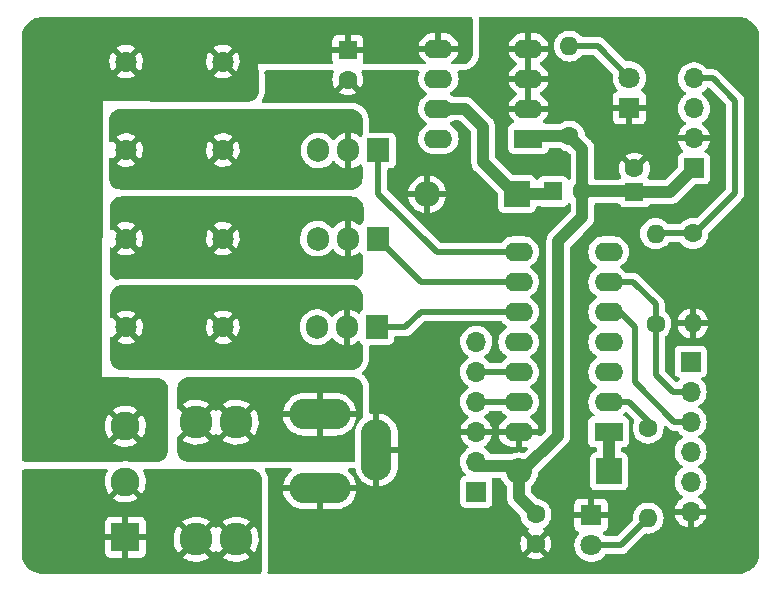
<source format=gbr>
G04 #@! TF.GenerationSoftware,KiCad,Pcbnew,(6.0.1-0)*
G04 #@! TF.CreationDate,2023-05-30T21:20:14-04:00*
G04 #@! TF.ProjectId,Rainbow,5261696e-626f-4772-9e6b-696361645f70,rev?*
G04 #@! TF.SameCoordinates,Original*
G04 #@! TF.FileFunction,Copper,L1,Top*
G04 #@! TF.FilePolarity,Positive*
%FSLAX46Y46*%
G04 Gerber Fmt 4.6, Leading zero omitted, Abs format (unit mm)*
G04 Created by KiCad (PCBNEW (6.0.1-0)) date 2023-05-30 21:20:14*
%MOMM*%
%LPD*%
G01*
G04 APERTURE LIST*
G04 #@! TA.AperFunction,ComponentPad*
%ADD10R,1.600000X1.600000*%
G04 #@! TD*
G04 #@! TA.AperFunction,ComponentPad*
%ADD11C,1.600000*%
G04 #@! TD*
G04 #@! TA.AperFunction,ComponentPad*
%ADD12C,2.780000*%
G04 #@! TD*
G04 #@! TA.AperFunction,ComponentPad*
%ADD13C,2.450000*%
G04 #@! TD*
G04 #@! TA.AperFunction,ComponentPad*
%ADD14R,2.450000X2.450000*%
G04 #@! TD*
G04 #@! TA.AperFunction,ComponentPad*
%ADD15O,1.600000X1.600000*%
G04 #@! TD*
G04 #@! TA.AperFunction,ComponentPad*
%ADD16C,1.803400*%
G04 #@! TD*
G04 #@! TA.AperFunction,ComponentPad*
%ADD17O,1.905000X2.000000*%
G04 #@! TD*
G04 #@! TA.AperFunction,ComponentPad*
%ADD18R,1.905000X2.000000*%
G04 #@! TD*
G04 #@! TA.AperFunction,ComponentPad*
%ADD19R,1.700000X1.700000*%
G04 #@! TD*
G04 #@! TA.AperFunction,ComponentPad*
%ADD20O,1.700000X1.700000*%
G04 #@! TD*
G04 #@! TA.AperFunction,ComponentPad*
%ADD21R,1.800000X1.800000*%
G04 #@! TD*
G04 #@! TA.AperFunction,ComponentPad*
%ADD22C,1.800000*%
G04 #@! TD*
G04 #@! TA.AperFunction,ComponentPad*
%ADD23R,2.200000X2.200000*%
G04 #@! TD*
G04 #@! TA.AperFunction,ComponentPad*
%ADD24O,2.200000X2.200000*%
G04 #@! TD*
G04 #@! TA.AperFunction,ComponentPad*
%ADD25R,2.400000X1.600000*%
G04 #@! TD*
G04 #@! TA.AperFunction,ComponentPad*
%ADD26O,2.400000X1.600000*%
G04 #@! TD*
G04 #@! TA.AperFunction,ComponentPad*
%ADD27O,5.200000X2.600000*%
G04 #@! TD*
G04 #@! TA.AperFunction,ComponentPad*
%ADD28O,2.600000X5.200000*%
G04 #@! TD*
G04 #@! TA.AperFunction,ViaPad*
%ADD29C,0.800000*%
G04 #@! TD*
G04 #@! TA.AperFunction,Conductor*
%ADD30C,0.500000*%
G04 #@! TD*
G04 #@! TA.AperFunction,Conductor*
%ADD31C,1.000000*%
G04 #@! TD*
G04 APERTURE END LIST*
D10*
X164230000Y-78800000D03*
D11*
X164230000Y-76800000D03*
D10*
X157340000Y-78750000D03*
D11*
X159840000Y-78750000D03*
D12*
X130520000Y-98280000D03*
X127120000Y-98280000D03*
X127120000Y-108200000D03*
X130520000Y-108200000D03*
D13*
X121140000Y-98630000D03*
X121140000Y-103330000D03*
D14*
X121140000Y-108030000D03*
D11*
X155890000Y-106080000D03*
X155890000Y-108580000D03*
X169190000Y-82300000D03*
D15*
X169190000Y-89920000D03*
D16*
X129401200Y-67750001D03*
X121201201Y-67750001D03*
X129401200Y-75250001D03*
X121201201Y-75250001D03*
X129401200Y-82750001D03*
X121201201Y-82750001D03*
X129401200Y-90250001D03*
X121201201Y-90250001D03*
D17*
X137410000Y-82745000D03*
X139950000Y-82745000D03*
D18*
X142490000Y-82745000D03*
D19*
X150850000Y-104180000D03*
D20*
X150850000Y-101640000D03*
X150850000Y-99100000D03*
X150850000Y-96560000D03*
X150850000Y-94020000D03*
X150850000Y-91480000D03*
D19*
X169275000Y-76800000D03*
D20*
X169275000Y-74260000D03*
X169275000Y-71720000D03*
X169275000Y-69180000D03*
D21*
X163820000Y-71665000D03*
D22*
X163820000Y-69125000D03*
D19*
X168996560Y-93155000D03*
D20*
X168996560Y-95695000D03*
X168996560Y-98235000D03*
X168996560Y-100775000D03*
X168996560Y-103315000D03*
X168996560Y-105855000D03*
D21*
X160570000Y-106160000D03*
D22*
X160570000Y-108700000D03*
D11*
X158740000Y-74060000D03*
D15*
X158740000Y-66440000D03*
D18*
X142570000Y-75275000D03*
D17*
X140030000Y-75275000D03*
X137490000Y-75275000D03*
D10*
X139980000Y-66797620D03*
D11*
X139980000Y-69297620D03*
X165400000Y-98780000D03*
D15*
X165400000Y-106400000D03*
D23*
X154310000Y-78980000D03*
D24*
X146690000Y-78980000D03*
D11*
X166040000Y-89950000D03*
D15*
X166040000Y-82330000D03*
D25*
X162050000Y-99105000D03*
D26*
X162050000Y-96565000D03*
X162050000Y-94025000D03*
X162050000Y-91485000D03*
X162050000Y-88945000D03*
X162050000Y-86405000D03*
X162050000Y-83865000D03*
X154430000Y-83865000D03*
X154430000Y-86405000D03*
X154430000Y-88945000D03*
X154430000Y-91485000D03*
X154430000Y-94025000D03*
X154430000Y-96565000D03*
X154430000Y-99105000D03*
D27*
X137600000Y-97615000D03*
X137600000Y-103865000D03*
D28*
X142400000Y-100615000D03*
D23*
X162090000Y-102460000D03*
D24*
X154470000Y-102460000D03*
D17*
X137360000Y-90245000D03*
X139900000Y-90245000D03*
D18*
X142440000Y-90245000D03*
D25*
X155270000Y-74270000D03*
D26*
X155270000Y-71730000D03*
X155270000Y-69190000D03*
X155270000Y-66650000D03*
X147650000Y-66650000D03*
X147650000Y-69190000D03*
X147650000Y-71730000D03*
X147650000Y-74270000D03*
D29*
X117300000Y-87040000D03*
X117150000Y-93530000D03*
X117230000Y-78640000D03*
X117320000Y-70690000D03*
D30*
X162050000Y-88945000D02*
X163015000Y-88945000D01*
X167625000Y-98235000D02*
X168996560Y-98235000D01*
X163015000Y-88945000D02*
X164290000Y-90220000D01*
X164290000Y-90220000D02*
X164290000Y-94900000D01*
X164290000Y-94900000D02*
X167625000Y-98235000D01*
D31*
X162090000Y-102460000D02*
X162090000Y-99145000D01*
X162090000Y-99145000D02*
X162050000Y-99105000D01*
X154470000Y-102460000D02*
X153990000Y-101980000D01*
X153990000Y-101980000D02*
X151190000Y-101980000D01*
X151190000Y-101980000D02*
X150850000Y-101640000D01*
X159840000Y-80910000D02*
X159840000Y-78750000D01*
X157800000Y-82950000D02*
X159840000Y-80910000D01*
X157800000Y-99415000D02*
X157800000Y-82950000D01*
X154755000Y-102460000D02*
X157800000Y-99415000D01*
X154470000Y-102460000D02*
X154755000Y-102460000D01*
X154470000Y-104660000D02*
X155890000Y-106080000D01*
X154470000Y-102460000D02*
X154470000Y-104660000D01*
X154470000Y-102460000D02*
X154540000Y-102460000D01*
D30*
X165400000Y-106400000D02*
X163100000Y-108700000D01*
X163100000Y-108700000D02*
X160570000Y-108700000D01*
X169340000Y-82300000D02*
X172790000Y-78850000D01*
X172790000Y-78850000D02*
X172790000Y-71110000D01*
X172790000Y-71110000D02*
X170860000Y-69180000D01*
X170860000Y-69180000D02*
X169275000Y-69180000D01*
D31*
X159840000Y-75160000D02*
X158740000Y-74060000D01*
X164230000Y-78800000D02*
X167275000Y-78800000D01*
X159840000Y-78750000D02*
X159840000Y-75160000D01*
X159840000Y-78750000D02*
X164180000Y-78750000D01*
X167275000Y-78800000D02*
X169275000Y-76800000D01*
X158740000Y-74060000D02*
X155480000Y-74060000D01*
D30*
X154430000Y-96565000D02*
X150855000Y-96565000D01*
X154430000Y-94025000D02*
X150855000Y-94025000D01*
X166040000Y-88320000D02*
X166040000Y-89950000D01*
X164125000Y-86405000D02*
X166040000Y-88320000D01*
X166040000Y-94270000D02*
X167465000Y-95695000D01*
X167465000Y-95695000D02*
X168996560Y-95695000D01*
X162050000Y-86405000D02*
X164125000Y-86405000D01*
X166040000Y-89950000D02*
X166040000Y-94270000D01*
X146135000Y-88945000D02*
X144835000Y-90245000D01*
X144835000Y-90245000D02*
X142440000Y-90245000D01*
X154430000Y-88945000D02*
X146135000Y-88945000D01*
X154430000Y-86405000D02*
X146150000Y-86405000D01*
X146150000Y-86405000D02*
X142490000Y-82745000D01*
X154430000Y-83865000D02*
X147495000Y-83865000D01*
X142570000Y-78940000D02*
X142570000Y-75275000D01*
X147495000Y-83865000D02*
X142570000Y-78940000D01*
X162050000Y-96565000D02*
X163775000Y-96565000D01*
X163775000Y-96565000D02*
X165400000Y-98190000D01*
X165400000Y-98190000D02*
X165400000Y-98750000D01*
X158740000Y-66440000D02*
X161130000Y-66440000D01*
X161130000Y-66440000D02*
X163815000Y-69125000D01*
D31*
X149880000Y-71730000D02*
X147650000Y-71730000D01*
X151440000Y-76270000D02*
X151440000Y-73290000D01*
X151440000Y-73290000D02*
X149880000Y-71730000D01*
X154170000Y-79000000D02*
X151440000Y-76270000D01*
X154310000Y-78980000D02*
X157110000Y-78980000D01*
D30*
X169190000Y-82300000D02*
X166070000Y-82300000D01*
G04 #@! TA.AperFunction,Conductor*
G36*
X125830445Y-71740082D02*
G01*
X140231210Y-71740210D01*
X140243573Y-71740818D01*
X140420333Y-71758247D01*
X140444583Y-71763076D01*
X140608581Y-71812881D01*
X140631420Y-71822353D01*
X140782526Y-71903221D01*
X140803076Y-71916969D01*
X140934506Y-72024989D01*
X140935490Y-72025798D01*
X140952957Y-72043294D01*
X141061568Y-72175887D01*
X141075281Y-72196456D01*
X141155903Y-72347700D01*
X141165337Y-72370554D01*
X141214872Y-72534633D01*
X141219661Y-72558891D01*
X141236799Y-72735676D01*
X141237387Y-72748037D01*
X141235544Y-73874898D01*
X141235511Y-73894958D01*
X141215397Y-73963046D01*
X141210337Y-73970317D01*
X141197853Y-73986975D01*
X141166885Y-74028295D01*
X141163734Y-74036701D01*
X141159242Y-74048683D01*
X141116599Y-74105447D01*
X141050038Y-74130146D01*
X140980689Y-74114938D01*
X140963168Y-74103334D01*
X140845056Y-74010055D01*
X140836469Y-74004350D01*
X140635278Y-73893286D01*
X140625866Y-73889056D01*
X140409232Y-73812341D01*
X140399261Y-73809707D01*
X140301837Y-73792353D01*
X140288540Y-73793813D01*
X140284000Y-73808370D01*
X140284000Y-76743096D01*
X140287918Y-76756440D01*
X140302194Y-76758427D01*
X140364515Y-76748890D01*
X140374543Y-76746501D01*
X140592988Y-76675102D01*
X140602497Y-76671105D01*
X140806344Y-76564989D01*
X140815061Y-76559500D01*
X140966099Y-76446098D01*
X141032584Y-76421193D01*
X141101980Y-76436186D01*
X141152253Y-76486316D01*
X141159732Y-76502625D01*
X141166885Y-76521705D01*
X141205833Y-76573673D01*
X141230679Y-76640178D01*
X141231005Y-76649442D01*
X141229425Y-77615629D01*
X141228798Y-77627973D01*
X141211911Y-77796680D01*
X141211134Y-77804440D01*
X141206281Y-77828641D01*
X141162458Y-77972330D01*
X141156355Y-77992340D01*
X141146874Y-78015135D01*
X141065983Y-78165957D01*
X141052237Y-78186468D01*
X140943492Y-78318613D01*
X140926012Y-78336048D01*
X140793585Y-78444453D01*
X140773040Y-78458145D01*
X140622018Y-78538643D01*
X140599198Y-78548065D01*
X140435369Y-78597571D01*
X140411149Y-78602363D01*
X140234638Y-78619573D01*
X140222293Y-78620168D01*
X136626727Y-78616788D01*
X129580159Y-78610164D01*
X120753202Y-78601867D01*
X120740865Y-78601249D01*
X120564382Y-78583709D01*
X120540176Y-78578872D01*
X120407938Y-78538643D01*
X120376451Y-78529064D01*
X120353649Y-78519599D01*
X120227972Y-78452310D01*
X120202778Y-78438821D01*
X120182261Y-78425092D01*
X120050042Y-78316447D01*
X120032595Y-78298981D01*
X119924096Y-78166636D01*
X119910389Y-78146101D01*
X119829781Y-77995142D01*
X119820342Y-77972330D01*
X119770718Y-77808552D01*
X119765908Y-77784336D01*
X119748566Y-77607835D01*
X119747962Y-77595494D01*
X119748179Y-76412650D01*
X120403382Y-76412650D01*
X120408663Y-76419705D01*
X120585544Y-76523066D01*
X120594827Y-76527513D01*
X120801728Y-76606521D01*
X120811626Y-76609397D01*
X121028653Y-76653551D01*
X121038882Y-76654770D01*
X121260204Y-76662887D01*
X121270490Y-76662420D01*
X121490171Y-76634278D01*
X121500249Y-76632136D01*
X121712376Y-76568495D01*
X121721983Y-76564729D01*
X121920854Y-76467303D01*
X121929713Y-76462023D01*
X121987516Y-76420792D01*
X121993908Y-76412650D01*
X128603381Y-76412650D01*
X128608662Y-76419705D01*
X128785543Y-76523066D01*
X128794826Y-76527513D01*
X129001727Y-76606521D01*
X129011625Y-76609397D01*
X129228652Y-76653551D01*
X129238881Y-76654770D01*
X129460203Y-76662887D01*
X129470489Y-76662420D01*
X129690170Y-76634278D01*
X129700248Y-76632136D01*
X129912375Y-76568495D01*
X129921982Y-76564729D01*
X130120853Y-76467303D01*
X130129712Y-76462023D01*
X130187515Y-76420792D01*
X130195915Y-76410092D01*
X130188928Y-76396939D01*
X129414012Y-75622023D01*
X129400068Y-75614409D01*
X129398235Y-75614540D01*
X129391620Y-75618791D01*
X128610141Y-76400270D01*
X128603381Y-76412650D01*
X121993908Y-76412650D01*
X121995916Y-76410092D01*
X121988929Y-76396939D01*
X121214013Y-75622023D01*
X121200069Y-75614409D01*
X121198236Y-75614540D01*
X121191621Y-75618791D01*
X120410142Y-76400270D01*
X120403382Y-76412650D01*
X119748179Y-76412650D01*
X119748250Y-76023877D01*
X119768265Y-75955760D01*
X119821929Y-75909277D01*
X119892205Y-75899186D01*
X119956780Y-75928691D01*
X119981683Y-75958065D01*
X120030066Y-76037019D01*
X120040521Y-76046478D01*
X120049297Y-76042695D01*
X120829179Y-75262813D01*
X120835557Y-75251133D01*
X121565609Y-75251133D01*
X121565740Y-75252966D01*
X121569991Y-75259581D01*
X122348721Y-76038311D01*
X122360732Y-76044870D01*
X122372470Y-76035902D01*
X122410670Y-75982742D01*
X122415985Y-75973896D01*
X122514105Y-75775367D01*
X122517903Y-75765774D01*
X122582284Y-75553870D01*
X122584461Y-75543800D01*
X122613606Y-75322423D01*
X122614125Y-75315748D01*
X122615650Y-75253365D01*
X122615456Y-75246647D01*
X122613314Y-75220597D01*
X127987388Y-75220597D01*
X128000137Y-75441697D01*
X128001573Y-75451918D01*
X128050260Y-75667956D01*
X128053344Y-75677797D01*
X128136664Y-75882988D01*
X128141314Y-75892193D01*
X128230062Y-76037016D01*
X128240520Y-76046478D01*
X128249296Y-76042695D01*
X129029178Y-75262813D01*
X129035556Y-75251133D01*
X129765608Y-75251133D01*
X129765739Y-75252966D01*
X129769990Y-75259581D01*
X130548720Y-76038311D01*
X130560731Y-76044870D01*
X130572469Y-76035902D01*
X130610669Y-75982742D01*
X130615984Y-75973896D01*
X130714104Y-75775367D01*
X130717902Y-75765774D01*
X130782283Y-75553870D01*
X130784460Y-75543800D01*
X130805577Y-75383402D01*
X136029000Y-75383402D01*
X136029212Y-75385975D01*
X136029212Y-75385986D01*
X136034633Y-75451918D01*
X136043678Y-75561937D01*
X136102206Y-75794944D01*
X136144491Y-75892193D01*
X136183863Y-75982742D01*
X136198003Y-76015263D01*
X136328498Y-76216977D01*
X136490186Y-76394670D01*
X136555305Y-76446098D01*
X136674670Y-76540367D01*
X136674675Y-76540370D01*
X136678724Y-76543568D01*
X136683240Y-76546061D01*
X136683243Y-76546063D01*
X136884526Y-76657177D01*
X136884530Y-76657179D01*
X136889050Y-76659674D01*
X136893919Y-76661398D01*
X136893923Y-76661400D01*
X137110640Y-76738144D01*
X137110644Y-76738145D01*
X137115515Y-76739870D01*
X137120608Y-76740777D01*
X137120611Y-76740778D01*
X137346948Y-76781095D01*
X137346954Y-76781096D01*
X137352037Y-76782001D01*
X137439400Y-76783068D01*
X137587093Y-76784873D01*
X137587095Y-76784873D01*
X137592263Y-76784936D01*
X137829744Y-76748596D01*
X137941997Y-76711906D01*
X138053183Y-76675566D01*
X138053189Y-76675563D01*
X138058101Y-76673958D01*
X138062687Y-76671571D01*
X138062691Y-76671569D01*
X138266607Y-76565416D01*
X138271200Y-76563025D01*
X138426932Y-76446098D01*
X138459185Y-76421882D01*
X138459188Y-76421880D01*
X138463320Y-76418777D01*
X138629301Y-76245088D01*
X138654840Y-76207649D01*
X138709751Y-76162648D01*
X138780275Y-76154477D01*
X138844022Y-76185731D01*
X138864716Y-76210210D01*
X138866085Y-76212326D01*
X138872378Y-76220498D01*
X139027050Y-76390480D01*
X139034583Y-76397506D01*
X139214944Y-76539945D01*
X139223531Y-76545650D01*
X139424722Y-76656714D01*
X139434134Y-76660944D01*
X139650768Y-76737659D01*
X139660739Y-76740293D01*
X139758163Y-76757647D01*
X139771460Y-76756187D01*
X139776000Y-76741630D01*
X139776000Y-73806904D01*
X139772082Y-73793560D01*
X139757806Y-73791573D01*
X139695485Y-73801110D01*
X139685457Y-73803499D01*
X139467012Y-73874898D01*
X139457503Y-73878895D01*
X139253656Y-73985011D01*
X139244931Y-73990505D01*
X139061148Y-74128493D01*
X139053441Y-74135336D01*
X138894661Y-74301491D01*
X138888177Y-74309498D01*
X138865763Y-74342356D01*
X138810852Y-74387359D01*
X138740328Y-74395532D01*
X138676580Y-74364278D01*
X138655884Y-74339796D01*
X138654311Y-74337365D01*
X138651502Y-74333023D01*
X138489814Y-74155330D01*
X138357261Y-74050646D01*
X138305330Y-74009633D01*
X138305325Y-74009630D01*
X138301276Y-74006432D01*
X138296760Y-74003939D01*
X138296757Y-74003937D01*
X138095474Y-73892823D01*
X138095470Y-73892821D01*
X138090950Y-73890326D01*
X138086081Y-73888602D01*
X138086077Y-73888600D01*
X137869360Y-73811856D01*
X137869356Y-73811855D01*
X137864485Y-73810130D01*
X137859392Y-73809223D01*
X137859389Y-73809222D01*
X137633052Y-73768905D01*
X137633046Y-73768904D01*
X137627963Y-73767999D01*
X137540600Y-73766932D01*
X137392907Y-73765127D01*
X137392905Y-73765127D01*
X137387737Y-73765064D01*
X137150256Y-73801404D01*
X137038003Y-73838094D01*
X136926817Y-73874434D01*
X136926811Y-73874437D01*
X136921899Y-73876042D01*
X136917313Y-73878429D01*
X136917309Y-73878431D01*
X136713393Y-73984584D01*
X136708800Y-73986975D01*
X136686209Y-74003937D01*
X136538370Y-74114938D01*
X136516680Y-74131223D01*
X136350699Y-74304912D01*
X136215314Y-74503378D01*
X136213140Y-74508061D01*
X136213138Y-74508065D01*
X136187893Y-74562452D01*
X136114163Y-74721290D01*
X136049960Y-74952798D01*
X136029000Y-75148928D01*
X136029000Y-75383402D01*
X130805577Y-75383402D01*
X130813605Y-75322423D01*
X130814124Y-75315748D01*
X130815649Y-75253365D01*
X130815455Y-75246647D01*
X130797161Y-75024122D01*
X130795478Y-75013960D01*
X130741524Y-74799160D01*
X130738205Y-74789409D01*
X130649889Y-74586297D01*
X130645025Y-74577226D01*
X130571653Y-74463811D01*
X130560966Y-74454607D01*
X130551401Y-74459010D01*
X129773222Y-75237189D01*
X129765608Y-75251133D01*
X129035556Y-75251133D01*
X129036792Y-75248869D01*
X129036661Y-75247036D01*
X129032410Y-75240421D01*
X128253843Y-74461854D01*
X128242307Y-74455554D01*
X128230024Y-74465178D01*
X128174191Y-74547026D01*
X128169093Y-74556000D01*
X128075852Y-74756871D01*
X128072289Y-74766558D01*
X128013106Y-74979962D01*
X128011175Y-74990081D01*
X127987640Y-75210308D01*
X127987388Y-75220597D01*
X122613314Y-75220597D01*
X122597162Y-75024122D01*
X122595479Y-75013960D01*
X122541525Y-74799160D01*
X122538206Y-74789409D01*
X122449890Y-74586297D01*
X122445026Y-74577226D01*
X122371654Y-74463811D01*
X122360967Y-74454607D01*
X122351402Y-74459010D01*
X121573223Y-75237189D01*
X121565609Y-75251133D01*
X120835557Y-75251133D01*
X120836793Y-75248869D01*
X120836662Y-75247036D01*
X120832411Y-75240421D01*
X120053844Y-74461854D01*
X120042308Y-74455554D01*
X120030027Y-74465176D01*
X119978623Y-74540532D01*
X119923711Y-74585535D01*
X119853186Y-74593706D01*
X119789439Y-74562452D01*
X119752709Y-74501695D01*
X119748534Y-74469505D01*
X119748603Y-74089499D01*
X120405495Y-74089499D01*
X120412239Y-74101829D01*
X121188389Y-74877979D01*
X121202333Y-74885593D01*
X121204166Y-74885462D01*
X121210781Y-74881211D01*
X121991401Y-74100591D01*
X121997458Y-74089499D01*
X128605494Y-74089499D01*
X128612238Y-74101829D01*
X129388388Y-74877979D01*
X129402332Y-74885593D01*
X129404165Y-74885462D01*
X129410780Y-74881211D01*
X130191400Y-74100591D01*
X130198420Y-74087735D01*
X130190646Y-74077065D01*
X130188048Y-74075013D01*
X130179465Y-74069310D01*
X129985575Y-73962278D01*
X129976176Y-73958053D01*
X129767411Y-73884125D01*
X129757440Y-73881491D01*
X129539408Y-73842654D01*
X129529155Y-73841685D01*
X129307696Y-73838979D01*
X129297413Y-73839699D01*
X129078497Y-73873197D01*
X129068470Y-73875586D01*
X128857966Y-73944389D01*
X128848457Y-73948386D01*
X128652020Y-74050646D01*
X128643292Y-74056142D01*
X128613947Y-74078174D01*
X128605494Y-74089499D01*
X121997458Y-74089499D01*
X121998421Y-74087735D01*
X121990647Y-74077065D01*
X121988049Y-74075013D01*
X121979466Y-74069310D01*
X121785576Y-73962278D01*
X121776177Y-73958053D01*
X121567412Y-73884125D01*
X121557441Y-73881491D01*
X121339409Y-73842654D01*
X121329156Y-73841685D01*
X121107697Y-73838979D01*
X121097414Y-73839699D01*
X120878498Y-73873197D01*
X120868471Y-73875586D01*
X120657967Y-73944389D01*
X120648458Y-73948386D01*
X120452021Y-74050646D01*
X120443293Y-74056142D01*
X120413948Y-74078174D01*
X120405495Y-74089499D01*
X119748603Y-74089499D01*
X119748849Y-72746042D01*
X119749458Y-72733693D01*
X119766878Y-72557137D01*
X119771700Y-72532915D01*
X119821421Y-72369096D01*
X119830874Y-72346284D01*
X119911594Y-72195314D01*
X119925317Y-72174782D01*
X120033940Y-72042452D01*
X120051406Y-72024989D01*
X120183748Y-71916398D01*
X120204284Y-71902678D01*
X120355273Y-71821985D01*
X120378091Y-71812535D01*
X120541917Y-71762847D01*
X120566131Y-71758031D01*
X120742706Y-71740643D01*
X120755052Y-71740037D01*
X125830445Y-71740082D01*
G37*
G04 #@! TD.AperFunction*
G04 #@! TA.AperFunction,Conductor*
G36*
X140287999Y-94440676D02*
G01*
X140464775Y-94458094D01*
X140489026Y-94462922D01*
X140653023Y-94512715D01*
X140675865Y-94522185D01*
X140826990Y-94603052D01*
X140847534Y-94616796D01*
X140848146Y-94617299D01*
X140979958Y-94725622D01*
X140997424Y-94743115D01*
X141106048Y-94875710D01*
X141119755Y-94896268D01*
X141200197Y-95047156D01*
X141200390Y-95047518D01*
X141209825Y-95070373D01*
X141259367Y-95234454D01*
X141264157Y-95258711D01*
X141281303Y-95435507D01*
X141281891Y-95447872D01*
X141278063Y-97835951D01*
X141257952Y-97904040D01*
X141235964Y-97929752D01*
X141109405Y-98042711D01*
X141095426Y-98055188D01*
X140923544Y-98261854D01*
X140784096Y-98491656D01*
X140782287Y-98495970D01*
X140782285Y-98495974D01*
X140687413Y-98722219D01*
X140680148Y-98739545D01*
X140613981Y-99000077D01*
X140591500Y-99223334D01*
X140591500Y-101538112D01*
X140571498Y-101606233D01*
X140517842Y-101652726D01*
X140501924Y-101658732D01*
X140479223Y-101665586D01*
X140455001Y-101670373D01*
X140278445Y-101687543D01*
X140266108Y-101688135D01*
X133403193Y-101679838D01*
X126540288Y-101671541D01*
X126527946Y-101670920D01*
X126384397Y-101656616D01*
X126351495Y-101653337D01*
X126327294Y-101648495D01*
X126163601Y-101598657D01*
X126140814Y-101589193D01*
X125989966Y-101508388D01*
X125969468Y-101494665D01*
X125837275Y-101386006D01*
X125819839Y-101368545D01*
X125711373Y-101236201D01*
X125697672Y-101215669D01*
X125617095Y-101064729D01*
X125607658Y-101041918D01*
X125558054Y-100878152D01*
X125553247Y-100853941D01*
X125535916Y-100677466D01*
X125535313Y-100665123D01*
X125535429Y-100149666D01*
X125535509Y-99790697D01*
X125974470Y-99790697D01*
X125981860Y-99800999D01*
X126022394Y-99834000D01*
X126029669Y-99839113D01*
X126252309Y-99973153D01*
X126260233Y-99977189D01*
X126499531Y-100078520D01*
X126507936Y-100081398D01*
X126759140Y-100148002D01*
X126767861Y-100149666D01*
X127025948Y-100180213D01*
X127034813Y-100180631D01*
X127294617Y-100174508D01*
X127303472Y-100173671D01*
X127559821Y-100131003D01*
X127568455Y-100128930D01*
X127816239Y-100050566D01*
X127824501Y-100047295D01*
X128058765Y-99934804D01*
X128066489Y-99930398D01*
X128258058Y-99802396D01*
X128266346Y-99792478D01*
X128265434Y-99790697D01*
X129374470Y-99790697D01*
X129381860Y-99800999D01*
X129422394Y-99834000D01*
X129429669Y-99839113D01*
X129652309Y-99973153D01*
X129660233Y-99977189D01*
X129899531Y-100078520D01*
X129907936Y-100081398D01*
X130159140Y-100148002D01*
X130167861Y-100149666D01*
X130425948Y-100180213D01*
X130434813Y-100180631D01*
X130694617Y-100174508D01*
X130703472Y-100173671D01*
X130959821Y-100131003D01*
X130968455Y-100128930D01*
X131216239Y-100050566D01*
X131224501Y-100047295D01*
X131458765Y-99934804D01*
X131466489Y-99930398D01*
X131658058Y-99802396D01*
X131666346Y-99792478D01*
X131659089Y-99778299D01*
X130532812Y-98652022D01*
X130518868Y-98644408D01*
X130517035Y-98644539D01*
X130510420Y-98648790D01*
X129381636Y-99777574D01*
X129374470Y-99790697D01*
X128265434Y-99790697D01*
X128259089Y-99778299D01*
X127132812Y-98652022D01*
X127118868Y-98644408D01*
X127117035Y-98644539D01*
X127110420Y-98648790D01*
X125981636Y-99777574D01*
X125974470Y-99790697D01*
X125535509Y-99790697D01*
X125535565Y-99539992D01*
X125555582Y-99471876D01*
X125603283Y-99428309D01*
X125622514Y-99418276D01*
X126747978Y-98292812D01*
X126754356Y-98281132D01*
X127484408Y-98281132D01*
X127484539Y-98282965D01*
X127488790Y-98289580D01*
X128618418Y-99419208D01*
X128631819Y-99426526D01*
X128641721Y-99419540D01*
X128656570Y-99401875D01*
X128661794Y-99394685D01*
X128712689Y-99313078D01*
X128765709Y-99265862D01*
X128835839Y-99254806D01*
X128900814Y-99283420D01*
X128923254Y-99308117D01*
X128998540Y-99417048D01*
X129008859Y-99425400D01*
X129022514Y-99418276D01*
X130147978Y-98292812D01*
X130154356Y-98281132D01*
X130884408Y-98281132D01*
X130884539Y-98282965D01*
X130888790Y-98289580D01*
X132018418Y-99419208D01*
X132031819Y-99426526D01*
X132041721Y-99419540D01*
X132056570Y-99401875D01*
X132061794Y-99394685D01*
X132199318Y-99174173D01*
X132203470Y-99166333D01*
X132308553Y-98928638D01*
X132311563Y-98920277D01*
X132382101Y-98670166D01*
X132383905Y-98661458D01*
X132418666Y-98402663D01*
X132419194Y-98396270D01*
X132422747Y-98283222D01*
X132422620Y-98276779D01*
X132404180Y-98016335D01*
X132402927Y-98007531D01*
X132376915Y-97886710D01*
X134512226Y-97886710D01*
X134525918Y-97987318D01*
X134527860Y-97996454D01*
X134600439Y-98245457D01*
X134603707Y-98254200D01*
X134712296Y-98489748D01*
X134716816Y-98497903D01*
X134859029Y-98714814D01*
X134864712Y-98722219D01*
X135037419Y-98915721D01*
X135044135Y-98922206D01*
X135243551Y-99088059D01*
X135251138Y-99093471D01*
X135472891Y-99228035D01*
X135481192Y-99232264D01*
X135720389Y-99332568D01*
X135729239Y-99335529D01*
X135980625Y-99399372D01*
X135989822Y-99400994D01*
X136205219Y-99422684D01*
X136211511Y-99423000D01*
X137327885Y-99423000D01*
X137343124Y-99418525D01*
X137344329Y-99417135D01*
X137346000Y-99409452D01*
X137346000Y-99404885D01*
X137854000Y-99404885D01*
X137858475Y-99420124D01*
X137859865Y-99421329D01*
X137867548Y-99423000D01*
X138965881Y-99423000D01*
X138970556Y-99422827D01*
X139163337Y-99408501D01*
X139172543Y-99407125D01*
X139425533Y-99349878D01*
X139434444Y-99347154D01*
X139676194Y-99253143D01*
X139684603Y-99249132D01*
X139909798Y-99120422D01*
X139917524Y-99115211D01*
X140121224Y-98954627D01*
X140128092Y-98948333D01*
X140305814Y-98759410D01*
X140311688Y-98752156D01*
X140459529Y-98539045D01*
X140464262Y-98531010D01*
X140578984Y-98298376D01*
X140582472Y-98289743D01*
X140661548Y-98042711D01*
X140663728Y-98033629D01*
X140687628Y-97886880D01*
X140685932Y-97873286D01*
X140671822Y-97869000D01*
X137872115Y-97869000D01*
X137856876Y-97873475D01*
X137855671Y-97874865D01*
X137854000Y-97882548D01*
X137854000Y-99404885D01*
X137346000Y-99404885D01*
X137346000Y-97887115D01*
X137341525Y-97871876D01*
X137340135Y-97870671D01*
X137332452Y-97869000D01*
X134527931Y-97869000D01*
X134514247Y-97873018D01*
X134512226Y-97886710D01*
X132376915Y-97886710D01*
X132348230Y-97753474D01*
X132345751Y-97744941D01*
X132255803Y-97501128D01*
X132252148Y-97493033D01*
X132171260Y-97343120D01*
X134512372Y-97343120D01*
X134514068Y-97356714D01*
X134528178Y-97361000D01*
X137327885Y-97361000D01*
X137343124Y-97356525D01*
X137344329Y-97355135D01*
X137346000Y-97347452D01*
X137346000Y-97342885D01*
X137854000Y-97342885D01*
X137858475Y-97358124D01*
X137859865Y-97359329D01*
X137867548Y-97361000D01*
X140672069Y-97361000D01*
X140685753Y-97356982D01*
X140687774Y-97343290D01*
X140674082Y-97242682D01*
X140672140Y-97233546D01*
X140599561Y-96984543D01*
X140596293Y-96975800D01*
X140487704Y-96740252D01*
X140483184Y-96732097D01*
X140340971Y-96515186D01*
X140335288Y-96507781D01*
X140162581Y-96314279D01*
X140155865Y-96307794D01*
X139956449Y-96141941D01*
X139948862Y-96136529D01*
X139727109Y-96001965D01*
X139718808Y-95997736D01*
X139479611Y-95897432D01*
X139470761Y-95894471D01*
X139219375Y-95830628D01*
X139210178Y-95829006D01*
X138994781Y-95807316D01*
X138988489Y-95807000D01*
X137872115Y-95807000D01*
X137856876Y-95811475D01*
X137855671Y-95812865D01*
X137854000Y-95820548D01*
X137854000Y-97342885D01*
X137346000Y-97342885D01*
X137346000Y-95825115D01*
X137341525Y-95809876D01*
X137340135Y-95808671D01*
X137332452Y-95807000D01*
X136234119Y-95807000D01*
X136229444Y-95807173D01*
X136036663Y-95821499D01*
X136027457Y-95822875D01*
X135774467Y-95880122D01*
X135765556Y-95882846D01*
X135523806Y-95976857D01*
X135515397Y-95980868D01*
X135290202Y-96109578D01*
X135282476Y-96114789D01*
X135078776Y-96275373D01*
X135071908Y-96281667D01*
X134894186Y-96470590D01*
X134888312Y-96477844D01*
X134740471Y-96690955D01*
X134735738Y-96698990D01*
X134621016Y-96931624D01*
X134617528Y-96940257D01*
X134538452Y-97187289D01*
X134536272Y-97196371D01*
X134512372Y-97343120D01*
X132171260Y-97343120D01*
X132128741Y-97264319D01*
X132123982Y-97256821D01*
X132040608Y-97143941D01*
X132029480Y-97135499D01*
X132016887Y-97142323D01*
X130892022Y-98267188D01*
X130884408Y-98281132D01*
X130154356Y-98281132D01*
X130155592Y-98278868D01*
X130155461Y-98277035D01*
X130151210Y-98270420D01*
X129022940Y-97142150D01*
X129010099Y-97135138D01*
X128999410Y-97142933D01*
X128948947Y-97206945D01*
X128943957Y-97214288D01*
X128929635Y-97238946D01*
X128878125Y-97287805D01*
X128808377Y-97301060D01*
X128742535Y-97274502D01*
X128719329Y-97250521D01*
X128640608Y-97143941D01*
X128629480Y-97135499D01*
X128616887Y-97142323D01*
X127492022Y-98267188D01*
X127484408Y-98281132D01*
X126754356Y-98281132D01*
X126755592Y-98278868D01*
X126755461Y-98277035D01*
X126751210Y-98270420D01*
X125622938Y-97142148D01*
X125601741Y-97130573D01*
X125551540Y-97080370D01*
X125536129Y-97019959D01*
X125536185Y-96769857D01*
X125975214Y-96769857D01*
X125982194Y-96782984D01*
X127107188Y-97907978D01*
X127121132Y-97915592D01*
X127122965Y-97915461D01*
X127129580Y-97911210D01*
X128257668Y-96783122D01*
X128264522Y-96770570D01*
X128263993Y-96769857D01*
X129375214Y-96769857D01*
X129382194Y-96782984D01*
X130507188Y-97907978D01*
X130521132Y-97915592D01*
X130522965Y-97915461D01*
X130529580Y-97911210D01*
X131657668Y-96783122D01*
X131664522Y-96770570D01*
X131656315Y-96759499D01*
X131568247Y-96692288D01*
X131560822Y-96687411D01*
X131334082Y-96560430D01*
X131326030Y-96556641D01*
X131083669Y-96462878D01*
X131075179Y-96460266D01*
X130822010Y-96401585D01*
X130813232Y-96400195D01*
X130554321Y-96377771D01*
X130545450Y-96377631D01*
X130285953Y-96391912D01*
X130277143Y-96393026D01*
X130022262Y-96443724D01*
X130013686Y-96446070D01*
X129768495Y-96532174D01*
X129760329Y-96535708D01*
X129529716Y-96655503D01*
X129522144Y-96660142D01*
X129383616Y-96759136D01*
X129375214Y-96769857D01*
X128263993Y-96769857D01*
X128256315Y-96759499D01*
X128168247Y-96692288D01*
X128160822Y-96687411D01*
X127934082Y-96560430D01*
X127926030Y-96556641D01*
X127683669Y-96462878D01*
X127675179Y-96460266D01*
X127422010Y-96401585D01*
X127413232Y-96400195D01*
X127154321Y-96377771D01*
X127145450Y-96377631D01*
X126885953Y-96391912D01*
X126877143Y-96393026D01*
X126622262Y-96443724D01*
X126613686Y-96446070D01*
X126368495Y-96532174D01*
X126360329Y-96535708D01*
X126129716Y-96655503D01*
X126122144Y-96660142D01*
X125983616Y-96759136D01*
X125975214Y-96769857D01*
X125536185Y-96769857D01*
X125536481Y-95446889D01*
X125537090Y-95434541D01*
X125554516Y-95257991D01*
X125559339Y-95233771D01*
X125609057Y-95069971D01*
X125618511Y-95047156D01*
X125699228Y-94896194D01*
X125712951Y-94875662D01*
X125821561Y-94743347D01*
X125839019Y-94725891D01*
X125971362Y-94617294D01*
X125991890Y-94603579D01*
X126142868Y-94522886D01*
X126165683Y-94513436D01*
X126329491Y-94463744D01*
X126353712Y-94458925D01*
X126530264Y-94441528D01*
X126542612Y-94440921D01*
X133404693Y-94440495D01*
X140275649Y-94440069D01*
X140287999Y-94440676D01*
G37*
G04 #@! TD.AperFunction*
G04 #@! TA.AperFunction,Conductor*
G36*
X130237276Y-79170115D02*
G01*
X139123636Y-79170197D01*
X140301263Y-79170208D01*
X140313625Y-79170816D01*
X140408155Y-79180136D01*
X140490385Y-79188244D01*
X140514632Y-79193073D01*
X140677469Y-79242524D01*
X140678625Y-79242875D01*
X140701460Y-79252344D01*
X140833426Y-79322967D01*
X140852575Y-79333215D01*
X140873123Y-79346963D01*
X141005535Y-79455788D01*
X141023000Y-79473282D01*
X141131607Y-79605866D01*
X141145323Y-79626438D01*
X141225949Y-79777680D01*
X141235383Y-79800534D01*
X141284920Y-79964608D01*
X141289709Y-79988860D01*
X141306852Y-80165648D01*
X141307440Y-80178011D01*
X141305765Y-81220341D01*
X141285653Y-81288430D01*
X141255331Y-81320964D01*
X141174239Y-81381739D01*
X141086885Y-81498295D01*
X141083734Y-81506701D01*
X141079242Y-81518683D01*
X141036599Y-81575447D01*
X140970038Y-81600146D01*
X140900689Y-81584938D01*
X140883168Y-81573334D01*
X140765056Y-81480055D01*
X140756469Y-81474350D01*
X140555278Y-81363286D01*
X140545866Y-81359056D01*
X140329232Y-81282341D01*
X140319261Y-81279707D01*
X140221837Y-81262353D01*
X140208540Y-81263813D01*
X140204000Y-81278370D01*
X140204000Y-84213096D01*
X140207918Y-84226440D01*
X140222194Y-84228427D01*
X140284515Y-84218890D01*
X140294543Y-84216501D01*
X140512988Y-84145102D01*
X140522497Y-84141105D01*
X140726344Y-84034989D01*
X140735061Y-84029500D01*
X140886099Y-83916098D01*
X140952584Y-83891193D01*
X141021980Y-83906186D01*
X141072253Y-83956316D01*
X141079732Y-83972625D01*
X141086885Y-83991705D01*
X141174239Y-84108261D01*
X141181419Y-84113642D01*
X141181420Y-84113643D01*
X141250435Y-84165367D01*
X141292950Y-84222226D01*
X141300870Y-84266395D01*
X141299233Y-85285645D01*
X141299150Y-85337788D01*
X141299137Y-85345580D01*
X141298511Y-85357924D01*
X141280850Y-85534406D01*
X141275996Y-85558614D01*
X141228561Y-85714159D01*
X141226076Y-85722307D01*
X141216596Y-85745102D01*
X141135701Y-85895938D01*
X141121963Y-85916437D01*
X141013213Y-86048594D01*
X140995746Y-86066018D01*
X140863302Y-86174440D01*
X140842766Y-86188126D01*
X140758631Y-86232973D01*
X140689113Y-86247364D01*
X140662756Y-86242346D01*
X140631893Y-86232973D01*
X140613740Y-86227460D01*
X140613724Y-86227456D01*
X140612237Y-86227004D01*
X140610719Y-86226623D01*
X140610707Y-86226620D01*
X140565355Y-86215247D01*
X140563852Y-86214870D01*
X140561086Y-86214319D01*
X140558683Y-86213840D01*
X140539606Y-86210041D01*
X140490225Y-86202708D01*
X140453076Y-86199045D01*
X140313465Y-86185279D01*
X140288570Y-86183440D01*
X140287839Y-86183404D01*
X140287806Y-86183402D01*
X140277009Y-86182871D01*
X140276974Y-86182870D01*
X140276207Y-86182832D01*
X140275417Y-86182813D01*
X140275401Y-86182812D01*
X140255886Y-86182333D01*
X140251258Y-86182219D01*
X137211390Y-86182193D01*
X130701491Y-86182138D01*
X130701496Y-86182138D01*
X120825764Y-86182054D01*
X120825028Y-86182054D01*
X120824300Y-86182072D01*
X120824288Y-86182072D01*
X120800885Y-86182646D01*
X120800872Y-86182646D01*
X120800117Y-86182665D01*
X120799366Y-86182702D01*
X120799335Y-86182703D01*
X120788540Y-86183233D01*
X120788516Y-86183235D01*
X120787772Y-86183271D01*
X120787036Y-86183325D01*
X120787024Y-86183326D01*
X120763623Y-86185051D01*
X120763592Y-86185054D01*
X120762896Y-86185105D01*
X120586327Y-86202492D01*
X120584799Y-86202719D01*
X120584788Y-86202720D01*
X120559896Y-86206412D01*
X120537009Y-86209807D01*
X120535494Y-86210108D01*
X120535496Y-86210108D01*
X120514323Y-86214319D01*
X120514312Y-86214321D01*
X120512791Y-86214624D01*
X120464453Y-86226730D01*
X120462969Y-86227180D01*
X120462944Y-86227187D01*
X120448145Y-86231675D01*
X120377151Y-86232305D01*
X120352104Y-86222180D01*
X120252394Y-86168793D01*
X120231875Y-86155062D01*
X120123523Y-86066027D01*
X120099659Y-86046417D01*
X120082212Y-86028951D01*
X119982123Y-85906860D01*
X119973707Y-85896594D01*
X119960008Y-85876069D01*
X119879399Y-85725100D01*
X119869961Y-85702288D01*
X119820339Y-85538502D01*
X119815530Y-85514285D01*
X119800171Y-85357924D01*
X119798193Y-85337782D01*
X119797589Y-85325444D01*
X119797893Y-83912650D01*
X120403382Y-83912650D01*
X120408663Y-83919705D01*
X120585544Y-84023066D01*
X120594827Y-84027513D01*
X120801728Y-84106521D01*
X120811626Y-84109397D01*
X121028653Y-84153551D01*
X121038882Y-84154770D01*
X121260204Y-84162887D01*
X121270490Y-84162420D01*
X121490171Y-84134278D01*
X121500249Y-84132136D01*
X121712376Y-84068495D01*
X121721983Y-84064729D01*
X121920854Y-83967303D01*
X121929713Y-83962023D01*
X121987516Y-83920792D01*
X121993908Y-83912650D01*
X128603381Y-83912650D01*
X128608662Y-83919705D01*
X128785543Y-84023066D01*
X128794826Y-84027513D01*
X129001727Y-84106521D01*
X129011625Y-84109397D01*
X129228652Y-84153551D01*
X129238881Y-84154770D01*
X129460203Y-84162887D01*
X129470489Y-84162420D01*
X129690170Y-84134278D01*
X129700248Y-84132136D01*
X129912375Y-84068495D01*
X129921982Y-84064729D01*
X130120853Y-83967303D01*
X130129712Y-83962023D01*
X130187515Y-83920792D01*
X130195915Y-83910092D01*
X130188928Y-83896939D01*
X129414012Y-83122023D01*
X129400068Y-83114409D01*
X129398235Y-83114540D01*
X129391620Y-83118791D01*
X128610141Y-83900270D01*
X128603381Y-83912650D01*
X121993908Y-83912650D01*
X121995916Y-83910092D01*
X121988929Y-83896939D01*
X121214013Y-83122023D01*
X121200069Y-83114409D01*
X121198236Y-83114540D01*
X121191621Y-83118791D01*
X120410142Y-83900270D01*
X120403382Y-83912650D01*
X119797893Y-83912650D01*
X119797959Y-83604991D01*
X119817976Y-83536874D01*
X119871641Y-83490393D01*
X119941917Y-83480304D01*
X120006492Y-83509811D01*
X120027883Y-83535044D01*
X120040521Y-83546478D01*
X120049297Y-83542695D01*
X120829179Y-82762813D01*
X120835557Y-82751133D01*
X121565609Y-82751133D01*
X121565740Y-82752966D01*
X121569991Y-82759581D01*
X122348721Y-83538311D01*
X122360732Y-83544870D01*
X122372470Y-83535902D01*
X122410670Y-83482742D01*
X122415985Y-83473896D01*
X122514105Y-83275367D01*
X122517903Y-83265774D01*
X122582284Y-83053870D01*
X122584461Y-83043800D01*
X122613606Y-82822423D01*
X122614125Y-82815748D01*
X122615650Y-82753365D01*
X122615456Y-82746647D01*
X122613314Y-82720597D01*
X127987388Y-82720597D01*
X128000137Y-82941697D01*
X128001573Y-82951918D01*
X128050260Y-83167956D01*
X128053344Y-83177797D01*
X128136664Y-83382988D01*
X128141314Y-83392193D01*
X128230062Y-83537016D01*
X128240520Y-83546478D01*
X128249296Y-83542695D01*
X129029178Y-82762813D01*
X129035556Y-82751133D01*
X129765608Y-82751133D01*
X129765739Y-82752966D01*
X129769990Y-82759581D01*
X130548720Y-83538311D01*
X130560731Y-83544870D01*
X130572469Y-83535902D01*
X130610669Y-83482742D01*
X130615984Y-83473896D01*
X130714104Y-83275367D01*
X130717902Y-83265774D01*
X130782283Y-83053870D01*
X130784460Y-83043800D01*
X130809527Y-82853402D01*
X135949000Y-82853402D01*
X135949212Y-82855975D01*
X135949212Y-82855986D01*
X135956259Y-82941697D01*
X135963678Y-83031937D01*
X136022206Y-83264944D01*
X136024267Y-83269683D01*
X136115847Y-83480304D01*
X136118003Y-83485263D01*
X136248498Y-83686977D01*
X136410186Y-83864670D01*
X136470939Y-83912650D01*
X136594670Y-84010367D01*
X136594675Y-84010370D01*
X136598724Y-84013568D01*
X136603240Y-84016061D01*
X136603243Y-84016063D01*
X136804526Y-84127177D01*
X136804530Y-84127179D01*
X136809050Y-84129674D01*
X136813919Y-84131398D01*
X136813923Y-84131400D01*
X137030640Y-84208144D01*
X137030644Y-84208145D01*
X137035515Y-84209870D01*
X137040608Y-84210777D01*
X137040611Y-84210778D01*
X137266948Y-84251095D01*
X137266954Y-84251096D01*
X137272037Y-84252001D01*
X137359400Y-84253068D01*
X137507093Y-84254873D01*
X137507095Y-84254873D01*
X137512263Y-84254936D01*
X137749744Y-84218596D01*
X137912600Y-84165367D01*
X137973183Y-84145566D01*
X137973189Y-84145563D01*
X137978101Y-84143958D01*
X137982687Y-84141571D01*
X137982691Y-84141569D01*
X138186607Y-84035416D01*
X138191200Y-84033025D01*
X138346932Y-83916098D01*
X138379185Y-83891882D01*
X138379188Y-83891880D01*
X138383320Y-83888777D01*
X138549301Y-83715088D01*
X138574840Y-83677649D01*
X138629751Y-83632648D01*
X138700275Y-83624477D01*
X138764022Y-83655731D01*
X138784716Y-83680210D01*
X138786085Y-83682326D01*
X138792378Y-83690498D01*
X138947050Y-83860480D01*
X138954583Y-83867506D01*
X139134944Y-84009945D01*
X139143531Y-84015650D01*
X139344722Y-84126714D01*
X139354134Y-84130944D01*
X139570768Y-84207659D01*
X139580739Y-84210293D01*
X139678163Y-84227647D01*
X139691460Y-84226187D01*
X139696000Y-84211630D01*
X139696000Y-81276904D01*
X139692082Y-81263560D01*
X139677806Y-81261573D01*
X139615485Y-81271110D01*
X139605457Y-81273499D01*
X139387012Y-81344898D01*
X139377503Y-81348895D01*
X139173656Y-81455011D01*
X139164931Y-81460505D01*
X138981148Y-81598493D01*
X138973441Y-81605336D01*
X138814661Y-81771491D01*
X138808177Y-81779498D01*
X138785763Y-81812356D01*
X138730852Y-81857359D01*
X138660328Y-81865532D01*
X138596580Y-81834278D01*
X138575884Y-81809796D01*
X138574311Y-81807365D01*
X138571502Y-81803023D01*
X138409814Y-81625330D01*
X138322207Y-81556142D01*
X138225330Y-81479633D01*
X138225325Y-81479630D01*
X138221276Y-81476432D01*
X138216760Y-81473939D01*
X138216757Y-81473937D01*
X138015474Y-81362823D01*
X138015470Y-81362821D01*
X138010950Y-81360326D01*
X138006081Y-81358602D01*
X138006077Y-81358600D01*
X137789360Y-81281856D01*
X137789356Y-81281855D01*
X137784485Y-81280130D01*
X137779392Y-81279223D01*
X137779389Y-81279222D01*
X137553052Y-81238905D01*
X137553046Y-81238904D01*
X137547963Y-81237999D01*
X137460600Y-81236932D01*
X137312907Y-81235127D01*
X137312905Y-81235127D01*
X137307737Y-81235064D01*
X137070256Y-81271404D01*
X136958003Y-81308094D01*
X136846817Y-81344434D01*
X136846811Y-81344437D01*
X136841899Y-81346042D01*
X136837313Y-81348429D01*
X136837309Y-81348431D01*
X136652977Y-81444389D01*
X136628800Y-81456975D01*
X136621737Y-81462278D01*
X136452295Y-81589499D01*
X136436680Y-81601223D01*
X136270699Y-81774912D01*
X136135314Y-81973378D01*
X136133140Y-81978061D01*
X136133138Y-81978065D01*
X136082899Y-82086297D01*
X136034163Y-82191290D01*
X135969960Y-82422798D01*
X135969411Y-82427935D01*
X135962770Y-82490081D01*
X135949000Y-82618928D01*
X135949000Y-82853402D01*
X130809527Y-82853402D01*
X130813605Y-82822423D01*
X130814124Y-82815748D01*
X130815649Y-82753365D01*
X130815455Y-82746647D01*
X130797161Y-82524122D01*
X130795478Y-82513960D01*
X130741524Y-82299160D01*
X130738205Y-82289409D01*
X130649889Y-82086297D01*
X130645025Y-82077226D01*
X130571653Y-81963811D01*
X130560966Y-81954607D01*
X130551401Y-81959010D01*
X129773222Y-82737189D01*
X129765608Y-82751133D01*
X129035556Y-82751133D01*
X129036792Y-82748869D01*
X129036661Y-82747036D01*
X129032410Y-82740421D01*
X128253843Y-81961854D01*
X128242307Y-81955554D01*
X128230024Y-81965178D01*
X128174191Y-82047026D01*
X128169093Y-82056000D01*
X128075852Y-82256871D01*
X128072289Y-82266558D01*
X128013106Y-82479962D01*
X128011175Y-82490081D01*
X127987640Y-82710308D01*
X127987388Y-82720597D01*
X122613314Y-82720597D01*
X122597162Y-82524122D01*
X122595479Y-82513960D01*
X122541525Y-82299160D01*
X122538206Y-82289409D01*
X122449890Y-82086297D01*
X122445026Y-82077226D01*
X122371654Y-81963811D01*
X122360967Y-81954607D01*
X122351402Y-81959010D01*
X121573223Y-82737189D01*
X121565609Y-82751133D01*
X120835557Y-82751133D01*
X120836793Y-82748869D01*
X120836662Y-82747036D01*
X120832411Y-82740421D01*
X120053844Y-81961854D01*
X120042308Y-81955554D01*
X120030025Y-81965178D01*
X120028412Y-81967542D01*
X119973500Y-82012544D01*
X119902975Y-82020714D01*
X119839228Y-81989458D01*
X119802500Y-81928700D01*
X119798325Y-81896509D01*
X119798334Y-81857359D01*
X119798391Y-81589499D01*
X120405495Y-81589499D01*
X120412239Y-81601829D01*
X121188389Y-82377979D01*
X121202333Y-82385593D01*
X121204166Y-82385462D01*
X121210781Y-82381211D01*
X121991401Y-81600591D01*
X121997458Y-81589499D01*
X128605494Y-81589499D01*
X128612238Y-81601829D01*
X129388388Y-82377979D01*
X129402332Y-82385593D01*
X129404165Y-82385462D01*
X129410780Y-82381211D01*
X130191400Y-81600591D01*
X130198420Y-81587735D01*
X130190646Y-81577065D01*
X130188048Y-81575013D01*
X130179465Y-81569310D01*
X129985575Y-81462278D01*
X129976176Y-81458053D01*
X129767411Y-81384125D01*
X129757440Y-81381491D01*
X129539408Y-81342654D01*
X129529155Y-81341685D01*
X129307696Y-81338979D01*
X129297413Y-81339699D01*
X129078497Y-81373197D01*
X129068470Y-81375586D01*
X128857966Y-81444389D01*
X128848457Y-81448386D01*
X128652020Y-81550646D01*
X128643292Y-81556142D01*
X128613947Y-81578174D01*
X128605494Y-81589499D01*
X121997458Y-81589499D01*
X121998421Y-81587735D01*
X121990647Y-81577065D01*
X121988049Y-81575013D01*
X121979466Y-81569310D01*
X121785576Y-81462278D01*
X121776177Y-81458053D01*
X121567412Y-81384125D01*
X121557441Y-81381491D01*
X121339409Y-81342654D01*
X121329156Y-81341685D01*
X121107697Y-81338979D01*
X121097414Y-81339699D01*
X120878498Y-81373197D01*
X120868471Y-81375586D01*
X120657967Y-81444389D01*
X120648458Y-81448386D01*
X120452021Y-81550646D01*
X120443293Y-81556142D01*
X120413948Y-81578174D01*
X120405495Y-81589499D01*
X119798391Y-81589499D01*
X119798518Y-80999005D01*
X119798695Y-80176004D01*
X119799304Y-80163656D01*
X119816729Y-79987098D01*
X119821551Y-79962881D01*
X119856801Y-79846750D01*
X119871275Y-79799067D01*
X119880730Y-79776251D01*
X119921091Y-79700768D01*
X119961453Y-79625283D01*
X119975175Y-79604753D01*
X120083800Y-79472427D01*
X120101252Y-79454978D01*
X120233615Y-79346373D01*
X120254132Y-79332667D01*
X120405134Y-79251969D01*
X120427939Y-79242525D01*
X120591766Y-79192836D01*
X120615985Y-79188019D01*
X120697437Y-79179999D01*
X120792550Y-79170633D01*
X120804897Y-79170027D01*
X130237276Y-79170115D01*
G37*
G04 #@! TD.AperFunction*
G04 #@! TA.AperFunction,Conductor*
G36*
X130701487Y-86690138D02*
G01*
X137211386Y-86690193D01*
X140251254Y-86690219D01*
X140263617Y-86690827D01*
X140403228Y-86704593D01*
X140440378Y-86708256D01*
X140464624Y-86713085D01*
X140628616Y-86762886D01*
X140651454Y-86772357D01*
X140802569Y-86853228D01*
X140823109Y-86866970D01*
X140955527Y-86975799D01*
X140972993Y-86993294D01*
X141081599Y-87125876D01*
X141095315Y-87146448D01*
X141175941Y-87297692D01*
X141185375Y-87320546D01*
X141234912Y-87484619D01*
X141239701Y-87508871D01*
X141256844Y-87685660D01*
X141257432Y-87698024D01*
X141255789Y-88720324D01*
X141235677Y-88788412D01*
X141205355Y-88820946D01*
X141124239Y-88881739D01*
X141036885Y-88998295D01*
X141033734Y-89006701D01*
X141029242Y-89018683D01*
X140986599Y-89075447D01*
X140920038Y-89100146D01*
X140850689Y-89084938D01*
X140833168Y-89073334D01*
X140715056Y-88980055D01*
X140706469Y-88974350D01*
X140505278Y-88863286D01*
X140495866Y-88859056D01*
X140279232Y-88782341D01*
X140269261Y-88779707D01*
X140171837Y-88762353D01*
X140158540Y-88763813D01*
X140154000Y-88778370D01*
X140154000Y-91713096D01*
X140157918Y-91726440D01*
X140172194Y-91728427D01*
X140234515Y-91718890D01*
X140244543Y-91716501D01*
X140462988Y-91645102D01*
X140472497Y-91641105D01*
X140676344Y-91534989D01*
X140685061Y-91529500D01*
X140836099Y-91416098D01*
X140902584Y-91391193D01*
X140971980Y-91406186D01*
X141022253Y-91456316D01*
X141029732Y-91472625D01*
X141036885Y-91491705D01*
X141124239Y-91608261D01*
X141131419Y-91613642D01*
X141131420Y-91613643D01*
X141200460Y-91665386D01*
X141242975Y-91722246D01*
X141250895Y-91766414D01*
X141249129Y-92865589D01*
X141248503Y-92877934D01*
X141230842Y-93054415D01*
X141225988Y-93078623D01*
X141176065Y-93242321D01*
X141166584Y-93265117D01*
X141085698Y-93415937D01*
X141071953Y-93436448D01*
X140963206Y-93568602D01*
X140945725Y-93586038D01*
X140813296Y-93694445D01*
X140792752Y-93708137D01*
X140641722Y-93788641D01*
X140618905Y-93798062D01*
X140455078Y-93847568D01*
X140430860Y-93852360D01*
X140379451Y-93857372D01*
X140254340Y-93869570D01*
X140241994Y-93870165D01*
X131900173Y-93862309D01*
X128696185Y-93859291D01*
X120822954Y-93851876D01*
X120810618Y-93851258D01*
X120634132Y-93833716D01*
X120609925Y-93828879D01*
X120507515Y-93797724D01*
X120446199Y-93779070D01*
X120423396Y-93769604D01*
X120272518Y-93688819D01*
X120252005Y-93675093D01*
X120119780Y-93566441D01*
X120102338Y-93548979D01*
X120010086Y-93436448D01*
X119993833Y-93416622D01*
X119980130Y-93396091D01*
X119899525Y-93245129D01*
X119890086Y-93222315D01*
X119840466Y-93058532D01*
X119835657Y-93034316D01*
X119819692Y-92871778D01*
X119818320Y-92857812D01*
X119817716Y-92845474D01*
X119818024Y-91412650D01*
X120403382Y-91412650D01*
X120408663Y-91419705D01*
X120585544Y-91523066D01*
X120594827Y-91527513D01*
X120801728Y-91606521D01*
X120811626Y-91609397D01*
X121028653Y-91653551D01*
X121038882Y-91654770D01*
X121260204Y-91662887D01*
X121270490Y-91662420D01*
X121490171Y-91634278D01*
X121500249Y-91632136D01*
X121712376Y-91568495D01*
X121721983Y-91564729D01*
X121920854Y-91467303D01*
X121929713Y-91462023D01*
X121987516Y-91420792D01*
X121993908Y-91412650D01*
X128603381Y-91412650D01*
X128608662Y-91419705D01*
X128785543Y-91523066D01*
X128794826Y-91527513D01*
X129001727Y-91606521D01*
X129011625Y-91609397D01*
X129228652Y-91653551D01*
X129238881Y-91654770D01*
X129460203Y-91662887D01*
X129470489Y-91662420D01*
X129690170Y-91634278D01*
X129700248Y-91632136D01*
X129912375Y-91568495D01*
X129921982Y-91564729D01*
X130120853Y-91467303D01*
X130129712Y-91462023D01*
X130187515Y-91420792D01*
X130195915Y-91410092D01*
X130188928Y-91396939D01*
X129414012Y-90622023D01*
X129400068Y-90614409D01*
X129398235Y-90614540D01*
X129391620Y-90618791D01*
X128610141Y-91400270D01*
X128603381Y-91412650D01*
X121993908Y-91412650D01*
X121995916Y-91410092D01*
X121988929Y-91396939D01*
X121214013Y-90622023D01*
X121200069Y-90614409D01*
X121198236Y-90614540D01*
X121191621Y-90618791D01*
X120410142Y-91400270D01*
X120403382Y-91412650D01*
X119818024Y-91412650D01*
X119818085Y-91129116D01*
X119838102Y-91060999D01*
X119891767Y-91014518D01*
X119962043Y-91004429D01*
X120028619Y-91035709D01*
X120040522Y-91046478D01*
X120049297Y-91042695D01*
X120829179Y-90262813D01*
X120835557Y-90251133D01*
X121565609Y-90251133D01*
X121565740Y-90252966D01*
X121569991Y-90259581D01*
X122348721Y-91038311D01*
X122360732Y-91044870D01*
X122372470Y-91035902D01*
X122410670Y-90982742D01*
X122415985Y-90973896D01*
X122514105Y-90775367D01*
X122517903Y-90765774D01*
X122582284Y-90553870D01*
X122584461Y-90543800D01*
X122613606Y-90322423D01*
X122614125Y-90315748D01*
X122615650Y-90253365D01*
X122615456Y-90246647D01*
X122613314Y-90220597D01*
X127987388Y-90220597D01*
X128000137Y-90441697D01*
X128001573Y-90451918D01*
X128050260Y-90667956D01*
X128053344Y-90677797D01*
X128136664Y-90882988D01*
X128141314Y-90892193D01*
X128230062Y-91037016D01*
X128240520Y-91046478D01*
X128249296Y-91042695D01*
X129029178Y-90262813D01*
X129035556Y-90251133D01*
X129765608Y-90251133D01*
X129765739Y-90252966D01*
X129769990Y-90259581D01*
X130548720Y-91038311D01*
X130560731Y-91044870D01*
X130572469Y-91035902D01*
X130610669Y-90982742D01*
X130615984Y-90973896D01*
X130714104Y-90775367D01*
X130717902Y-90765774D01*
X130782283Y-90553870D01*
X130784460Y-90543800D01*
X130809527Y-90353402D01*
X135899000Y-90353402D01*
X135899212Y-90355975D01*
X135899212Y-90355986D01*
X135906259Y-90441697D01*
X135913678Y-90531937D01*
X135972206Y-90764944D01*
X135974267Y-90769683D01*
X136063061Y-90973896D01*
X136068003Y-90985263D01*
X136198498Y-91186977D01*
X136360186Y-91364670D01*
X136420939Y-91412650D01*
X136544670Y-91510367D01*
X136544675Y-91510370D01*
X136548724Y-91513568D01*
X136553240Y-91516061D01*
X136553243Y-91516063D01*
X136754526Y-91627177D01*
X136754530Y-91627179D01*
X136759050Y-91629674D01*
X136763919Y-91631398D01*
X136763923Y-91631400D01*
X136980640Y-91708144D01*
X136980644Y-91708145D01*
X136985515Y-91709870D01*
X136990608Y-91710777D01*
X136990611Y-91710778D01*
X137216948Y-91751095D01*
X137216954Y-91751096D01*
X137222037Y-91752001D01*
X137309400Y-91753068D01*
X137457093Y-91754873D01*
X137457095Y-91754873D01*
X137462263Y-91754936D01*
X137699744Y-91718596D01*
X137811997Y-91681906D01*
X137923183Y-91645566D01*
X137923189Y-91645563D01*
X137928101Y-91643958D01*
X137932687Y-91641571D01*
X137932691Y-91641569D01*
X138136607Y-91535416D01*
X138141200Y-91533025D01*
X138296932Y-91416098D01*
X138329185Y-91391882D01*
X138329188Y-91391880D01*
X138333320Y-91388777D01*
X138499301Y-91215088D01*
X138524840Y-91177649D01*
X138579751Y-91132648D01*
X138650275Y-91124477D01*
X138714022Y-91155731D01*
X138734716Y-91180210D01*
X138736085Y-91182326D01*
X138742378Y-91190498D01*
X138897050Y-91360480D01*
X138904583Y-91367506D01*
X139084944Y-91509945D01*
X139093531Y-91515650D01*
X139294722Y-91626714D01*
X139304134Y-91630944D01*
X139520768Y-91707659D01*
X139530739Y-91710293D01*
X139628163Y-91727647D01*
X139641460Y-91726187D01*
X139646000Y-91711630D01*
X139646000Y-88776904D01*
X139642082Y-88763560D01*
X139627806Y-88761573D01*
X139565485Y-88771110D01*
X139555457Y-88773499D01*
X139337012Y-88844898D01*
X139327503Y-88848895D01*
X139123656Y-88955011D01*
X139114931Y-88960505D01*
X138931148Y-89098493D01*
X138923441Y-89105336D01*
X138764661Y-89271491D01*
X138758177Y-89279498D01*
X138735763Y-89312356D01*
X138680852Y-89357359D01*
X138610328Y-89365532D01*
X138546580Y-89334278D01*
X138525884Y-89309796D01*
X138524311Y-89307365D01*
X138521502Y-89303023D01*
X138359814Y-89125330D01*
X138272207Y-89056142D01*
X138175330Y-88979633D01*
X138175325Y-88979630D01*
X138171276Y-88976432D01*
X138166760Y-88973939D01*
X138166757Y-88973937D01*
X137965474Y-88862823D01*
X137965470Y-88862821D01*
X137960950Y-88860326D01*
X137956081Y-88858602D01*
X137956077Y-88858600D01*
X137739360Y-88781856D01*
X137739356Y-88781855D01*
X137734485Y-88780130D01*
X137729392Y-88779223D01*
X137729389Y-88779222D01*
X137503052Y-88738905D01*
X137503046Y-88738904D01*
X137497963Y-88737999D01*
X137410600Y-88736932D01*
X137262907Y-88735127D01*
X137262905Y-88735127D01*
X137257737Y-88735064D01*
X137020256Y-88771404D01*
X136908003Y-88808094D01*
X136796817Y-88844434D01*
X136796811Y-88844437D01*
X136791899Y-88846042D01*
X136787313Y-88848429D01*
X136787309Y-88848431D01*
X136602977Y-88944389D01*
X136578800Y-88956975D01*
X136571737Y-88962278D01*
X136402295Y-89089499D01*
X136386680Y-89101223D01*
X136220699Y-89274912D01*
X136085314Y-89473378D01*
X136083140Y-89478061D01*
X136083138Y-89478065D01*
X136032899Y-89586297D01*
X135984163Y-89691290D01*
X135919960Y-89922798D01*
X135919411Y-89927935D01*
X135912770Y-89990081D01*
X135899000Y-90118928D01*
X135899000Y-90353402D01*
X130809527Y-90353402D01*
X130813605Y-90322423D01*
X130814124Y-90315748D01*
X130815649Y-90253365D01*
X130815455Y-90246647D01*
X130797161Y-90024122D01*
X130795478Y-90013960D01*
X130741524Y-89799160D01*
X130738205Y-89789409D01*
X130649889Y-89586297D01*
X130645025Y-89577226D01*
X130571653Y-89463811D01*
X130560966Y-89454607D01*
X130551401Y-89459010D01*
X129773222Y-90237189D01*
X129765608Y-90251133D01*
X129035556Y-90251133D01*
X129036792Y-90248869D01*
X129036661Y-90247036D01*
X129032410Y-90240421D01*
X128253843Y-89461854D01*
X128242307Y-89455554D01*
X128230024Y-89465178D01*
X128174191Y-89547026D01*
X128169093Y-89556000D01*
X128075852Y-89756871D01*
X128072289Y-89766558D01*
X128013106Y-89979962D01*
X128011175Y-89990081D01*
X127987640Y-90210308D01*
X127987388Y-90220597D01*
X122613314Y-90220597D01*
X122597162Y-90024122D01*
X122595479Y-90013960D01*
X122541525Y-89799160D01*
X122538206Y-89789409D01*
X122449890Y-89586297D01*
X122445026Y-89577226D01*
X122371654Y-89463811D01*
X122360967Y-89454607D01*
X122351402Y-89459010D01*
X121573223Y-90237189D01*
X121565609Y-90251133D01*
X120835557Y-90251133D01*
X120836793Y-90248869D01*
X120836662Y-90247036D01*
X120832411Y-90240421D01*
X120053844Y-89461854D01*
X120042308Y-89455554D01*
X120022170Y-89471332D01*
X119956211Y-89497599D01*
X119886522Y-89484036D01*
X119835228Y-89434950D01*
X119818462Y-89372121D01*
X119818523Y-89089499D01*
X120405495Y-89089499D01*
X120412239Y-89101829D01*
X121188389Y-89877979D01*
X121202333Y-89885593D01*
X121204166Y-89885462D01*
X121210781Y-89881211D01*
X121991401Y-89100591D01*
X121997458Y-89089499D01*
X128605494Y-89089499D01*
X128612238Y-89101829D01*
X129388388Y-89877979D01*
X129402332Y-89885593D01*
X129404165Y-89885462D01*
X129410780Y-89881211D01*
X130191400Y-89100591D01*
X130198420Y-89087735D01*
X130190646Y-89077065D01*
X130188048Y-89075013D01*
X130179465Y-89069310D01*
X129985575Y-88962278D01*
X129976176Y-88958053D01*
X129767411Y-88884125D01*
X129757440Y-88881491D01*
X129539408Y-88842654D01*
X129529155Y-88841685D01*
X129307696Y-88838979D01*
X129297413Y-88839699D01*
X129078497Y-88873197D01*
X129068470Y-88875586D01*
X128857966Y-88944389D01*
X128848457Y-88948386D01*
X128652020Y-89050646D01*
X128643292Y-89056142D01*
X128613947Y-89078174D01*
X128605494Y-89089499D01*
X121997458Y-89089499D01*
X121998421Y-89087735D01*
X121990647Y-89077065D01*
X121988049Y-89075013D01*
X121979466Y-89069310D01*
X121785576Y-88962278D01*
X121776177Y-88958053D01*
X121567412Y-88884125D01*
X121557441Y-88881491D01*
X121339409Y-88842654D01*
X121329156Y-88841685D01*
X121107697Y-88838979D01*
X121097414Y-88839699D01*
X120878498Y-88873197D01*
X120868471Y-88875586D01*
X120657967Y-88944389D01*
X120648458Y-88948386D01*
X120452021Y-89050646D01*
X120443293Y-89056142D01*
X120413948Y-89078174D01*
X120405495Y-89089499D01*
X119818523Y-89089499D01*
X119818822Y-87696031D01*
X119819431Y-87683683D01*
X119836856Y-87507125D01*
X119841679Y-87482903D01*
X119891402Y-87319093D01*
X119900857Y-87296277D01*
X119981579Y-87145311D01*
X119995303Y-87124778D01*
X120103923Y-86992458D01*
X120121388Y-86974997D01*
X120253732Y-86866406D01*
X120274263Y-86852690D01*
X120425253Y-86771999D01*
X120448069Y-86762550D01*
X120545447Y-86733016D01*
X120611892Y-86712864D01*
X120636110Y-86708047D01*
X120812679Y-86690660D01*
X120825024Y-86690054D01*
X130701487Y-86690138D01*
G37*
G04 #@! TD.AperFunction*
G04 #@! TA.AperFunction,Conductor*
G36*
X172961607Y-63965717D02*
G01*
X172979644Y-63967015D01*
X172997900Y-63969656D01*
X172997903Y-63969656D01*
X173006787Y-63970941D01*
X173015680Y-63969680D01*
X173015850Y-63969656D01*
X173016343Y-63969586D01*
X173022941Y-63968651D01*
X173047565Y-63967594D01*
X173156635Y-63973608D01*
X173240377Y-63978226D01*
X173256844Y-63980228D01*
X173472438Y-64020997D01*
X173488492Y-64025144D01*
X173696850Y-64093889D01*
X173712232Y-64100115D01*
X173909746Y-64195645D01*
X173924174Y-64203836D01*
X174036565Y-64277840D01*
X174107424Y-64324497D01*
X174120654Y-64334517D01*
X174286452Y-64478210D01*
X174298249Y-64489880D01*
X174443730Y-64654120D01*
X174453891Y-64667240D01*
X174576519Y-64849164D01*
X174584869Y-64863506D01*
X174682529Y-65059978D01*
X174688921Y-65075292D01*
X174759914Y-65282893D01*
X174764238Y-65298915D01*
X174807333Y-65514049D01*
X174809513Y-65530499D01*
X174821757Y-65716007D01*
X174820752Y-65738692D01*
X174820705Y-65742574D01*
X174819323Y-65751447D01*
X174823439Y-65782921D01*
X174824502Y-65799264D01*
X174816808Y-109229617D01*
X174816801Y-109271570D01*
X174815504Y-109289579D01*
X174811568Y-109316787D01*
X174812829Y-109325680D01*
X174813858Y-109332941D01*
X174814915Y-109357565D01*
X174804283Y-109550374D01*
X174802281Y-109566844D01*
X174774627Y-109713086D01*
X174761514Y-109782431D01*
X174757365Y-109798492D01*
X174700126Y-109971977D01*
X174688620Y-110006850D01*
X174682394Y-110022232D01*
X174586864Y-110219746D01*
X174578673Y-110234174D01*
X174561154Y-110260780D01*
X174458012Y-110417424D01*
X174447992Y-110430654D01*
X174304299Y-110596452D01*
X174292629Y-110608249D01*
X174128389Y-110753730D01*
X174115272Y-110763889D01*
X173933341Y-110886521D01*
X173919006Y-110894867D01*
X173855730Y-110926320D01*
X173722531Y-110992529D01*
X173707217Y-110998921D01*
X173499616Y-111069914D01*
X173483594Y-111074238D01*
X173268460Y-111117333D01*
X173252010Y-111119513D01*
X173066499Y-111131757D01*
X173043817Y-111130752D01*
X173039934Y-111130704D01*
X173031062Y-111129323D01*
X173022161Y-111130487D01*
X173022156Y-111130487D01*
X172999531Y-111133446D01*
X172983199Y-111134510D01*
X133291755Y-111136049D01*
X133223633Y-111116050D01*
X133177138Y-111062396D01*
X133167032Y-110992122D01*
X133169564Y-110979283D01*
X133176044Y-110953550D01*
X133176048Y-110953533D01*
X133176420Y-110952055D01*
X133181265Y-110927859D01*
X133188638Y-110878601D01*
X133206254Y-110702216D01*
X133208121Y-110677392D01*
X133208745Y-110665054D01*
X133209392Y-110640137D01*
X133210817Y-109666062D01*
X155168493Y-109666062D01*
X155177789Y-109678077D01*
X155228994Y-109713931D01*
X155238489Y-109719414D01*
X155435947Y-109811490D01*
X155446239Y-109815236D01*
X155656688Y-109871625D01*
X155667481Y-109873528D01*
X155884525Y-109892517D01*
X155895475Y-109892517D01*
X156112519Y-109873528D01*
X156123312Y-109871625D01*
X156333761Y-109815236D01*
X156344053Y-109811490D01*
X156541511Y-109719414D01*
X156551006Y-109713931D01*
X156603048Y-109677491D01*
X156611424Y-109667012D01*
X156604356Y-109653566D01*
X155902812Y-108952022D01*
X155888868Y-108944408D01*
X155887035Y-108944539D01*
X155880420Y-108948790D01*
X155174923Y-109654287D01*
X155168493Y-109666062D01*
X133210817Y-109666062D01*
X133212398Y-108585475D01*
X154577483Y-108585475D01*
X154596472Y-108802519D01*
X154598375Y-108813312D01*
X154654764Y-109023761D01*
X154658510Y-109034053D01*
X154750586Y-109231511D01*
X154756069Y-109241006D01*
X154792509Y-109293048D01*
X154802988Y-109301424D01*
X154816434Y-109294356D01*
X155517978Y-108592812D01*
X155524356Y-108581132D01*
X156254408Y-108581132D01*
X156254539Y-108582965D01*
X156258790Y-108589580D01*
X156964287Y-109295077D01*
X156976062Y-109301507D01*
X156988077Y-109292211D01*
X157023931Y-109241006D01*
X157029414Y-109231511D01*
X157121490Y-109034053D01*
X157125236Y-109023761D01*
X157181625Y-108813312D01*
X157183528Y-108802519D01*
X157195518Y-108665469D01*
X159157095Y-108665469D01*
X159170427Y-108896697D01*
X159171564Y-108901743D01*
X159171565Y-108901749D01*
X159182895Y-108952022D01*
X159221346Y-109122642D01*
X159223288Y-109127424D01*
X159223289Y-109127428D01*
X159298220Y-109311961D01*
X159308484Y-109337237D01*
X159429501Y-109534719D01*
X159581147Y-109709784D01*
X159759349Y-109857730D01*
X159959322Y-109974584D01*
X160175694Y-110057209D01*
X160180760Y-110058240D01*
X160180761Y-110058240D01*
X160233846Y-110069040D01*
X160402656Y-110103385D01*
X160533324Y-110108176D01*
X160628949Y-110111683D01*
X160628953Y-110111683D01*
X160634113Y-110111872D01*
X160639233Y-110111216D01*
X160639235Y-110111216D01*
X160712270Y-110101860D01*
X160863847Y-110082442D01*
X160868795Y-110080957D01*
X160868802Y-110080956D01*
X161080747Y-110017369D01*
X161085690Y-110015886D01*
X161166236Y-109976427D01*
X161289049Y-109916262D01*
X161289052Y-109916260D01*
X161293684Y-109913991D01*
X161482243Y-109779494D01*
X161646303Y-109616005D01*
X161721777Y-109510973D01*
X161777770Y-109467326D01*
X161824098Y-109458500D01*
X163032930Y-109458500D01*
X163051880Y-109459933D01*
X163066115Y-109462099D01*
X163066119Y-109462099D01*
X163073349Y-109463199D01*
X163080641Y-109462606D01*
X163080644Y-109462606D01*
X163126018Y-109458915D01*
X163136233Y-109458500D01*
X163144293Y-109458500D01*
X163157583Y-109456951D01*
X163172507Y-109455211D01*
X163176882Y-109454778D01*
X163242339Y-109449454D01*
X163242342Y-109449453D01*
X163249637Y-109448860D01*
X163256601Y-109446604D01*
X163262560Y-109445413D01*
X163268415Y-109444029D01*
X163275681Y-109443182D01*
X163344327Y-109418265D01*
X163348455Y-109416848D01*
X163410936Y-109396607D01*
X163410938Y-109396606D01*
X163417899Y-109394351D01*
X163424154Y-109390555D01*
X163429628Y-109388049D01*
X163435058Y-109385330D01*
X163441937Y-109382833D01*
X163480477Y-109357565D01*
X163502976Y-109342814D01*
X163506680Y-109340477D01*
X163569107Y-109302595D01*
X163577484Y-109295197D01*
X163577508Y-109295224D01*
X163580500Y-109292571D01*
X163583733Y-109289868D01*
X163589852Y-109285856D01*
X163643128Y-109229617D01*
X163645506Y-109227175D01*
X165137010Y-107735671D01*
X165199322Y-107701645D01*
X165237087Y-107699245D01*
X165394525Y-107713019D01*
X165400000Y-107713498D01*
X165628087Y-107693543D01*
X165633400Y-107692119D01*
X165633402Y-107692119D01*
X165843933Y-107635707D01*
X165843935Y-107635706D01*
X165849243Y-107634284D01*
X165854225Y-107631961D01*
X166051762Y-107539849D01*
X166051767Y-107539846D01*
X166056749Y-107537523D01*
X166230696Y-107415724D01*
X166239789Y-107409357D01*
X166239792Y-107409355D01*
X166244300Y-107406198D01*
X166406198Y-107244300D01*
X166444645Y-107189393D01*
X166489599Y-107125191D01*
X166537523Y-107056749D01*
X166539846Y-107051767D01*
X166539849Y-107051762D01*
X166631961Y-106854225D01*
X166631961Y-106854224D01*
X166634284Y-106849243D01*
X166693543Y-106628087D01*
X166713498Y-106400000D01*
X166693543Y-106171913D01*
X166692119Y-106166598D01*
X166680428Y-106122966D01*
X167664817Y-106122966D01*
X167695125Y-106257446D01*
X167698205Y-106267275D01*
X167778330Y-106464603D01*
X167782973Y-106473794D01*
X167894254Y-106655388D01*
X167900337Y-106663699D01*
X168039773Y-106824667D01*
X168047140Y-106831883D01*
X168210994Y-106967916D01*
X168219441Y-106973831D01*
X168403316Y-107081279D01*
X168412602Y-107085729D01*
X168611561Y-107161703D01*
X168621459Y-107164579D01*
X168724810Y-107185606D01*
X168738859Y-107184410D01*
X168742560Y-107174065D01*
X168742560Y-107173517D01*
X169250560Y-107173517D01*
X169254624Y-107187359D01*
X169268038Y-107189393D01*
X169274744Y-107188534D01*
X169284822Y-107186392D01*
X169488815Y-107125191D01*
X169498402Y-107121433D01*
X169689655Y-107027739D01*
X169698505Y-107022464D01*
X169871888Y-106898792D01*
X169879760Y-106892139D01*
X170030612Y-106741812D01*
X170037290Y-106733965D01*
X170161563Y-106561020D01*
X170166873Y-106552183D01*
X170261230Y-106361267D01*
X170265029Y-106351672D01*
X170326937Y-106147910D01*
X170329115Y-106137837D01*
X170330546Y-106126962D01*
X170328335Y-106112778D01*
X170315177Y-106109000D01*
X169268675Y-106109000D01*
X169253436Y-106113475D01*
X169252231Y-106114865D01*
X169250560Y-106122548D01*
X169250560Y-107173517D01*
X168742560Y-107173517D01*
X168742560Y-106127115D01*
X168738085Y-106111876D01*
X168736695Y-106110671D01*
X168729012Y-106109000D01*
X167679785Y-106109000D01*
X167666254Y-106112973D01*
X167664817Y-106122966D01*
X166680428Y-106122966D01*
X166635707Y-105956067D01*
X166635706Y-105956065D01*
X166634284Y-105950757D01*
X166613414Y-105906000D01*
X166539849Y-105748238D01*
X166539846Y-105748233D01*
X166537523Y-105743251D01*
X166455265Y-105625775D01*
X166409357Y-105560211D01*
X166409355Y-105560208D01*
X166406198Y-105555700D01*
X166244300Y-105393802D01*
X166239792Y-105390645D01*
X166239789Y-105390643D01*
X166153490Y-105330216D01*
X166056749Y-105262477D01*
X166051767Y-105260154D01*
X166051762Y-105260151D01*
X165854225Y-105168039D01*
X165854224Y-105168039D01*
X165849243Y-105165716D01*
X165843935Y-105164294D01*
X165843933Y-105164293D01*
X165633402Y-105107881D01*
X165633400Y-105107881D01*
X165628087Y-105106457D01*
X165400000Y-105086502D01*
X165171913Y-105106457D01*
X165166600Y-105107881D01*
X165166598Y-105107881D01*
X164956067Y-105164293D01*
X164956065Y-105164294D01*
X164950757Y-105165716D01*
X164945776Y-105168039D01*
X164945775Y-105168039D01*
X164748238Y-105260151D01*
X164748233Y-105260154D01*
X164743251Y-105262477D01*
X164646510Y-105330216D01*
X164560211Y-105390643D01*
X164560208Y-105390645D01*
X164555700Y-105393802D01*
X164393802Y-105555700D01*
X164390645Y-105560208D01*
X164390643Y-105560211D01*
X164344735Y-105625775D01*
X164262477Y-105743251D01*
X164260154Y-105748233D01*
X164260151Y-105748238D01*
X164186586Y-105906000D01*
X164165716Y-105950757D01*
X164164294Y-105956065D01*
X164164293Y-105956067D01*
X164107881Y-106166598D01*
X164106457Y-106171913D01*
X164086502Y-106400000D01*
X164086981Y-106405475D01*
X164100755Y-106562913D01*
X164086766Y-106632518D01*
X164064329Y-106662990D01*
X162822724Y-107904595D01*
X162760412Y-107938621D01*
X162733629Y-107941500D01*
X161825493Y-107941500D01*
X161757372Y-107921498D01*
X161719701Y-107883941D01*
X161708711Y-107866952D01*
X161689764Y-107837665D01*
X161599486Y-107738450D01*
X161568434Y-107674605D01*
X161576829Y-107604106D01*
X161622005Y-107549338D01*
X161648449Y-107535669D01*
X161708054Y-107513324D01*
X161723649Y-107504786D01*
X161825724Y-107428285D01*
X161838285Y-107415724D01*
X161914786Y-107313649D01*
X161923324Y-107298054D01*
X161968478Y-107177606D01*
X161972105Y-107162351D01*
X161977631Y-107111486D01*
X161978000Y-107104672D01*
X161978000Y-106432115D01*
X161973525Y-106416876D01*
X161972135Y-106415671D01*
X161964452Y-106414000D01*
X159180116Y-106414000D01*
X159164877Y-106418475D01*
X159163672Y-106419865D01*
X159162001Y-106427548D01*
X159162001Y-107104669D01*
X159162371Y-107111490D01*
X159167895Y-107162352D01*
X159171521Y-107177604D01*
X159216676Y-107298054D01*
X159225214Y-107313649D01*
X159301715Y-107415724D01*
X159314276Y-107428285D01*
X159416351Y-107504786D01*
X159431946Y-107513324D01*
X159491540Y-107535665D01*
X159548304Y-107578307D01*
X159573004Y-107644868D01*
X159557796Y-107714217D01*
X159538404Y-107740698D01*
X159471639Y-107810564D01*
X159468725Y-107814836D01*
X159468724Y-107814837D01*
X159453152Y-107837665D01*
X159341119Y-108001899D01*
X159243602Y-108211981D01*
X159181707Y-108435169D01*
X159157095Y-108665469D01*
X157195518Y-108665469D01*
X157202517Y-108585475D01*
X157202517Y-108574525D01*
X157183528Y-108357481D01*
X157181625Y-108346688D01*
X157125236Y-108136239D01*
X157121490Y-108125947D01*
X157029414Y-107928489D01*
X157023931Y-107918994D01*
X156987491Y-107866952D01*
X156977012Y-107858576D01*
X156963566Y-107865644D01*
X156262022Y-108567188D01*
X156254408Y-108581132D01*
X155524356Y-108581132D01*
X155525592Y-108578868D01*
X155525461Y-108577035D01*
X155521210Y-108570420D01*
X154815713Y-107864923D01*
X154803938Y-107858493D01*
X154791923Y-107867789D01*
X154756069Y-107918994D01*
X154750586Y-107928489D01*
X154658510Y-108125947D01*
X154654764Y-108136239D01*
X154598375Y-108346688D01*
X154596472Y-108357481D01*
X154577483Y-108574525D01*
X154577483Y-108585475D01*
X133212398Y-108585475D01*
X133214636Y-107056242D01*
X133215262Y-106628087D01*
X133218908Y-104136710D01*
X134512226Y-104136710D01*
X134525918Y-104237318D01*
X134527860Y-104246454D01*
X134600439Y-104495457D01*
X134603707Y-104504200D01*
X134712296Y-104739748D01*
X134716816Y-104747903D01*
X134859029Y-104964814D01*
X134864712Y-104972219D01*
X135037419Y-105165721D01*
X135044135Y-105172206D01*
X135243551Y-105338059D01*
X135251138Y-105343471D01*
X135472891Y-105478035D01*
X135481192Y-105482264D01*
X135720389Y-105582568D01*
X135729239Y-105585529D01*
X135980625Y-105649372D01*
X135989822Y-105650994D01*
X136205219Y-105672684D01*
X136211511Y-105673000D01*
X137327885Y-105673000D01*
X137343124Y-105668525D01*
X137344329Y-105667135D01*
X137346000Y-105659452D01*
X137346000Y-105654885D01*
X137854000Y-105654885D01*
X137858475Y-105670124D01*
X137859865Y-105671329D01*
X137867548Y-105673000D01*
X138965881Y-105673000D01*
X138970556Y-105672827D01*
X139163337Y-105658501D01*
X139172543Y-105657125D01*
X139425533Y-105599878D01*
X139434444Y-105597154D01*
X139676194Y-105503143D01*
X139684603Y-105499132D01*
X139909798Y-105370422D01*
X139917524Y-105365211D01*
X140121224Y-105204627D01*
X140128092Y-105198333D01*
X140305814Y-105009410D01*
X140311688Y-105002156D01*
X140459529Y-104789045D01*
X140464262Y-104781010D01*
X140578984Y-104548376D01*
X140582472Y-104539743D01*
X140661548Y-104292711D01*
X140663728Y-104283629D01*
X140687628Y-104136880D01*
X140685932Y-104123286D01*
X140671822Y-104119000D01*
X137872115Y-104119000D01*
X137856876Y-104123475D01*
X137855671Y-104124865D01*
X137854000Y-104132548D01*
X137854000Y-105654885D01*
X137346000Y-105654885D01*
X137346000Y-104137115D01*
X137341525Y-104121876D01*
X137340135Y-104120671D01*
X137332452Y-104119000D01*
X134527931Y-104119000D01*
X134514247Y-104123018D01*
X134512226Y-104136710D01*
X133218908Y-104136710D01*
X133220206Y-103249568D01*
X133220206Y-103249562D01*
X133220207Y-103248829D01*
X133219629Y-103223839D01*
X133219431Y-103219684D01*
X133219074Y-103212223D01*
X133219074Y-103212218D01*
X133219038Y-103211471D01*
X133217664Y-103192502D01*
X133217289Y-103187322D01*
X133217288Y-103187312D01*
X133217236Y-103186592D01*
X133216361Y-103177581D01*
X133204895Y-103059570D01*
X133200053Y-103009739D01*
X133192790Y-102960352D01*
X133187993Y-102936085D01*
X133187106Y-102932524D01*
X133176305Y-102889191D01*
X133175928Y-102887678D01*
X133174818Y-102884004D01*
X133174804Y-102883959D01*
X133161401Y-102839610D01*
X133126760Y-102724990D01*
X133126756Y-102724979D01*
X133126310Y-102723502D01*
X133120591Y-102707470D01*
X133110051Y-102677924D01*
X133110046Y-102677911D01*
X133109533Y-102676473D01*
X133100087Y-102653612D01*
X133096672Y-102646375D01*
X133079447Y-102609880D01*
X133078782Y-102608471D01*
X133045509Y-102546109D01*
X132998804Y-102458573D01*
X132998799Y-102458564D01*
X132998069Y-102457196D01*
X132997276Y-102455871D01*
X132997267Y-102455855D01*
X132973243Y-102415713D01*
X132973242Y-102415711D01*
X132972435Y-102414363D01*
X132958705Y-102393787D01*
X132954733Y-102388425D01*
X132930253Y-102321783D01*
X132945689Y-102252485D01*
X132996140Y-102202533D01*
X133056126Y-102187419D01*
X133402579Y-102187838D01*
X135141073Y-102189940D01*
X135209167Y-102210024D01*
X135255595Y-102263735D01*
X135265614Y-102334021D01*
X135236043Y-102398567D01*
X135218924Y-102414889D01*
X135078776Y-102525373D01*
X135071908Y-102531667D01*
X134894186Y-102720590D01*
X134888312Y-102727844D01*
X134740471Y-102940955D01*
X134735738Y-102948990D01*
X134621016Y-103181624D01*
X134617528Y-103190257D01*
X134538452Y-103437289D01*
X134536272Y-103446371D01*
X134512372Y-103593120D01*
X134514068Y-103606714D01*
X134528178Y-103611000D01*
X140672069Y-103611000D01*
X140685753Y-103606982D01*
X140687774Y-103593290D01*
X140674082Y-103492682D01*
X140672140Y-103483546D01*
X140599561Y-103234543D01*
X140596293Y-103225800D01*
X140487704Y-102990252D01*
X140483184Y-102982097D01*
X140340971Y-102765186D01*
X140335288Y-102757781D01*
X140162581Y-102564279D01*
X140155865Y-102557794D01*
X139988710Y-102418772D01*
X139949126Y-102359834D01*
X139947690Y-102288852D01*
X139984857Y-102228362D01*
X140048828Y-102197569D01*
X140069431Y-102195898D01*
X140110243Y-102195947D01*
X140265494Y-102196135D01*
X140279315Y-102195812D01*
X140289700Y-102195569D01*
X140289722Y-102195568D01*
X140290457Y-102195551D01*
X140296306Y-102195270D01*
X140302033Y-102194996D01*
X140302071Y-102194994D01*
X140302794Y-102194959D01*
X140327616Y-102193158D01*
X140441234Y-102182109D01*
X140492513Y-102177122D01*
X140562250Y-102190436D01*
X140613718Y-102239340D01*
X140627602Y-102274722D01*
X140665122Y-102440533D01*
X140667846Y-102449444D01*
X140761857Y-102691194D01*
X140765868Y-102699603D01*
X140894578Y-102924798D01*
X140899789Y-102932524D01*
X141060373Y-103136224D01*
X141066667Y-103143092D01*
X141255590Y-103320814D01*
X141262844Y-103326688D01*
X141475955Y-103474529D01*
X141483990Y-103479262D01*
X141716624Y-103593984D01*
X141725257Y-103597472D01*
X141972289Y-103676548D01*
X141981371Y-103678728D01*
X142128120Y-103702628D01*
X142141714Y-103700932D01*
X142145925Y-103687069D01*
X142654000Y-103687069D01*
X142658018Y-103700753D01*
X142671710Y-103702774D01*
X142772318Y-103689082D01*
X142781454Y-103687140D01*
X143030457Y-103614561D01*
X143039200Y-103611293D01*
X143274748Y-103502704D01*
X143282903Y-103498184D01*
X143499814Y-103355971D01*
X143507219Y-103350288D01*
X143700721Y-103177581D01*
X143707206Y-103170865D01*
X143873059Y-102971449D01*
X143878471Y-102963862D01*
X144013035Y-102742109D01*
X144017264Y-102733808D01*
X144117568Y-102494611D01*
X144120529Y-102485761D01*
X144184372Y-102234375D01*
X144185994Y-102225178D01*
X144207684Y-102009781D01*
X144208000Y-102003489D01*
X144208000Y-100887115D01*
X144203525Y-100871876D01*
X144202135Y-100870671D01*
X144194452Y-100869000D01*
X142672115Y-100869000D01*
X142656876Y-100873475D01*
X142655671Y-100874865D01*
X142654000Y-100882548D01*
X142654000Y-103687069D01*
X142145925Y-103687069D01*
X142146000Y-103686822D01*
X142146000Y-100342885D01*
X142654000Y-100342885D01*
X142658475Y-100358124D01*
X142659865Y-100359329D01*
X142667548Y-100361000D01*
X144189885Y-100361000D01*
X144205124Y-100356525D01*
X144206329Y-100355135D01*
X144208000Y-100347452D01*
X144208000Y-99249119D01*
X144207827Y-99244444D01*
X144193501Y-99051663D01*
X144192125Y-99042457D01*
X144134878Y-98789467D01*
X144132154Y-98780556D01*
X144038143Y-98538806D01*
X144034132Y-98530397D01*
X143905422Y-98305202D01*
X143900211Y-98297476D01*
X143739627Y-98093776D01*
X143733333Y-98086908D01*
X143544410Y-97909186D01*
X143537156Y-97903312D01*
X143324045Y-97755471D01*
X143316010Y-97750738D01*
X143083376Y-97636016D01*
X143074743Y-97632528D01*
X142827711Y-97553452D01*
X142818629Y-97551272D01*
X142671880Y-97527372D01*
X142658286Y-97529068D01*
X142654000Y-97543178D01*
X142654000Y-100342885D01*
X142146000Y-100342885D01*
X142146000Y-97542931D01*
X142141982Y-97529247D01*
X142128290Y-97527226D01*
X142027682Y-97540918D01*
X142018542Y-97542861D01*
X141947953Y-97563436D01*
X141876957Y-97563295D01*
X141817307Y-97524793D01*
X141787942Y-97460154D01*
X141786695Y-97442268D01*
X141789889Y-95449461D01*
X141789889Y-95449442D01*
X141789890Y-95448686D01*
X141789318Y-95423742D01*
X141788730Y-95411377D01*
X141788573Y-95409195D01*
X141786986Y-95387233D01*
X141786931Y-95386470D01*
X141769785Y-95209674D01*
X141762533Y-95160297D01*
X141759373Y-95144294D01*
X141758046Y-95137572D01*
X141758042Y-95137553D01*
X141757743Y-95136040D01*
X141745683Y-95087618D01*
X141696141Y-94923537D01*
X141687500Y-94899292D01*
X141679905Y-94877981D01*
X141679898Y-94877963D01*
X141679387Y-94876529D01*
X141669952Y-94853674D01*
X141654397Y-94820689D01*
X141649320Y-94809922D01*
X141649316Y-94809913D01*
X141648660Y-94808523D01*
X141648467Y-94808161D01*
X141648466Y-94808161D01*
X141622712Y-94759852D01*
X141589764Y-94698051D01*
X141568029Y-94657282D01*
X141554476Y-94634616D01*
X141543215Y-94615785D01*
X141542421Y-94614457D01*
X141528714Y-94593899D01*
X141499019Y-94553782D01*
X141437941Y-94479225D01*
X141391386Y-94422396D01*
X141391374Y-94422382D01*
X141390395Y-94421187D01*
X141386406Y-94416778D01*
X141357955Y-94385334D01*
X141357942Y-94385320D01*
X141356912Y-94384182D01*
X141339446Y-94366689D01*
X141302492Y-94333148D01*
X141301301Y-94332169D01*
X141301288Y-94332158D01*
X141187907Y-94238982D01*
X141147977Y-94180278D01*
X141146123Y-94109306D01*
X141188092Y-94044138D01*
X141266320Y-93980101D01*
X141266336Y-93980087D01*
X141267509Y-93979127D01*
X141304472Y-93945711D01*
X141321953Y-93928275D01*
X141355471Y-93891390D01*
X141464218Y-93759236D01*
X141493959Y-93719246D01*
X141494807Y-93717981D01*
X141494818Y-93717965D01*
X141506847Y-93700014D01*
X141506849Y-93700011D01*
X141507704Y-93698735D01*
X141533379Y-93656032D01*
X141534091Y-93654703D01*
X141534102Y-93654685D01*
X141613526Y-93506591D01*
X141613535Y-93506573D01*
X141614265Y-93505212D01*
X141635634Y-93460198D01*
X141645115Y-93437402D01*
X141661971Y-93390508D01*
X141673906Y-93351375D01*
X141711445Y-93228283D01*
X141711447Y-93228275D01*
X141711894Y-93226810D01*
X141722381Y-93185211D01*
X141723692Y-93180011D01*
X141723694Y-93180004D01*
X141724074Y-93178495D01*
X141728928Y-93154287D01*
X141736317Y-93104999D01*
X141753978Y-92928518D01*
X141755851Y-92903661D01*
X141756477Y-92891316D01*
X141756718Y-92882104D01*
X141757108Y-92867189D01*
X141757109Y-92867151D01*
X141757128Y-92866405D01*
X141758714Y-91879298D01*
X141778826Y-91811209D01*
X141832556Y-91764802D01*
X141884714Y-91753500D01*
X143440634Y-91753500D01*
X143502816Y-91746745D01*
X143639205Y-91695615D01*
X143755761Y-91608261D01*
X143843115Y-91491705D01*
X143894245Y-91355316D01*
X143901000Y-91293134D01*
X143901000Y-91129500D01*
X143921002Y-91061379D01*
X143974658Y-91014886D01*
X144027000Y-91003500D01*
X144767930Y-91003500D01*
X144786880Y-91004933D01*
X144801115Y-91007099D01*
X144801119Y-91007099D01*
X144808349Y-91008199D01*
X144815641Y-91007606D01*
X144815644Y-91007606D01*
X144861018Y-91003915D01*
X144871233Y-91003500D01*
X144879293Y-91003500D01*
X144892583Y-91001951D01*
X144907507Y-91000211D01*
X144911882Y-90999778D01*
X144977339Y-90994454D01*
X144977342Y-90994453D01*
X144984637Y-90993860D01*
X144991601Y-90991604D01*
X144997560Y-90990413D01*
X145003415Y-90989029D01*
X145010681Y-90988182D01*
X145079327Y-90963265D01*
X145083455Y-90961848D01*
X145145936Y-90941607D01*
X145145938Y-90941606D01*
X145152899Y-90939351D01*
X145159154Y-90935555D01*
X145164628Y-90933049D01*
X145170058Y-90930330D01*
X145176937Y-90927833D01*
X145185962Y-90921916D01*
X145237976Y-90887814D01*
X145241680Y-90885477D01*
X145304107Y-90847595D01*
X145312484Y-90840197D01*
X145312508Y-90840224D01*
X145315500Y-90837571D01*
X145318733Y-90834868D01*
X145324852Y-90830856D01*
X145378128Y-90774617D01*
X145380506Y-90772175D01*
X146412276Y-89740405D01*
X146474588Y-89706379D01*
X146501371Y-89703500D01*
X152898133Y-89703500D01*
X152966254Y-89723502D01*
X153001345Y-89757228D01*
X153023802Y-89789300D01*
X153185700Y-89951198D01*
X153190208Y-89954355D01*
X153190211Y-89954357D01*
X153268389Y-90009098D01*
X153373251Y-90082523D01*
X153378233Y-90084846D01*
X153378238Y-90084849D01*
X153412457Y-90100805D01*
X153465742Y-90147722D01*
X153485203Y-90215999D01*
X153464661Y-90283959D01*
X153412457Y-90329195D01*
X153378238Y-90345151D01*
X153378233Y-90345154D01*
X153373251Y-90347477D01*
X153292207Y-90404225D01*
X153190211Y-90475643D01*
X153190208Y-90475645D01*
X153185700Y-90478802D01*
X153023802Y-90640700D01*
X153020645Y-90645208D01*
X153020643Y-90645211D01*
X153006833Y-90664934D01*
X152892477Y-90828251D01*
X152890154Y-90833233D01*
X152890151Y-90833238D01*
X152810564Y-91003915D01*
X152795716Y-91035757D01*
X152794294Y-91041065D01*
X152794293Y-91041067D01*
X152750976Y-91202727D01*
X152736457Y-91256913D01*
X152716502Y-91485000D01*
X152736457Y-91713087D01*
X152737881Y-91718400D01*
X152737881Y-91718402D01*
X152760618Y-91803255D01*
X152795716Y-91934243D01*
X152798039Y-91939224D01*
X152798039Y-91939225D01*
X152890151Y-92136762D01*
X152890154Y-92136767D01*
X152892477Y-92141749D01*
X152948500Y-92221758D01*
X152995577Y-92288990D01*
X153023802Y-92329300D01*
X153185700Y-92491198D01*
X153190208Y-92494355D01*
X153190211Y-92494357D01*
X153232790Y-92524171D01*
X153373251Y-92622523D01*
X153378233Y-92624846D01*
X153378238Y-92624849D01*
X153412457Y-92640805D01*
X153465742Y-92687722D01*
X153485203Y-92755999D01*
X153464661Y-92823959D01*
X153412457Y-92869195D01*
X153378238Y-92885151D01*
X153378233Y-92885154D01*
X153373251Y-92887477D01*
X153314639Y-92928518D01*
X153190211Y-93015643D01*
X153190208Y-93015645D01*
X153185700Y-93018802D01*
X153023802Y-93180700D01*
X153001345Y-93212771D01*
X152945890Y-93257099D01*
X152898133Y-93266500D01*
X152049174Y-93266500D01*
X151981053Y-93246498D01*
X151943383Y-93208942D01*
X151932821Y-93192616D01*
X151930014Y-93188277D01*
X151779670Y-93023051D01*
X151775619Y-93019852D01*
X151775615Y-93019848D01*
X151608414Y-92887800D01*
X151608410Y-92887798D01*
X151604359Y-92884598D01*
X151563053Y-92861796D01*
X151513084Y-92811364D01*
X151498312Y-92741921D01*
X151523428Y-92675516D01*
X151550780Y-92648909D01*
X151594603Y-92617650D01*
X151729860Y-92521173D01*
X151888096Y-92363489D01*
X151947594Y-92280689D01*
X152015435Y-92186277D01*
X152018453Y-92182077D01*
X152036157Y-92146257D01*
X152115136Y-91986453D01*
X152115137Y-91986451D01*
X152117430Y-91981811D01*
X152182370Y-91768069D01*
X152211529Y-91546590D01*
X152211611Y-91543240D01*
X152213074Y-91483365D01*
X152213074Y-91483361D01*
X152213156Y-91480000D01*
X152194852Y-91257361D01*
X152140431Y-91040702D01*
X152051354Y-90835840D01*
X151930014Y-90648277D01*
X151779670Y-90483051D01*
X151775619Y-90479852D01*
X151775615Y-90479848D01*
X151608414Y-90347800D01*
X151608410Y-90347798D01*
X151604359Y-90344598D01*
X151576457Y-90329195D01*
X151434291Y-90250716D01*
X151408789Y-90236638D01*
X151403920Y-90234914D01*
X151403916Y-90234912D01*
X151203087Y-90163795D01*
X151203083Y-90163794D01*
X151198212Y-90162069D01*
X151193119Y-90161162D01*
X151193116Y-90161161D01*
X150983373Y-90123800D01*
X150983367Y-90123799D01*
X150978284Y-90122894D01*
X150904452Y-90121992D01*
X150760081Y-90120228D01*
X150760079Y-90120228D01*
X150754911Y-90120165D01*
X150534091Y-90153955D01*
X150321756Y-90223357D01*
X150123607Y-90326507D01*
X150119474Y-90329610D01*
X150119471Y-90329612D01*
X149949100Y-90457530D01*
X149944965Y-90460635D01*
X149790629Y-90622138D01*
X149664743Y-90806680D01*
X149627641Y-90886610D01*
X149573383Y-91003500D01*
X149570688Y-91009305D01*
X149510989Y-91224570D01*
X149487251Y-91446695D01*
X149487548Y-91451848D01*
X149487548Y-91451851D01*
X149493011Y-91546590D01*
X149500110Y-91669715D01*
X149501247Y-91674761D01*
X149501248Y-91674767D01*
X149517470Y-91746745D01*
X149549222Y-91887639D01*
X149633266Y-92094616D01*
X149635965Y-92099020D01*
X149734787Y-92260283D01*
X149749987Y-92285088D01*
X149896250Y-92453938D01*
X150068126Y-92596632D01*
X150116414Y-92624849D01*
X150141445Y-92639476D01*
X150190169Y-92691114D01*
X150203240Y-92760897D01*
X150176509Y-92826669D01*
X150136055Y-92860027D01*
X150123607Y-92866507D01*
X150119474Y-92869610D01*
X150119471Y-92869612D01*
X150039981Y-92929295D01*
X149944965Y-93000635D01*
X149941393Y-93004373D01*
X149798132Y-93154287D01*
X149790629Y-93162138D01*
X149787715Y-93166410D01*
X149787714Y-93166411D01*
X149725851Y-93257099D01*
X149664743Y-93346680D01*
X149570688Y-93549305D01*
X149510989Y-93764570D01*
X149487251Y-93986695D01*
X149487548Y-93991848D01*
X149487548Y-93991851D01*
X149494667Y-94115316D01*
X149500110Y-94209715D01*
X149501247Y-94214761D01*
X149501248Y-94214767D01*
X149508649Y-94247607D01*
X149549222Y-94427639D01*
X149586099Y-94518457D01*
X149625620Y-94615785D01*
X149633266Y-94634616D01*
X149749987Y-94825088D01*
X149896250Y-94993938D01*
X150068126Y-95136632D01*
X150116414Y-95164849D01*
X150141445Y-95179476D01*
X150190169Y-95231114D01*
X150203240Y-95300897D01*
X150176509Y-95366669D01*
X150136055Y-95400027D01*
X150123607Y-95406507D01*
X150119474Y-95409610D01*
X150119471Y-95409612D01*
X149949100Y-95537530D01*
X149944965Y-95540635D01*
X149941393Y-95544373D01*
X149794235Y-95698365D01*
X149790629Y-95702138D01*
X149787715Y-95706410D01*
X149787714Y-95706411D01*
X149725851Y-95797099D01*
X149664743Y-95886680D01*
X149570688Y-96089305D01*
X149510989Y-96304570D01*
X149487251Y-96526695D01*
X149487548Y-96531848D01*
X149487548Y-96531851D01*
X149495643Y-96672240D01*
X149500110Y-96749715D01*
X149501247Y-96754761D01*
X149501248Y-96754767D01*
X149508649Y-96787607D01*
X149549222Y-96967639D01*
X149633266Y-97174616D01*
X149749987Y-97365088D01*
X149896250Y-97533938D01*
X150068126Y-97676632D01*
X150116414Y-97704849D01*
X150141955Y-97719774D01*
X150190679Y-97771412D01*
X150203750Y-97841195D01*
X150177019Y-97906967D01*
X150136562Y-97940327D01*
X150128457Y-97944546D01*
X150119738Y-97950036D01*
X149949433Y-98077905D01*
X149941726Y-98084748D01*
X149794590Y-98238717D01*
X149788104Y-98246727D01*
X149668098Y-98422649D01*
X149663000Y-98431623D01*
X149573338Y-98624783D01*
X149569775Y-98634470D01*
X149514389Y-98834183D01*
X149515912Y-98842607D01*
X149528292Y-98846000D01*
X152168344Y-98846000D01*
X152181875Y-98842027D01*
X152183180Y-98832947D01*
X152141214Y-98665875D01*
X152137894Y-98656124D01*
X152052972Y-98460814D01*
X152048105Y-98451739D01*
X151932426Y-98272926D01*
X151926136Y-98264757D01*
X151782806Y-98107240D01*
X151775273Y-98100215D01*
X151608139Y-97968222D01*
X151599556Y-97962520D01*
X151562602Y-97942120D01*
X151512631Y-97891687D01*
X151497859Y-97822245D01*
X151522975Y-97755839D01*
X151550327Y-97729232D01*
X151592198Y-97699366D01*
X151729860Y-97601173D01*
X151742013Y-97589063D01*
X151811771Y-97519548D01*
X151888096Y-97443489D01*
X151901939Y-97424225D01*
X151936610Y-97375974D01*
X151992605Y-97332326D01*
X152038933Y-97323500D01*
X152898133Y-97323500D01*
X152966254Y-97343502D01*
X153001345Y-97377228D01*
X153023802Y-97409300D01*
X153185700Y-97571198D01*
X153190208Y-97574355D01*
X153190211Y-97574357D01*
X153232790Y-97604171D01*
X153373251Y-97702523D01*
X153378233Y-97704846D01*
X153378238Y-97704849D01*
X153413049Y-97721081D01*
X153466334Y-97767998D01*
X153485795Y-97836275D01*
X153465253Y-97904235D01*
X153413049Y-97949471D01*
X153378489Y-97965586D01*
X153368993Y-97971069D01*
X153190533Y-98096028D01*
X153182125Y-98103084D01*
X153028084Y-98257125D01*
X153021028Y-98265533D01*
X152896069Y-98443993D01*
X152890586Y-98453489D01*
X152798510Y-98650947D01*
X152794764Y-98661239D01*
X152748606Y-98833503D01*
X152748942Y-98847599D01*
X152756884Y-98851000D01*
X156097967Y-98851000D01*
X156111498Y-98847027D01*
X156112727Y-98838478D01*
X156065236Y-98661239D01*
X156061490Y-98650947D01*
X155969414Y-98453489D01*
X155963931Y-98443993D01*
X155838972Y-98265533D01*
X155831916Y-98257125D01*
X155677875Y-98103084D01*
X155669467Y-98096028D01*
X155491007Y-97971069D01*
X155481511Y-97965586D01*
X155446951Y-97949471D01*
X155393666Y-97902554D01*
X155374205Y-97834277D01*
X155394747Y-97766317D01*
X155446951Y-97721081D01*
X155481762Y-97704849D01*
X155481767Y-97704846D01*
X155486749Y-97702523D01*
X155627210Y-97604171D01*
X155669789Y-97574357D01*
X155669792Y-97574355D01*
X155674300Y-97571198D01*
X155836198Y-97409300D01*
X155840416Y-97403277D01*
X155964366Y-97226257D01*
X155967523Y-97221749D01*
X155969846Y-97216767D01*
X155969849Y-97216762D01*
X156061961Y-97019225D01*
X156061961Y-97019224D01*
X156064284Y-97014243D01*
X156079644Y-96956921D01*
X156122119Y-96798402D01*
X156122119Y-96798400D01*
X156123543Y-96793087D01*
X156143498Y-96565000D01*
X156123543Y-96336913D01*
X156101151Y-96253344D01*
X156065707Y-96121067D01*
X156065706Y-96121065D01*
X156064284Y-96115757D01*
X156042642Y-96069345D01*
X155969849Y-95913238D01*
X155969846Y-95913233D01*
X155967523Y-95908251D01*
X155858654Y-95752770D01*
X155839357Y-95725211D01*
X155839355Y-95725208D01*
X155836198Y-95720700D01*
X155674300Y-95558802D01*
X155669792Y-95555645D01*
X155669789Y-95555643D01*
X155518145Y-95449461D01*
X155486749Y-95427477D01*
X155481767Y-95425154D01*
X155481762Y-95425151D01*
X155447543Y-95409195D01*
X155394258Y-95362278D01*
X155374797Y-95294001D01*
X155395339Y-95226041D01*
X155447543Y-95180805D01*
X155481762Y-95164849D01*
X155481767Y-95164846D01*
X155486749Y-95162523D01*
X155629499Y-95062568D01*
X155669789Y-95034357D01*
X155669792Y-95034355D01*
X155674300Y-95031198D01*
X155836198Y-94869300D01*
X155839531Y-94864541D01*
X155911500Y-94761758D01*
X155967523Y-94681749D01*
X155969846Y-94676767D01*
X155969849Y-94676762D01*
X156061961Y-94479225D01*
X156061961Y-94479224D01*
X156064284Y-94474243D01*
X156069276Y-94455615D01*
X156122119Y-94258402D01*
X156122119Y-94258400D01*
X156123543Y-94253087D01*
X156143498Y-94025000D01*
X156123543Y-93796913D01*
X156113542Y-93759588D01*
X156065707Y-93581067D01*
X156065706Y-93581065D01*
X156064284Y-93575757D01*
X156031389Y-93505212D01*
X155969849Y-93373238D01*
X155969846Y-93373233D01*
X155967523Y-93368251D01*
X155858654Y-93212770D01*
X155839357Y-93185211D01*
X155839355Y-93185208D01*
X155836198Y-93180700D01*
X155674300Y-93018802D01*
X155669792Y-93015645D01*
X155669789Y-93015643D01*
X155545361Y-92928518D01*
X155486749Y-92887477D01*
X155481767Y-92885154D01*
X155481762Y-92885151D01*
X155447543Y-92869195D01*
X155394258Y-92822278D01*
X155374797Y-92754001D01*
X155395339Y-92686041D01*
X155447543Y-92640805D01*
X155481762Y-92624849D01*
X155481767Y-92624846D01*
X155486749Y-92622523D01*
X155627210Y-92524171D01*
X155669789Y-92494357D01*
X155669792Y-92494355D01*
X155674300Y-92491198D01*
X155836198Y-92329300D01*
X155864424Y-92288990D01*
X155911500Y-92221758D01*
X155967523Y-92141749D01*
X155969846Y-92136767D01*
X155969849Y-92136762D01*
X156061961Y-91939225D01*
X156061961Y-91939224D01*
X156064284Y-91934243D01*
X156099383Y-91803255D01*
X156122119Y-91718402D01*
X156122119Y-91718400D01*
X156123543Y-91713087D01*
X156143498Y-91485000D01*
X156123543Y-91256913D01*
X156109024Y-91202727D01*
X156065707Y-91041067D01*
X156065706Y-91041065D01*
X156064284Y-91035757D01*
X156049436Y-91003915D01*
X155969849Y-90833238D01*
X155969846Y-90833233D01*
X155967523Y-90828251D01*
X155853167Y-90664934D01*
X155839357Y-90645211D01*
X155839355Y-90645208D01*
X155836198Y-90640700D01*
X155674300Y-90478802D01*
X155669792Y-90475645D01*
X155669789Y-90475643D01*
X155567793Y-90404225D01*
X155486749Y-90347477D01*
X155481767Y-90345154D01*
X155481762Y-90345151D01*
X155447543Y-90329195D01*
X155394258Y-90282278D01*
X155374797Y-90214001D01*
X155395339Y-90146041D01*
X155447543Y-90100805D01*
X155481762Y-90084849D01*
X155481767Y-90084846D01*
X155486749Y-90082523D01*
X155591611Y-90009098D01*
X155669789Y-89954357D01*
X155669792Y-89954355D01*
X155674300Y-89951198D01*
X155836198Y-89789300D01*
X155967523Y-89601749D01*
X155969846Y-89596767D01*
X155969849Y-89596762D01*
X156061961Y-89399225D01*
X156061961Y-89399224D01*
X156064284Y-89394243D01*
X156073326Y-89360500D01*
X156122119Y-89178402D01*
X156122119Y-89178400D01*
X156123543Y-89173087D01*
X156143498Y-88945000D01*
X156123543Y-88716913D01*
X156122119Y-88711598D01*
X156065707Y-88501067D01*
X156065706Y-88501065D01*
X156064284Y-88495757D01*
X156061961Y-88490775D01*
X155969849Y-88293238D01*
X155969846Y-88293233D01*
X155967523Y-88288251D01*
X155875928Y-88157440D01*
X155839357Y-88105211D01*
X155839355Y-88105208D01*
X155836198Y-88100700D01*
X155674300Y-87938802D01*
X155669792Y-87935645D01*
X155669789Y-87935643D01*
X155542742Y-87846684D01*
X155486749Y-87807477D01*
X155481767Y-87805154D01*
X155481762Y-87805151D01*
X155447543Y-87789195D01*
X155394258Y-87742278D01*
X155374797Y-87674001D01*
X155395339Y-87606041D01*
X155447543Y-87560805D01*
X155481762Y-87544849D01*
X155481767Y-87544846D01*
X155486749Y-87542523D01*
X155607037Y-87458296D01*
X155669789Y-87414357D01*
X155669792Y-87414355D01*
X155674300Y-87411198D01*
X155836198Y-87249300D01*
X155967523Y-87061749D01*
X155969846Y-87056767D01*
X155969849Y-87056762D01*
X156061961Y-86859225D01*
X156061961Y-86859224D01*
X156064284Y-86854243D01*
X156112963Y-86672574D01*
X156122119Y-86638402D01*
X156122119Y-86638400D01*
X156123543Y-86633087D01*
X156143498Y-86405000D01*
X156123543Y-86176913D01*
X156112948Y-86137372D01*
X156065707Y-85961067D01*
X156065706Y-85961065D01*
X156064284Y-85955757D01*
X156039066Y-85901677D01*
X155969849Y-85753238D01*
X155969846Y-85753233D01*
X155967523Y-85748251D01*
X155836198Y-85560700D01*
X155674300Y-85398802D01*
X155669792Y-85395645D01*
X155669789Y-85395643D01*
X155513862Y-85286462D01*
X155486749Y-85267477D01*
X155481767Y-85265154D01*
X155481762Y-85265151D01*
X155447543Y-85249195D01*
X155394258Y-85202278D01*
X155374797Y-85134001D01*
X155395339Y-85066041D01*
X155447543Y-85020805D01*
X155481762Y-85004849D01*
X155481767Y-85004846D01*
X155486749Y-85002523D01*
X155591611Y-84929098D01*
X155669789Y-84874357D01*
X155669792Y-84874355D01*
X155674300Y-84871198D01*
X155836198Y-84709300D01*
X155967523Y-84521749D01*
X155969846Y-84516767D01*
X155969849Y-84516762D01*
X156061961Y-84319225D01*
X156061961Y-84319224D01*
X156064284Y-84314243D01*
X156070672Y-84290405D01*
X156122119Y-84098402D01*
X156122119Y-84098400D01*
X156123543Y-84093087D01*
X156143498Y-83865000D01*
X156123543Y-83636913D01*
X156120089Y-83624022D01*
X156065707Y-83421067D01*
X156065706Y-83421065D01*
X156064284Y-83415757D01*
X156054287Y-83394318D01*
X155969849Y-83213238D01*
X155969846Y-83213233D01*
X155967523Y-83208251D01*
X155858654Y-83052770D01*
X155839357Y-83025211D01*
X155839355Y-83025208D01*
X155836198Y-83020700D01*
X155674300Y-82858802D01*
X155669792Y-82855645D01*
X155669789Y-82855643D01*
X155553095Y-82773933D01*
X155486749Y-82727477D01*
X155481767Y-82725154D01*
X155481762Y-82725151D01*
X155284225Y-82633039D01*
X155284224Y-82633039D01*
X155279243Y-82630716D01*
X155273935Y-82629294D01*
X155273933Y-82629293D01*
X155063402Y-82572881D01*
X155063400Y-82572881D01*
X155058087Y-82571457D01*
X154958520Y-82562746D01*
X154889851Y-82556738D01*
X154889844Y-82556738D01*
X154887127Y-82556500D01*
X153972873Y-82556500D01*
X153970156Y-82556738D01*
X153970149Y-82556738D01*
X153901480Y-82562746D01*
X153801913Y-82571457D01*
X153796600Y-82572881D01*
X153796598Y-82572881D01*
X153586067Y-82629293D01*
X153586065Y-82629294D01*
X153580757Y-82630716D01*
X153575776Y-82633039D01*
X153575775Y-82633039D01*
X153378238Y-82725151D01*
X153378233Y-82725154D01*
X153373251Y-82727477D01*
X153306905Y-82773933D01*
X153190211Y-82855643D01*
X153190208Y-82855645D01*
X153185700Y-82858802D01*
X153023802Y-83020700D01*
X153001345Y-83052771D01*
X152945890Y-83097099D01*
X152898133Y-83106500D01*
X147861371Y-83106500D01*
X147793250Y-83086498D01*
X147772276Y-83069595D01*
X143950112Y-79247431D01*
X145100512Y-79247431D01*
X145154817Y-79473624D01*
X145157866Y-79483009D01*
X145250936Y-79707700D01*
X145255417Y-79716494D01*
X145382496Y-79923867D01*
X145388289Y-79931840D01*
X145546249Y-80116787D01*
X145553213Y-80123751D01*
X145738160Y-80281711D01*
X145746133Y-80287504D01*
X145953506Y-80414583D01*
X145962300Y-80419064D01*
X146186991Y-80512134D01*
X146196376Y-80515183D01*
X146418385Y-80568483D01*
X146432470Y-80567778D01*
X146436000Y-80558899D01*
X146436000Y-80554597D01*
X146944000Y-80554597D01*
X146947973Y-80568128D01*
X146957431Y-80569488D01*
X147183624Y-80515183D01*
X147193009Y-80512134D01*
X147417700Y-80419064D01*
X147426494Y-80414583D01*
X147633867Y-80287504D01*
X147641840Y-80281711D01*
X147826787Y-80123751D01*
X147833751Y-80116787D01*
X147991711Y-79931840D01*
X147997504Y-79923867D01*
X148124583Y-79716494D01*
X148129064Y-79707700D01*
X148222134Y-79483009D01*
X148225183Y-79473624D01*
X148278483Y-79251615D01*
X148277778Y-79237530D01*
X148268899Y-79234000D01*
X146962115Y-79234000D01*
X146946876Y-79238475D01*
X146945671Y-79239865D01*
X146944000Y-79247548D01*
X146944000Y-80554597D01*
X146436000Y-80554597D01*
X146436000Y-79252115D01*
X146431525Y-79236876D01*
X146430135Y-79235671D01*
X146422452Y-79234000D01*
X145115403Y-79234000D01*
X145101872Y-79237973D01*
X145100512Y-79247431D01*
X143950112Y-79247431D01*
X143411066Y-78708385D01*
X145101517Y-78708385D01*
X145102222Y-78722470D01*
X145111101Y-78726000D01*
X146417885Y-78726000D01*
X146433124Y-78721525D01*
X146434329Y-78720135D01*
X146436000Y-78712452D01*
X146436000Y-78707885D01*
X146944000Y-78707885D01*
X146948475Y-78723124D01*
X146949865Y-78724329D01*
X146957548Y-78726000D01*
X148264597Y-78726000D01*
X148278128Y-78722027D01*
X148279488Y-78712569D01*
X148225183Y-78486376D01*
X148222134Y-78476991D01*
X148129064Y-78252300D01*
X148124583Y-78243506D01*
X147997504Y-78036133D01*
X147991711Y-78028160D01*
X147833751Y-77843213D01*
X147826787Y-77836249D01*
X147641840Y-77678289D01*
X147633867Y-77672496D01*
X147426494Y-77545417D01*
X147417700Y-77540936D01*
X147193009Y-77447866D01*
X147183624Y-77444817D01*
X146961615Y-77391517D01*
X146947530Y-77392222D01*
X146944000Y-77401101D01*
X146944000Y-78707885D01*
X146436000Y-78707885D01*
X146436000Y-77405403D01*
X146432027Y-77391872D01*
X146422569Y-77390512D01*
X146196376Y-77444817D01*
X146186991Y-77447866D01*
X145962300Y-77540936D01*
X145953506Y-77545417D01*
X145746133Y-77672496D01*
X145738160Y-77678289D01*
X145553213Y-77836249D01*
X145546249Y-77843213D01*
X145388289Y-78028160D01*
X145382496Y-78036133D01*
X145255417Y-78243506D01*
X145250936Y-78252300D01*
X145157866Y-78476991D01*
X145154817Y-78486376D01*
X145101517Y-78708385D01*
X143411066Y-78708385D01*
X143365405Y-78662724D01*
X143331379Y-78600412D01*
X143328500Y-78573629D01*
X143328500Y-76909500D01*
X143348502Y-76841379D01*
X143402158Y-76794886D01*
X143454500Y-76783500D01*
X143570634Y-76783500D01*
X143632816Y-76776745D01*
X143769205Y-76725615D01*
X143885761Y-76638261D01*
X143973115Y-76521705D01*
X144024245Y-76385316D01*
X144031000Y-76323134D01*
X144031000Y-74226866D01*
X144024245Y-74164684D01*
X143973115Y-74028295D01*
X143885761Y-73911739D01*
X143769205Y-73824385D01*
X143632816Y-73773255D01*
X143570634Y-73766500D01*
X141869928Y-73766500D01*
X141801807Y-73746498D01*
X141755314Y-73692842D01*
X141743928Y-73640294D01*
X141743973Y-73613251D01*
X141744968Y-73004296D01*
X141745385Y-72749641D01*
X141745385Y-72749620D01*
X141745386Y-72748868D01*
X141744813Y-72723899D01*
X141744225Y-72711538D01*
X141742429Y-72686659D01*
X141733960Y-72599292D01*
X141725441Y-72511421D01*
X141725441Y-72511420D01*
X141725291Y-72509874D01*
X141718042Y-72460501D01*
X141713253Y-72436243D01*
X141712879Y-72434743D01*
X141712875Y-72434723D01*
X141701569Y-72389322D01*
X141701564Y-72389304D01*
X141701193Y-72387814D01*
X141683688Y-72329829D01*
X141664609Y-72266634D01*
X141651658Y-72223735D01*
X141650973Y-72221811D01*
X141635422Y-72178176D01*
X141635420Y-72178172D01*
X141634903Y-72176720D01*
X141625469Y-72153866D01*
X141604189Y-72108737D01*
X141523567Y-71957493D01*
X141497959Y-71914664D01*
X141484246Y-71894095D01*
X141454555Y-71853979D01*
X141409119Y-71798510D01*
X141346942Y-71722604D01*
X141346936Y-71722597D01*
X141345944Y-71721386D01*
X141312465Y-71684382D01*
X141294998Y-71666886D01*
X141258108Y-71633393D01*
X141257124Y-71632584D01*
X141257060Y-71632531D01*
X141125630Y-71524511D01*
X141095201Y-71501913D01*
X141086788Y-71495665D01*
X141086778Y-71495658D01*
X141085546Y-71494743D01*
X141064996Y-71480995D01*
X141022226Y-71455328D01*
X140914082Y-71397452D01*
X140872498Y-71375197D01*
X140872483Y-71375189D01*
X140871120Y-71374460D01*
X140826030Y-71353108D01*
X140803191Y-71343636D01*
X140756200Y-71326802D01*
X140592202Y-71276997D01*
X140543795Y-71264858D01*
X140519545Y-71260029D01*
X140517994Y-71259799D01*
X140517990Y-71259798D01*
X140471717Y-71252927D01*
X140471714Y-71252927D01*
X140470181Y-71252699D01*
X140293421Y-71235270D01*
X140268526Y-71233431D01*
X140267795Y-71233395D01*
X140267762Y-71233393D01*
X140256965Y-71232862D01*
X140256930Y-71232861D01*
X140256163Y-71232823D01*
X140255373Y-71232804D01*
X140255357Y-71232803D01*
X140235796Y-71232323D01*
X140231215Y-71232210D01*
X140076201Y-71232209D01*
X132794425Y-71232144D01*
X132726304Y-71212141D01*
X132679812Y-71158485D01*
X132669709Y-71088211D01*
X132689166Y-71036889D01*
X132698965Y-71021996D01*
X132698981Y-71021970D01*
X132699847Y-71020654D01*
X132725509Y-70977068D01*
X132806052Y-70823227D01*
X132817207Y-70799064D01*
X132826577Y-70778769D01*
X132826581Y-70778760D01*
X132827248Y-70777315D01*
X132836603Y-70754077D01*
X132853125Y-70706299D01*
X132853686Y-70704373D01*
X132901202Y-70541076D01*
X132901641Y-70539568D01*
X132913334Y-70490382D01*
X132917908Y-70465750D01*
X132918231Y-70463357D01*
X132924448Y-70417165D01*
X132924449Y-70417154D01*
X132924655Y-70415625D01*
X132927344Y-70383682D01*
X139258493Y-70383682D01*
X139267789Y-70395697D01*
X139318994Y-70431551D01*
X139328489Y-70437034D01*
X139525947Y-70529110D01*
X139536239Y-70532856D01*
X139746688Y-70589245D01*
X139757481Y-70591148D01*
X139974525Y-70610137D01*
X139985475Y-70610137D01*
X140202519Y-70591148D01*
X140213312Y-70589245D01*
X140423761Y-70532856D01*
X140434053Y-70529110D01*
X140631511Y-70437034D01*
X140641006Y-70431551D01*
X140693048Y-70395111D01*
X140701424Y-70384632D01*
X140694356Y-70371186D01*
X139992812Y-69669642D01*
X139978868Y-69662028D01*
X139977035Y-69662159D01*
X139970420Y-69666410D01*
X139264923Y-70371907D01*
X139258493Y-70383682D01*
X132927344Y-70383682D01*
X132936268Y-70277697D01*
X132939691Y-70237046D01*
X132939691Y-70237041D01*
X132939754Y-70236297D01*
X132941248Y-70211052D01*
X132941274Y-70210296D01*
X132941649Y-70199345D01*
X132941650Y-70199321D01*
X132941677Y-70198518D01*
X132941912Y-70173230D01*
X132941314Y-70134784D01*
X132926052Y-69154976D01*
X132926052Y-69154974D01*
X132923757Y-69007661D01*
X132921748Y-68878701D01*
X132917967Y-68635962D01*
X132936906Y-68567539D01*
X132989831Y-68520216D01*
X133043952Y-68508000D01*
X138606481Y-68508000D01*
X138608139Y-68507910D01*
X138608156Y-68507910D01*
X138643134Y-68506021D01*
X138661198Y-68505045D01*
X138665173Y-68504614D01*
X138686499Y-68502304D01*
X138686503Y-68502303D01*
X138688187Y-68502121D01*
X138690598Y-68501727D01*
X138690676Y-68501737D01*
X138691552Y-68501618D01*
X138691583Y-68501850D01*
X138761051Y-68510492D01*
X138815582Y-68555955D01*
X138836877Y-68623682D01*
X138825095Y-68679331D01*
X138748510Y-68843567D01*
X138744764Y-68853859D01*
X138688375Y-69064308D01*
X138686472Y-69075101D01*
X138667483Y-69292145D01*
X138667483Y-69303095D01*
X138686472Y-69520139D01*
X138688375Y-69530932D01*
X138744764Y-69741381D01*
X138748510Y-69751673D01*
X138840586Y-69949131D01*
X138846069Y-69958626D01*
X138882509Y-70010668D01*
X138892988Y-70019044D01*
X138906434Y-70011976D01*
X139890905Y-69027505D01*
X139953217Y-68993479D01*
X140024032Y-68998544D01*
X140069095Y-69027505D01*
X141054287Y-70012697D01*
X141066062Y-70019127D01*
X141078077Y-70009831D01*
X141113931Y-69958626D01*
X141119414Y-69949131D01*
X141211490Y-69751673D01*
X141215236Y-69741381D01*
X141271625Y-69530932D01*
X141273528Y-69520139D01*
X141292517Y-69303095D01*
X141292517Y-69292145D01*
X141273528Y-69075101D01*
X141271625Y-69064308D01*
X141215236Y-68853859D01*
X141211490Y-68843567D01*
X141132007Y-68673117D01*
X141121346Y-68602926D01*
X141150326Y-68538113D01*
X141209745Y-68499256D01*
X141264133Y-68495149D01*
X141349071Y-68507361D01*
X141349078Y-68507362D01*
X141353519Y-68508000D01*
X145926472Y-68508000D01*
X145994593Y-68528002D01*
X146041086Y-68581658D01*
X146051190Y-68651932D01*
X146040668Y-68687247D01*
X146015716Y-68740757D01*
X146014294Y-68746065D01*
X146014293Y-68746067D01*
X145964972Y-68930135D01*
X145956457Y-68961913D01*
X145936502Y-69190000D01*
X145956457Y-69418087D01*
X145957881Y-69423400D01*
X145957881Y-69423402D01*
X146001889Y-69587639D01*
X146015716Y-69639243D01*
X146018039Y-69644224D01*
X146018039Y-69644225D01*
X146110151Y-69841762D01*
X146110154Y-69841767D01*
X146112477Y-69846749D01*
X146176722Y-69938500D01*
X146233178Y-70019127D01*
X146243802Y-70034300D01*
X146405700Y-70196198D01*
X146410208Y-70199355D01*
X146410211Y-70199357D01*
X146462967Y-70236297D01*
X146593251Y-70327523D01*
X146598233Y-70329846D01*
X146598238Y-70329849D01*
X146632457Y-70345805D01*
X146685742Y-70392722D01*
X146705203Y-70460999D01*
X146684661Y-70528959D01*
X146632457Y-70574195D01*
X146598238Y-70590151D01*
X146598233Y-70590154D01*
X146593251Y-70592477D01*
X146540377Y-70629500D01*
X146410211Y-70720643D01*
X146410208Y-70720645D01*
X146405700Y-70723802D01*
X146243802Y-70885700D01*
X146240645Y-70890208D01*
X146240643Y-70890211D01*
X146200571Y-70947440D01*
X146112477Y-71073251D01*
X146110154Y-71078233D01*
X146110151Y-71078238D01*
X146025240Y-71260333D01*
X146015716Y-71280757D01*
X146014294Y-71286065D01*
X146014293Y-71286067D01*
X145958610Y-71493877D01*
X145956457Y-71501913D01*
X145936502Y-71730000D01*
X145956457Y-71958087D01*
X145957881Y-71963400D01*
X145957881Y-71963402D01*
X146009302Y-72155304D01*
X146015716Y-72179243D01*
X146018039Y-72184224D01*
X146018039Y-72184225D01*
X146110151Y-72381762D01*
X146110154Y-72381767D01*
X146112477Y-72386749D01*
X146115634Y-72391257D01*
X146221836Y-72542929D01*
X146243802Y-72574300D01*
X146405700Y-72736198D01*
X146410208Y-72739355D01*
X146410211Y-72739357D01*
X146445649Y-72764171D01*
X146593251Y-72867523D01*
X146598233Y-72869846D01*
X146598238Y-72869849D01*
X146632457Y-72885805D01*
X146685742Y-72932722D01*
X146705203Y-73000999D01*
X146684661Y-73068959D01*
X146632457Y-73114195D01*
X146598238Y-73130151D01*
X146598233Y-73130154D01*
X146593251Y-73132477D01*
X146502283Y-73196174D01*
X146410211Y-73260643D01*
X146410208Y-73260645D01*
X146405700Y-73263802D01*
X146243802Y-73425700D01*
X146112477Y-73613251D01*
X146110154Y-73618233D01*
X146110151Y-73618238D01*
X146085628Y-73670829D01*
X146015716Y-73820757D01*
X146014294Y-73826065D01*
X146014293Y-73826067D01*
X145976025Y-73968884D01*
X145956457Y-74041913D01*
X145936502Y-74270000D01*
X145956457Y-74498087D01*
X145957881Y-74503400D01*
X145957881Y-74503402D01*
X146008347Y-74691740D01*
X146015716Y-74719243D01*
X146018039Y-74724224D01*
X146018039Y-74724225D01*
X146110151Y-74921762D01*
X146110154Y-74921767D01*
X146112477Y-74926749D01*
X146185902Y-75031611D01*
X146238805Y-75107163D01*
X146243802Y-75114300D01*
X146405700Y-75276198D01*
X146410208Y-75279355D01*
X146410211Y-75279357D01*
X146439534Y-75299889D01*
X146593251Y-75407523D01*
X146598233Y-75409846D01*
X146598238Y-75409849D01*
X146783489Y-75496232D01*
X146800757Y-75504284D01*
X146806065Y-75505706D01*
X146806067Y-75505707D01*
X147016598Y-75562119D01*
X147016600Y-75562119D01*
X147021913Y-75563543D01*
X147115663Y-75571745D01*
X147190149Y-75578262D01*
X147190156Y-75578262D01*
X147192873Y-75578500D01*
X148107127Y-75578500D01*
X148109844Y-75578262D01*
X148109851Y-75578262D01*
X148184337Y-75571745D01*
X148278087Y-75563543D01*
X148283400Y-75562119D01*
X148283402Y-75562119D01*
X148493933Y-75505707D01*
X148493935Y-75505706D01*
X148499243Y-75504284D01*
X148516511Y-75496232D01*
X148701762Y-75409849D01*
X148701767Y-75409846D01*
X148706749Y-75407523D01*
X148860466Y-75299889D01*
X148889789Y-75279357D01*
X148889792Y-75279355D01*
X148894300Y-75276198D01*
X149056198Y-75114300D01*
X149061196Y-75107163D01*
X149114098Y-75031611D01*
X149187523Y-74926749D01*
X149189846Y-74921767D01*
X149189849Y-74921762D01*
X149281961Y-74724225D01*
X149281961Y-74724224D01*
X149284284Y-74719243D01*
X149291654Y-74691740D01*
X149342119Y-74503402D01*
X149342119Y-74503400D01*
X149343543Y-74498087D01*
X149363498Y-74270000D01*
X149343543Y-74041913D01*
X149323975Y-73968884D01*
X149285707Y-73826067D01*
X149285706Y-73826065D01*
X149284284Y-73820757D01*
X149214372Y-73670829D01*
X149189849Y-73618238D01*
X149189846Y-73618233D01*
X149187523Y-73613251D01*
X149056198Y-73425700D01*
X148894300Y-73263802D01*
X148889792Y-73260645D01*
X148889789Y-73260643D01*
X148797717Y-73196174D01*
X148706749Y-73132477D01*
X148701767Y-73130154D01*
X148701762Y-73130151D01*
X148667543Y-73114195D01*
X148614258Y-73067278D01*
X148594797Y-72999001D01*
X148615339Y-72931041D01*
X148667543Y-72885805D01*
X148701762Y-72869849D01*
X148701767Y-72869846D01*
X148706749Y-72867523D01*
X148858469Y-72761287D01*
X148930740Y-72738500D01*
X149410074Y-72738500D01*
X149478195Y-72758502D01*
X149499169Y-72775404D01*
X150394595Y-73670829D01*
X150428620Y-73733142D01*
X150431500Y-73759925D01*
X150431500Y-76208157D01*
X150430763Y-76221764D01*
X150428015Y-76247066D01*
X150426676Y-76259388D01*
X150428051Y-76275106D01*
X150431050Y-76309388D01*
X150431379Y-76314214D01*
X150431500Y-76316686D01*
X150431500Y-76319769D01*
X150431801Y-76322837D01*
X150435690Y-76362506D01*
X150435812Y-76363819D01*
X150443913Y-76456413D01*
X150445400Y-76461532D01*
X150445920Y-76466833D01*
X150472791Y-76555834D01*
X150473126Y-76556967D01*
X150496745Y-76638261D01*
X150499091Y-76646336D01*
X150501544Y-76651068D01*
X150503084Y-76656169D01*
X150505978Y-76661612D01*
X150546731Y-76738260D01*
X150547343Y-76739426D01*
X150581580Y-76805475D01*
X150590108Y-76821926D01*
X150593431Y-76826089D01*
X150595934Y-76830796D01*
X150654755Y-76902918D01*
X150655446Y-76903774D01*
X150686738Y-76942973D01*
X150689242Y-76945477D01*
X150689884Y-76946195D01*
X150693585Y-76950528D01*
X150720935Y-76984062D01*
X150725682Y-76987989D01*
X150725684Y-76987991D01*
X150756262Y-77013287D01*
X150765042Y-77021277D01*
X151720600Y-77976834D01*
X152664595Y-78920829D01*
X152698620Y-78983141D01*
X152701500Y-79009924D01*
X152701500Y-80128134D01*
X152708255Y-80190316D01*
X152759385Y-80326705D01*
X152846739Y-80443261D01*
X152963295Y-80530615D01*
X153099684Y-80581745D01*
X153161866Y-80588500D01*
X155458134Y-80588500D01*
X155520316Y-80581745D01*
X155656705Y-80530615D01*
X155773261Y-80443261D01*
X155860615Y-80326705D01*
X155911745Y-80190316D01*
X155918500Y-80128134D01*
X155918500Y-80114500D01*
X155938502Y-80046379D01*
X155992158Y-79999886D01*
X156044500Y-79988500D01*
X156241582Y-79988500D01*
X156292913Y-80001633D01*
X156293295Y-80000615D01*
X156429684Y-80051745D01*
X156491866Y-80058500D01*
X158188134Y-80058500D01*
X158250316Y-80051745D01*
X158386705Y-80000615D01*
X158503261Y-79913261D01*
X158590615Y-79796705D01*
X158593764Y-79788304D01*
X158594981Y-79786082D01*
X158645240Y-79735936D01*
X158714631Y-79720923D01*
X158781123Y-79745809D01*
X158823605Y-79802693D01*
X158831500Y-79846592D01*
X158831500Y-80440076D01*
X158811498Y-80508197D01*
X158794595Y-80529171D01*
X157130621Y-82193145D01*
X157120478Y-82202247D01*
X157090975Y-82225968D01*
X157087008Y-82230696D01*
X157058709Y-82264421D01*
X157055528Y-82268069D01*
X157053885Y-82269881D01*
X157051691Y-82272075D01*
X157024358Y-82305349D01*
X157023696Y-82306147D01*
X156963846Y-82377474D01*
X156961278Y-82382144D01*
X156957897Y-82386261D01*
X156938306Y-82422798D01*
X156914023Y-82468086D01*
X156913394Y-82469245D01*
X156871538Y-82545381D01*
X156871535Y-82545389D01*
X156868567Y-82550787D01*
X156866955Y-82555869D01*
X156864438Y-82560563D01*
X156837238Y-82649531D01*
X156836918Y-82650559D01*
X156808765Y-82739306D01*
X156808171Y-82744602D01*
X156806613Y-82749698D01*
X156805990Y-82755834D01*
X156797218Y-82842187D01*
X156797089Y-82843393D01*
X156791500Y-82893227D01*
X156791500Y-82896754D01*
X156791445Y-82897739D01*
X156790998Y-82903419D01*
X156786626Y-82946462D01*
X156788025Y-82961257D01*
X156790941Y-82992109D01*
X156791500Y-83003967D01*
X156791500Y-98945075D01*
X156771498Y-99013196D01*
X156754595Y-99034170D01*
X156326446Y-99462319D01*
X156264134Y-99496345D01*
X156193319Y-99491280D01*
X156136483Y-99448733D01*
X156111387Y-99376223D01*
X156111058Y-99362401D01*
X156103116Y-99359000D01*
X154702115Y-99359000D01*
X154686876Y-99363475D01*
X154685671Y-99364865D01*
X154684000Y-99372548D01*
X154684000Y-100394885D01*
X154688475Y-100410124D01*
X154689865Y-100411329D01*
X154697548Y-100413000D01*
X154884365Y-100413000D01*
X154889830Y-100412762D01*
X155052519Y-100398528D01*
X155068730Y-100395670D01*
X155069183Y-100398240D01*
X155129224Y-100399650D01*
X155188032Y-100439425D01*
X155216001Y-100504680D01*
X155204250Y-100574698D01*
X155179992Y-100608774D01*
X154933557Y-100855209D01*
X154871245Y-100889235D01*
X154815049Y-100888633D01*
X154784221Y-100881232D01*
X154727216Y-100867546D01*
X154727210Y-100867545D01*
X154722403Y-100866391D01*
X154470000Y-100846526D01*
X154217597Y-100866391D01*
X154212790Y-100867545D01*
X154212784Y-100867546D01*
X154056340Y-100905105D01*
X153971409Y-100925495D01*
X153966838Y-100927388D01*
X153966836Y-100927389D01*
X153883498Y-100961909D01*
X153835280Y-100971500D01*
X152104163Y-100971500D01*
X152036042Y-100951498D01*
X151998371Y-100913940D01*
X151932822Y-100812617D01*
X151932820Y-100812614D01*
X151930014Y-100808277D01*
X151779670Y-100643051D01*
X151775619Y-100639852D01*
X151775615Y-100639848D01*
X151608414Y-100507800D01*
X151608410Y-100507798D01*
X151604359Y-100504598D01*
X151562569Y-100481529D01*
X151512598Y-100431097D01*
X151497826Y-100361654D01*
X151522942Y-100295248D01*
X151550294Y-100268641D01*
X151725328Y-100143792D01*
X151733200Y-100137139D01*
X151884052Y-99986812D01*
X151890730Y-99978965D01*
X152015003Y-99806020D01*
X152020313Y-99797183D01*
X152114670Y-99606267D01*
X152118469Y-99596672D01*
X152180377Y-99392910D01*
X152182555Y-99382837D01*
X152183986Y-99371962D01*
X152183917Y-99371522D01*
X152747273Y-99371522D01*
X152794764Y-99548761D01*
X152798510Y-99559053D01*
X152890586Y-99756511D01*
X152896069Y-99766007D01*
X153021028Y-99944467D01*
X153028084Y-99952875D01*
X153182125Y-100106916D01*
X153190533Y-100113972D01*
X153368993Y-100238931D01*
X153378489Y-100244414D01*
X153575947Y-100336490D01*
X153586239Y-100340236D01*
X153796688Y-100396625D01*
X153807481Y-100398528D01*
X153970170Y-100412762D01*
X153975635Y-100413000D01*
X154157885Y-100413000D01*
X154173124Y-100408525D01*
X154174329Y-100407135D01*
X154176000Y-100399452D01*
X154176000Y-99377115D01*
X154171525Y-99361876D01*
X154170135Y-99360671D01*
X154162452Y-99359000D01*
X152762033Y-99359000D01*
X152748502Y-99362973D01*
X152747273Y-99371522D01*
X152183917Y-99371522D01*
X152181775Y-99357778D01*
X152168617Y-99354000D01*
X149533225Y-99354000D01*
X149519694Y-99357973D01*
X149518257Y-99367966D01*
X149548565Y-99502446D01*
X149551645Y-99512275D01*
X149631770Y-99709603D01*
X149636413Y-99718794D01*
X149747694Y-99900388D01*
X149753777Y-99908699D01*
X149893213Y-100069667D01*
X149900580Y-100076883D01*
X150064434Y-100212916D01*
X150072881Y-100218831D01*
X150141969Y-100259203D01*
X150190693Y-100310842D01*
X150203764Y-100380625D01*
X150177033Y-100446396D01*
X150136584Y-100479752D01*
X150123607Y-100486507D01*
X150119474Y-100489610D01*
X150119471Y-100489612D01*
X150006147Y-100574698D01*
X149944965Y-100620635D01*
X149941393Y-100624373D01*
X149794235Y-100778365D01*
X149790629Y-100782138D01*
X149787715Y-100786410D01*
X149787714Y-100786411D01*
X149732368Y-100867546D01*
X149664743Y-100966680D01*
X149570688Y-101169305D01*
X149510989Y-101384570D01*
X149487251Y-101606695D01*
X149487548Y-101611848D01*
X149487548Y-101611851D01*
X149495476Y-101749352D01*
X149500110Y-101829715D01*
X149501247Y-101834761D01*
X149501248Y-101834767D01*
X149511640Y-101880878D01*
X149549222Y-102047639D01*
X149607004Y-102189939D01*
X149621313Y-102225178D01*
X149633266Y-102254616D01*
X149660693Y-102299373D01*
X149747196Y-102440533D01*
X149749987Y-102445088D01*
X149896250Y-102613938D01*
X149900230Y-102617242D01*
X149904981Y-102621187D01*
X149944616Y-102680090D01*
X149946113Y-102751071D01*
X149908997Y-102811593D01*
X149868725Y-102836112D01*
X149775785Y-102870954D01*
X149753295Y-102879385D01*
X149636739Y-102966739D01*
X149549385Y-103083295D01*
X149498255Y-103219684D01*
X149491500Y-103281866D01*
X149491500Y-105078134D01*
X149498255Y-105140316D01*
X149549385Y-105276705D01*
X149636739Y-105393261D01*
X149753295Y-105480615D01*
X149889684Y-105531745D01*
X149951866Y-105538500D01*
X151748134Y-105538500D01*
X151810316Y-105531745D01*
X151946705Y-105480615D01*
X152063261Y-105393261D01*
X152150615Y-105276705D01*
X152201745Y-105140316D01*
X152208500Y-105078134D01*
X152208500Y-103281866D01*
X152201745Y-103219684D01*
X152178894Y-103158729D01*
X152173711Y-103087923D01*
X152207631Y-103025554D01*
X152269887Y-102991425D01*
X152296876Y-102988500D01*
X152863693Y-102988500D01*
X152931814Y-103008502D01*
X152980102Y-103066282D01*
X153026204Y-103177581D01*
X153032384Y-103192502D01*
X153164672Y-103408376D01*
X153329102Y-103600898D01*
X153332858Y-103604106D01*
X153417331Y-103676253D01*
X153456140Y-103735704D01*
X153461500Y-103772064D01*
X153461500Y-104598157D01*
X153460763Y-104611764D01*
X153459431Y-104624030D01*
X153456676Y-104649388D01*
X153458354Y-104668567D01*
X153461050Y-104699388D01*
X153461379Y-104704214D01*
X153461500Y-104706686D01*
X153461500Y-104709769D01*
X153461801Y-104712837D01*
X153465690Y-104752506D01*
X153465812Y-104753819D01*
X153468191Y-104781010D01*
X153473913Y-104846413D01*
X153475400Y-104851532D01*
X153475920Y-104856833D01*
X153502791Y-104945834D01*
X153503126Y-104946967D01*
X153526648Y-105027926D01*
X153529091Y-105036336D01*
X153531544Y-105041068D01*
X153533084Y-105046169D01*
X153535978Y-105051612D01*
X153576731Y-105128260D01*
X153577343Y-105129426D01*
X153617271Y-105206453D01*
X153620108Y-105211926D01*
X153623431Y-105216089D01*
X153625934Y-105220796D01*
X153684755Y-105292918D01*
X153685446Y-105293774D01*
X153716738Y-105332973D01*
X153719242Y-105335477D01*
X153719884Y-105336195D01*
X153723585Y-105340528D01*
X153750935Y-105374062D01*
X153786267Y-105403291D01*
X153795037Y-105411272D01*
X154554882Y-106171116D01*
X154588907Y-106233429D01*
X154591308Y-106249229D01*
X154596457Y-106308087D01*
X154655716Y-106529243D01*
X154658039Y-106534224D01*
X154658039Y-106534225D01*
X154750151Y-106731762D01*
X154750154Y-106731767D01*
X154752477Y-106736749D01*
X154814038Y-106824667D01*
X154861283Y-106892139D01*
X154883802Y-106924300D01*
X155045700Y-107086198D01*
X155050208Y-107089355D01*
X155050211Y-107089357D01*
X155153532Y-107161703D01*
X155233251Y-107217523D01*
X155238235Y-107219847D01*
X155240528Y-107221171D01*
X155289521Y-107272553D01*
X155302957Y-107342267D01*
X155276571Y-107408178D01*
X155240528Y-107439409D01*
X155228998Y-107446066D01*
X155176952Y-107482509D01*
X155168576Y-107492988D01*
X155175644Y-107506434D01*
X155877188Y-108207978D01*
X155891132Y-108215592D01*
X155892965Y-108215461D01*
X155899580Y-108211210D01*
X156605077Y-107505713D01*
X156611507Y-107493938D01*
X156602211Y-107481923D01*
X156551002Y-107446066D01*
X156539472Y-107439409D01*
X156490479Y-107388027D01*
X156477042Y-107318313D01*
X156503429Y-107252402D01*
X156539472Y-107221171D01*
X156541765Y-107219847D01*
X156546749Y-107217523D01*
X156626468Y-107161703D01*
X156729789Y-107089357D01*
X156729792Y-107089355D01*
X156734300Y-107086198D01*
X156896198Y-106924300D01*
X156918718Y-106892139D01*
X156965962Y-106824667D01*
X157027523Y-106736749D01*
X157029846Y-106731767D01*
X157029849Y-106731762D01*
X157121961Y-106534225D01*
X157121961Y-106534224D01*
X157124284Y-106529243D01*
X157141605Y-106464603D01*
X157182119Y-106313402D01*
X157182119Y-106313400D01*
X157183543Y-106308087D01*
X157203498Y-106080000D01*
X157186690Y-105887885D01*
X159162000Y-105887885D01*
X159166475Y-105903124D01*
X159167865Y-105904329D01*
X159175548Y-105906000D01*
X160297885Y-105906000D01*
X160313124Y-105901525D01*
X160314329Y-105900135D01*
X160316000Y-105892452D01*
X160316000Y-105887885D01*
X160824000Y-105887885D01*
X160828475Y-105903124D01*
X160829865Y-105904329D01*
X160837548Y-105906000D01*
X161959884Y-105906000D01*
X161975123Y-105901525D01*
X161976328Y-105900135D01*
X161977999Y-105892452D01*
X161977999Y-105215331D01*
X161977629Y-105208510D01*
X161972105Y-105157648D01*
X161968479Y-105142396D01*
X161923324Y-105021946D01*
X161914786Y-105006351D01*
X161838285Y-104904276D01*
X161825724Y-104891715D01*
X161723649Y-104815214D01*
X161708054Y-104806676D01*
X161587606Y-104761522D01*
X161572351Y-104757895D01*
X161521486Y-104752369D01*
X161514672Y-104752000D01*
X160842115Y-104752000D01*
X160826876Y-104756475D01*
X160825671Y-104757865D01*
X160824000Y-104765548D01*
X160824000Y-105887885D01*
X160316000Y-105887885D01*
X160316000Y-104770116D01*
X160311525Y-104754877D01*
X160310135Y-104753672D01*
X160302452Y-104752001D01*
X159625331Y-104752001D01*
X159618510Y-104752371D01*
X159567648Y-104757895D01*
X159552396Y-104761521D01*
X159431946Y-104806676D01*
X159416351Y-104815214D01*
X159314276Y-104891715D01*
X159301715Y-104904276D01*
X159225214Y-105006351D01*
X159216676Y-105021946D01*
X159171522Y-105142394D01*
X159167895Y-105157649D01*
X159162369Y-105208514D01*
X159162000Y-105215328D01*
X159162000Y-105887885D01*
X157186690Y-105887885D01*
X157183543Y-105851913D01*
X157135557Y-105672827D01*
X157125707Y-105636067D01*
X157125706Y-105636065D01*
X157124284Y-105630757D01*
X157089285Y-105555700D01*
X157029849Y-105428238D01*
X157029846Y-105428233D01*
X157027523Y-105423251D01*
X156896198Y-105235700D01*
X156734300Y-105073802D01*
X156729792Y-105070645D01*
X156729789Y-105070643D01*
X156631979Y-105002156D01*
X156546749Y-104942477D01*
X156541767Y-104940154D01*
X156541762Y-104940151D01*
X156344225Y-104848039D01*
X156344224Y-104848039D01*
X156339243Y-104845716D01*
X156333935Y-104844294D01*
X156333933Y-104844293D01*
X156265859Y-104826053D01*
X156118087Y-104786457D01*
X156059229Y-104781308D01*
X155993112Y-104755445D01*
X155981116Y-104744882D01*
X155515405Y-104279171D01*
X155481379Y-104216859D01*
X155478500Y-104190076D01*
X155478500Y-103772064D01*
X155498502Y-103703943D01*
X155522669Y-103676253D01*
X155607142Y-103604106D01*
X155610898Y-103600898D01*
X155775328Y-103408376D01*
X155907616Y-103192502D01*
X155913797Y-103177581D01*
X156002611Y-102963164D01*
X156002612Y-102963162D01*
X156004505Y-102958591D01*
X156035796Y-102828255D01*
X156062454Y-102717216D01*
X156062455Y-102717210D01*
X156063609Y-102712403D01*
X156071476Y-102612450D01*
X156096762Y-102546109D01*
X156107993Y-102533242D01*
X158469379Y-100171855D01*
X158479522Y-100162753D01*
X158504218Y-100142897D01*
X158509025Y-100139032D01*
X158541320Y-100100544D01*
X158544478Y-100096925D01*
X158546124Y-100095110D01*
X158548309Y-100092925D01*
X158550264Y-100090545D01*
X158550273Y-100090535D01*
X158575549Y-100059764D01*
X158576391Y-100058749D01*
X158613701Y-100014284D01*
X158636154Y-99987526D01*
X158638723Y-99982852D01*
X158642102Y-99978739D01*
X158685975Y-99896915D01*
X158686584Y-99895793D01*
X158728464Y-99819614D01*
X158728465Y-99819612D01*
X158731433Y-99814213D01*
X158733045Y-99809131D01*
X158735562Y-99804437D01*
X158762762Y-99715469D01*
X158763108Y-99714358D01*
X158764617Y-99709603D01*
X158791235Y-99625694D01*
X158791829Y-99620398D01*
X158793387Y-99615302D01*
X158802790Y-99522743D01*
X158802911Y-99521607D01*
X158808500Y-99471773D01*
X158808500Y-99468246D01*
X158808555Y-99467261D01*
X158809002Y-99461581D01*
X158813374Y-99418538D01*
X158809059Y-99372891D01*
X158808500Y-99361033D01*
X158808500Y-96565000D01*
X160336502Y-96565000D01*
X160356457Y-96793087D01*
X160357881Y-96798400D01*
X160357881Y-96798402D01*
X160400357Y-96956921D01*
X160415716Y-97014243D01*
X160418039Y-97019224D01*
X160418039Y-97019225D01*
X160510151Y-97216762D01*
X160510154Y-97216767D01*
X160512477Y-97221749D01*
X160515634Y-97226257D01*
X160639585Y-97403277D01*
X160643802Y-97409300D01*
X160805700Y-97571198D01*
X160810211Y-97574357D01*
X160814424Y-97577892D01*
X160813473Y-97579026D01*
X160853471Y-97629071D01*
X160860776Y-97699690D01*
X160828742Y-97763049D01*
X160767538Y-97799030D01*
X160750483Y-97802082D01*
X160739684Y-97803255D01*
X160603295Y-97854385D01*
X160486739Y-97941739D01*
X160399385Y-98058295D01*
X160348255Y-98194684D01*
X160341500Y-98256866D01*
X160341500Y-99953134D01*
X160348255Y-100015316D01*
X160399385Y-100151705D01*
X160486739Y-100268261D01*
X160603295Y-100355615D01*
X160739684Y-100406745D01*
X160801866Y-100413500D01*
X160955500Y-100413500D01*
X161023621Y-100433502D01*
X161070114Y-100487158D01*
X161081500Y-100539500D01*
X161081500Y-100725500D01*
X161061498Y-100793621D01*
X161007842Y-100840114D01*
X160955500Y-100851500D01*
X160941866Y-100851500D01*
X160879684Y-100858255D01*
X160743295Y-100909385D01*
X160626739Y-100996739D01*
X160539385Y-101113295D01*
X160488255Y-101249684D01*
X160481500Y-101311866D01*
X160481500Y-103608134D01*
X160488255Y-103670316D01*
X160539385Y-103806705D01*
X160626739Y-103923261D01*
X160743295Y-104010615D01*
X160879684Y-104061745D01*
X160941866Y-104068500D01*
X163238134Y-104068500D01*
X163300316Y-104061745D01*
X163436705Y-104010615D01*
X163553261Y-103923261D01*
X163640615Y-103806705D01*
X163691745Y-103670316D01*
X163698500Y-103608134D01*
X163698500Y-101311866D01*
X163691745Y-101249684D01*
X163640615Y-101113295D01*
X163553261Y-100996739D01*
X163436705Y-100909385D01*
X163300316Y-100858255D01*
X163238134Y-100851500D01*
X163224500Y-100851500D01*
X163156379Y-100831498D01*
X163109886Y-100777842D01*
X163098500Y-100725500D01*
X163098500Y-100539500D01*
X163118502Y-100471379D01*
X163172158Y-100424886D01*
X163224500Y-100413500D01*
X163298134Y-100413500D01*
X163360316Y-100406745D01*
X163496705Y-100355615D01*
X163613261Y-100268261D01*
X163700615Y-100151705D01*
X163751745Y-100015316D01*
X163758500Y-99953134D01*
X163758500Y-98256866D01*
X163751745Y-98194684D01*
X163700615Y-98058295D01*
X163613261Y-97941739D01*
X163496705Y-97854385D01*
X163360316Y-97803255D01*
X163349526Y-97802083D01*
X163347394Y-97801197D01*
X163344778Y-97800575D01*
X163344879Y-97800152D01*
X163283965Y-97774845D01*
X163243537Y-97716483D01*
X163241078Y-97645529D01*
X163277371Y-97584510D01*
X163286031Y-97577511D01*
X163289793Y-97574354D01*
X163294300Y-97571198D01*
X163412314Y-97453184D01*
X163474626Y-97419159D01*
X163545442Y-97424225D01*
X163590504Y-97453185D01*
X164199485Y-98062166D01*
X164233511Y-98124478D01*
X164228446Y-98195293D01*
X164224585Y-98204511D01*
X164168039Y-98325774D01*
X164168037Y-98325780D01*
X164165716Y-98330757D01*
X164106457Y-98551913D01*
X164086502Y-98780000D01*
X164106457Y-99008087D01*
X164107881Y-99013400D01*
X164107881Y-99013402D01*
X164115168Y-99040595D01*
X164165716Y-99229243D01*
X164168039Y-99234224D01*
X164168039Y-99234225D01*
X164260151Y-99431762D01*
X164260154Y-99431767D01*
X164262477Y-99436749D01*
X164322740Y-99522813D01*
X164390174Y-99619118D01*
X164393802Y-99624300D01*
X164555700Y-99786198D01*
X164560208Y-99789355D01*
X164560211Y-99789357D01*
X164595709Y-99814213D01*
X164743251Y-99917523D01*
X164748233Y-99919846D01*
X164748238Y-99919849D01*
X164945775Y-100011961D01*
X164950757Y-100014284D01*
X164956065Y-100015706D01*
X164956067Y-100015707D01*
X165166598Y-100072119D01*
X165166600Y-100072119D01*
X165171913Y-100073543D01*
X165400000Y-100093498D01*
X165628087Y-100073543D01*
X165633400Y-100072119D01*
X165633402Y-100072119D01*
X165843933Y-100015707D01*
X165843935Y-100015706D01*
X165849243Y-100014284D01*
X165854225Y-100011961D01*
X166051762Y-99919849D01*
X166051767Y-99919846D01*
X166056749Y-99917523D01*
X166204291Y-99814213D01*
X166239789Y-99789357D01*
X166239792Y-99789355D01*
X166244300Y-99786198D01*
X166406198Y-99624300D01*
X166409827Y-99619118D01*
X166477260Y-99522813D01*
X166537523Y-99436749D01*
X166539846Y-99431767D01*
X166539849Y-99431762D01*
X166631961Y-99234225D01*
X166631961Y-99234224D01*
X166634284Y-99229243D01*
X166684833Y-99040595D01*
X166692119Y-99013402D01*
X166692119Y-99013400D01*
X166693543Y-99008087D01*
X166713498Y-98780000D01*
X166706870Y-98704243D01*
X166720859Y-98634639D01*
X166770258Y-98583647D01*
X166839384Y-98567456D01*
X166906290Y-98591208D01*
X166921486Y-98604167D01*
X167041230Y-98723911D01*
X167053616Y-98738323D01*
X167062149Y-98749918D01*
X167062154Y-98749923D01*
X167066492Y-98755818D01*
X167072070Y-98760557D01*
X167072073Y-98760560D01*
X167106768Y-98790035D01*
X167114284Y-98796965D01*
X167119979Y-98802660D01*
X167122861Y-98804940D01*
X167142251Y-98820281D01*
X167145655Y-98823072D01*
X167195703Y-98865591D01*
X167201285Y-98870333D01*
X167207801Y-98873661D01*
X167212850Y-98877028D01*
X167217979Y-98880195D01*
X167223716Y-98884734D01*
X167289875Y-98915655D01*
X167293769Y-98917558D01*
X167358808Y-98950769D01*
X167365916Y-98952508D01*
X167371559Y-98954607D01*
X167377322Y-98956524D01*
X167383950Y-98959622D01*
X167446970Y-98972730D01*
X167455412Y-98974486D01*
X167459696Y-98975456D01*
X167530610Y-98992808D01*
X167536212Y-98993156D01*
X167536215Y-98993156D01*
X167541764Y-98993500D01*
X167541762Y-98993536D01*
X167545755Y-98993775D01*
X167549947Y-98994149D01*
X167557115Y-98995640D01*
X167634520Y-98993546D01*
X167637928Y-98993500D01*
X167799051Y-98993500D01*
X167867172Y-99013502D01*
X167895962Y-99040595D01*
X167896547Y-99040088D01*
X168042810Y-99208938D01*
X168214686Y-99351632D01*
X168248724Y-99371522D01*
X168288005Y-99394476D01*
X168336729Y-99446114D01*
X168349800Y-99515897D01*
X168323069Y-99581669D01*
X168282615Y-99615027D01*
X168270167Y-99621507D01*
X168266034Y-99624610D01*
X168266031Y-99624612D01*
X168095660Y-99752530D01*
X168091525Y-99755635D01*
X168051821Y-99797183D01*
X167945254Y-99908699D01*
X167937189Y-99917138D01*
X167934275Y-99921410D01*
X167934274Y-99921411D01*
X167869950Y-100015707D01*
X167811303Y-100101680D01*
X167778729Y-100171855D01*
X167727187Y-100282894D01*
X167717248Y-100304305D01*
X167657549Y-100519570D01*
X167633811Y-100741695D01*
X167634108Y-100746848D01*
X167634108Y-100746851D01*
X167641317Y-100871876D01*
X167646670Y-100964715D01*
X167647807Y-100969761D01*
X167647808Y-100969767D01*
X167648199Y-100971500D01*
X167695782Y-101182639D01*
X167779826Y-101389616D01*
X167782525Y-101394020D01*
X167883143Y-101558214D01*
X167896547Y-101580088D01*
X168042810Y-101748938D01*
X168214686Y-101891632D01*
X168285155Y-101932811D01*
X168288005Y-101934476D01*
X168336729Y-101986114D01*
X168349800Y-102055897D01*
X168323069Y-102121669D01*
X168282615Y-102155027D01*
X168270167Y-102161507D01*
X168266034Y-102164610D01*
X168266031Y-102164612D01*
X168100559Y-102288852D01*
X168091525Y-102295635D01*
X168036071Y-102353664D01*
X167944542Y-102449444D01*
X167937189Y-102457138D01*
X167811303Y-102641680D01*
X167773323Y-102723502D01*
X167727834Y-102821500D01*
X167717248Y-102844305D01*
X167657549Y-103059570D01*
X167633811Y-103281695D01*
X167634108Y-103286848D01*
X167634108Y-103286851D01*
X167645202Y-103479262D01*
X167646670Y-103504715D01*
X167647807Y-103509761D01*
X167647808Y-103509767D01*
X167666788Y-103593984D01*
X167695782Y-103722639D01*
X167734021Y-103816811D01*
X167777246Y-103923261D01*
X167779826Y-103929616D01*
X167782525Y-103934020D01*
X167859095Y-104058971D01*
X167896547Y-104120088D01*
X168042810Y-104288938D01*
X168214686Y-104431632D01*
X168288515Y-104474774D01*
X168337239Y-104526412D01*
X168350310Y-104596195D01*
X168323579Y-104661967D01*
X168283122Y-104695327D01*
X168275017Y-104699546D01*
X168266298Y-104705036D01*
X168095993Y-104832905D01*
X168088286Y-104839748D01*
X167941150Y-104993717D01*
X167934664Y-105001727D01*
X167814658Y-105177649D01*
X167809560Y-105186623D01*
X167719898Y-105379783D01*
X167716335Y-105389470D01*
X167660949Y-105589183D01*
X167662472Y-105597607D01*
X167674852Y-105601000D01*
X170314904Y-105601000D01*
X170328435Y-105597027D01*
X170329740Y-105587947D01*
X170287774Y-105420875D01*
X170284454Y-105411124D01*
X170199532Y-105215814D01*
X170194665Y-105206739D01*
X170078986Y-105027926D01*
X170072696Y-105019757D01*
X169929366Y-104862240D01*
X169921833Y-104855215D01*
X169754699Y-104723222D01*
X169746116Y-104717520D01*
X169709162Y-104697120D01*
X169659191Y-104646687D01*
X169644419Y-104577245D01*
X169669535Y-104510839D01*
X169696887Y-104484232D01*
X169720357Y-104467491D01*
X169876420Y-104356173D01*
X170034656Y-104198489D01*
X170078758Y-104137115D01*
X170161995Y-104021277D01*
X170165013Y-104017077D01*
X170211380Y-103923261D01*
X170261696Y-103821453D01*
X170261697Y-103821451D01*
X170263990Y-103816811D01*
X170310886Y-103662460D01*
X170327425Y-103608023D01*
X170327425Y-103608021D01*
X170328930Y-103603069D01*
X170358089Y-103381590D01*
X170358854Y-103350288D01*
X170359634Y-103318365D01*
X170359634Y-103318361D01*
X170359716Y-103315000D01*
X170341412Y-103092361D01*
X170286991Y-102875702D01*
X170197914Y-102670840D01*
X170156667Y-102607082D01*
X170079382Y-102487617D01*
X170079380Y-102487614D01*
X170076574Y-102483277D01*
X169926230Y-102318051D01*
X169922179Y-102314852D01*
X169922175Y-102314848D01*
X169754974Y-102182800D01*
X169754970Y-102182798D01*
X169750919Y-102179598D01*
X169709613Y-102156796D01*
X169659644Y-102106364D01*
X169644872Y-102036921D01*
X169669988Y-101970516D01*
X169697340Y-101943909D01*
X169741163Y-101912650D01*
X169876420Y-101816173D01*
X170034656Y-101658489D01*
X170094154Y-101575689D01*
X170161995Y-101481277D01*
X170165013Y-101477077D01*
X170168283Y-101470462D01*
X170261696Y-101281453D01*
X170261697Y-101281451D01*
X170263990Y-101276811D01*
X170328930Y-101063069D01*
X170358089Y-100841590D01*
X170359716Y-100775000D01*
X170341412Y-100552361D01*
X170286991Y-100335702D01*
X170197914Y-100130840D01*
X170102176Y-99982852D01*
X170079382Y-99947617D01*
X170079380Y-99947614D01*
X170076574Y-99943277D01*
X169926230Y-99778051D01*
X169922179Y-99774852D01*
X169922175Y-99774848D01*
X169754974Y-99642800D01*
X169754970Y-99642798D01*
X169750919Y-99639598D01*
X169709613Y-99616796D01*
X169659644Y-99566364D01*
X169644872Y-99496921D01*
X169669988Y-99430516D01*
X169697340Y-99403909D01*
X169762013Y-99357778D01*
X169876420Y-99276173D01*
X170034656Y-99118489D01*
X170122932Y-98995640D01*
X170161995Y-98941277D01*
X170165013Y-98937077D01*
X170174659Y-98917561D01*
X170261696Y-98741453D01*
X170261697Y-98741451D01*
X170263990Y-98736811D01*
X170318502Y-98557393D01*
X170327425Y-98528023D01*
X170327425Y-98528021D01*
X170328930Y-98523069D01*
X170358089Y-98301590D01*
X170358190Y-98297476D01*
X170359634Y-98238365D01*
X170359634Y-98238361D01*
X170359716Y-98235000D01*
X170341412Y-98012361D01*
X170286991Y-97795702D01*
X170197914Y-97590840D01*
X170151793Y-97519548D01*
X170079382Y-97407617D01*
X170079380Y-97407614D01*
X170076574Y-97403277D01*
X169926230Y-97238051D01*
X169922179Y-97234852D01*
X169922175Y-97234848D01*
X169754974Y-97102800D01*
X169754970Y-97102798D01*
X169750919Y-97099598D01*
X169709613Y-97076796D01*
X169659644Y-97026364D01*
X169644872Y-96956921D01*
X169669988Y-96890516D01*
X169697340Y-96863909D01*
X169741163Y-96832650D01*
X169876420Y-96736173D01*
X170034656Y-96578489D01*
X170122932Y-96455640D01*
X170161995Y-96401277D01*
X170165013Y-96397077D01*
X170190883Y-96344734D01*
X170261696Y-96201453D01*
X170261697Y-96201451D01*
X170263990Y-96196811D01*
X170328930Y-95983069D01*
X170358089Y-95761590D01*
X170358171Y-95758240D01*
X170359634Y-95698365D01*
X170359634Y-95698361D01*
X170359716Y-95695000D01*
X170341412Y-95472361D01*
X170286991Y-95255702D01*
X170197914Y-95050840D01*
X170111792Y-94917715D01*
X170079382Y-94867617D01*
X170079380Y-94867614D01*
X170076574Y-94863277D01*
X170073092Y-94859450D01*
X169929358Y-94701488D01*
X169898306Y-94637642D01*
X169906701Y-94567143D01*
X169951877Y-94512375D01*
X169978321Y-94498706D01*
X170084857Y-94458767D01*
X170093265Y-94455615D01*
X170209821Y-94368261D01*
X170297175Y-94251705D01*
X170348305Y-94115316D01*
X170355060Y-94053134D01*
X170355060Y-92256866D01*
X170348305Y-92194684D01*
X170297175Y-92058295D01*
X170209821Y-91941739D01*
X170093265Y-91854385D01*
X169956876Y-91803255D01*
X169894694Y-91796500D01*
X168098426Y-91796500D01*
X168036244Y-91803255D01*
X167899855Y-91854385D01*
X167783299Y-91941739D01*
X167695945Y-92058295D01*
X167644815Y-92194684D01*
X167638060Y-92256866D01*
X167638060Y-94053134D01*
X167644815Y-94115316D01*
X167695945Y-94251705D01*
X167783299Y-94368261D01*
X167899855Y-94455615D01*
X167908264Y-94458767D01*
X167908265Y-94458768D01*
X168017011Y-94499535D01*
X168073776Y-94542176D01*
X168098476Y-94608738D01*
X168083269Y-94678087D01*
X168063876Y-94704568D01*
X167959034Y-94814279D01*
X167937189Y-94837138D01*
X167934275Y-94841410D01*
X167934274Y-94841411D01*
X167918496Y-94864541D01*
X167863585Y-94909544D01*
X167793060Y-94917715D01*
X167725313Y-94882632D01*
X166835405Y-93992724D01*
X166801379Y-93930412D01*
X166798500Y-93903629D01*
X166798500Y-91081867D01*
X166818502Y-91013746D01*
X166852228Y-90978655D01*
X166884300Y-90956198D01*
X167046198Y-90794300D01*
X167052894Y-90784738D01*
X167145406Y-90652617D01*
X167177523Y-90606749D01*
X167179846Y-90601767D01*
X167179849Y-90601762D01*
X167271961Y-90404225D01*
X167271961Y-90404224D01*
X167274284Y-90399243D01*
X167283792Y-90363761D01*
X167331283Y-90186522D01*
X167907273Y-90186522D01*
X167954764Y-90363761D01*
X167958510Y-90374053D01*
X168050586Y-90571511D01*
X168056069Y-90581007D01*
X168181028Y-90759467D01*
X168188084Y-90767875D01*
X168342125Y-90921916D01*
X168350533Y-90928972D01*
X168528993Y-91053931D01*
X168538489Y-91059414D01*
X168735947Y-91151490D01*
X168746239Y-91155236D01*
X168918503Y-91201394D01*
X168932599Y-91201058D01*
X168936000Y-91193116D01*
X168936000Y-91187967D01*
X169444000Y-91187967D01*
X169447973Y-91201498D01*
X169456522Y-91202727D01*
X169633761Y-91155236D01*
X169644053Y-91151490D01*
X169841511Y-91059414D01*
X169851007Y-91053931D01*
X170029467Y-90928972D01*
X170037875Y-90921916D01*
X170191916Y-90767875D01*
X170198972Y-90759467D01*
X170323931Y-90581007D01*
X170329414Y-90571511D01*
X170421490Y-90374053D01*
X170425236Y-90363761D01*
X170471394Y-90191497D01*
X170471058Y-90177401D01*
X170463116Y-90174000D01*
X169462115Y-90174000D01*
X169446876Y-90178475D01*
X169445671Y-90179865D01*
X169444000Y-90187548D01*
X169444000Y-91187967D01*
X168936000Y-91187967D01*
X168936000Y-90192115D01*
X168931525Y-90176876D01*
X168930135Y-90175671D01*
X168922452Y-90174000D01*
X167922033Y-90174000D01*
X167908502Y-90177973D01*
X167907273Y-90186522D01*
X167331283Y-90186522D01*
X167332119Y-90183402D01*
X167332119Y-90183400D01*
X167333543Y-90178087D01*
X167353498Y-89950000D01*
X167333543Y-89721913D01*
X167318113Y-89664329D01*
X167313872Y-89648503D01*
X167908606Y-89648503D01*
X167908942Y-89662599D01*
X167916884Y-89666000D01*
X168917885Y-89666000D01*
X168933124Y-89661525D01*
X168934329Y-89660135D01*
X168936000Y-89652452D01*
X168936000Y-89647885D01*
X169444000Y-89647885D01*
X169448475Y-89663124D01*
X169449865Y-89664329D01*
X169457548Y-89666000D01*
X170457967Y-89666000D01*
X170471498Y-89662027D01*
X170472727Y-89653478D01*
X170425236Y-89476239D01*
X170421490Y-89465947D01*
X170329414Y-89268489D01*
X170323931Y-89258993D01*
X170198972Y-89080533D01*
X170191916Y-89072125D01*
X170037875Y-88918084D01*
X170029467Y-88911028D01*
X169851007Y-88786069D01*
X169841511Y-88780586D01*
X169644053Y-88688510D01*
X169633761Y-88684764D01*
X169461497Y-88638606D01*
X169447401Y-88638942D01*
X169444000Y-88646884D01*
X169444000Y-89647885D01*
X168936000Y-89647885D01*
X168936000Y-88652033D01*
X168932027Y-88638502D01*
X168923478Y-88637273D01*
X168746239Y-88684764D01*
X168735947Y-88688510D01*
X168538489Y-88780586D01*
X168528993Y-88786069D01*
X168350533Y-88911028D01*
X168342125Y-88918084D01*
X168188084Y-89072125D01*
X168181028Y-89080533D01*
X168056069Y-89258993D01*
X168050586Y-89268489D01*
X167958510Y-89465947D01*
X167954764Y-89476239D01*
X167908606Y-89648503D01*
X167313872Y-89648503D01*
X167275707Y-89506067D01*
X167275706Y-89506065D01*
X167274284Y-89500757D01*
X167266557Y-89484187D01*
X167179849Y-89298238D01*
X167179846Y-89298233D01*
X167177523Y-89293251D01*
X167046198Y-89105700D01*
X166884300Y-88943802D01*
X166852229Y-88921345D01*
X166807901Y-88865890D01*
X166798500Y-88818133D01*
X166798500Y-88387070D01*
X166799933Y-88368120D01*
X166802099Y-88353885D01*
X166802099Y-88353881D01*
X166803199Y-88346651D01*
X166798915Y-88293982D01*
X166798500Y-88283767D01*
X166798500Y-88275707D01*
X166796389Y-88257600D01*
X166795211Y-88247493D01*
X166794778Y-88243118D01*
X166789454Y-88177661D01*
X166789453Y-88177658D01*
X166788860Y-88170363D01*
X166786604Y-88163399D01*
X166785413Y-88157440D01*
X166784029Y-88151585D01*
X166783182Y-88144319D01*
X166758265Y-88075673D01*
X166756848Y-88071545D01*
X166736607Y-88009064D01*
X166736606Y-88009062D01*
X166734351Y-88002101D01*
X166730555Y-87995846D01*
X166728049Y-87990372D01*
X166725330Y-87984942D01*
X166722833Y-87978063D01*
X166682814Y-87917024D01*
X166680467Y-87913305D01*
X166642595Y-87850893D01*
X166635197Y-87842516D01*
X166635224Y-87842492D01*
X166632571Y-87839500D01*
X166629868Y-87836267D01*
X166625856Y-87830148D01*
X166569617Y-87776872D01*
X166567175Y-87774494D01*
X164708770Y-85916089D01*
X164696384Y-85901677D01*
X164687851Y-85890082D01*
X164687846Y-85890077D01*
X164683508Y-85884182D01*
X164677930Y-85879443D01*
X164677927Y-85879440D01*
X164643232Y-85849965D01*
X164635716Y-85843035D01*
X164630021Y-85837340D01*
X164623880Y-85832482D01*
X164607749Y-85819719D01*
X164604345Y-85816928D01*
X164554297Y-85774409D01*
X164554295Y-85774408D01*
X164548715Y-85769667D01*
X164542199Y-85766339D01*
X164537150Y-85762972D01*
X164532021Y-85759805D01*
X164526284Y-85755266D01*
X164460125Y-85724345D01*
X164456225Y-85722439D01*
X164428471Y-85708267D01*
X164391192Y-85689231D01*
X164384084Y-85687492D01*
X164378441Y-85685393D01*
X164372678Y-85683476D01*
X164366050Y-85680378D01*
X164294583Y-85665513D01*
X164290299Y-85664543D01*
X164271692Y-85659990D01*
X164219390Y-85647192D01*
X164213788Y-85646844D01*
X164213785Y-85646844D01*
X164208236Y-85646500D01*
X164208238Y-85646464D01*
X164204245Y-85646225D01*
X164200053Y-85645851D01*
X164192885Y-85644360D01*
X164126675Y-85646151D01*
X164115479Y-85646454D01*
X164112072Y-85646500D01*
X163581867Y-85646500D01*
X163513746Y-85626498D01*
X163478655Y-85592772D01*
X163456198Y-85560700D01*
X163294300Y-85398802D01*
X163289792Y-85395645D01*
X163289789Y-85395643D01*
X163133862Y-85286462D01*
X163106749Y-85267477D01*
X163101767Y-85265154D01*
X163101762Y-85265151D01*
X163067543Y-85249195D01*
X163014258Y-85202278D01*
X162994797Y-85134001D01*
X163015339Y-85066041D01*
X163067543Y-85020805D01*
X163101762Y-85004849D01*
X163101767Y-85004846D01*
X163106749Y-85002523D01*
X163211611Y-84929098D01*
X163289789Y-84874357D01*
X163289792Y-84874355D01*
X163294300Y-84871198D01*
X163456198Y-84709300D01*
X163587523Y-84521749D01*
X163589846Y-84516767D01*
X163589849Y-84516762D01*
X163681961Y-84319225D01*
X163681961Y-84319224D01*
X163684284Y-84314243D01*
X163690672Y-84290405D01*
X163742119Y-84098402D01*
X163742119Y-84098400D01*
X163743543Y-84093087D01*
X163763498Y-83865000D01*
X163743543Y-83636913D01*
X163740089Y-83624022D01*
X163685707Y-83421067D01*
X163685706Y-83421065D01*
X163684284Y-83415757D01*
X163674287Y-83394318D01*
X163589849Y-83213238D01*
X163589846Y-83213233D01*
X163587523Y-83208251D01*
X163478654Y-83052770D01*
X163459357Y-83025211D01*
X163459355Y-83025208D01*
X163456198Y-83020700D01*
X163294300Y-82858802D01*
X163289792Y-82855645D01*
X163289789Y-82855643D01*
X163173095Y-82773933D01*
X163106749Y-82727477D01*
X163101767Y-82725154D01*
X163101762Y-82725151D01*
X162904225Y-82633039D01*
X162904224Y-82633039D01*
X162899243Y-82630716D01*
X162893935Y-82629294D01*
X162893933Y-82629293D01*
X162683402Y-82572881D01*
X162683400Y-82572881D01*
X162678087Y-82571457D01*
X162578520Y-82562746D01*
X162509851Y-82556738D01*
X162509844Y-82556738D01*
X162507127Y-82556500D01*
X161592873Y-82556500D01*
X161590156Y-82556738D01*
X161590149Y-82556738D01*
X161521480Y-82562746D01*
X161421913Y-82571457D01*
X161416600Y-82572881D01*
X161416598Y-82572881D01*
X161206067Y-82629293D01*
X161206065Y-82629294D01*
X161200757Y-82630716D01*
X161195776Y-82633039D01*
X161195775Y-82633039D01*
X160998238Y-82725151D01*
X160998233Y-82725154D01*
X160993251Y-82727477D01*
X160926905Y-82773933D01*
X160810211Y-82855643D01*
X160810208Y-82855645D01*
X160805700Y-82858802D01*
X160643802Y-83020700D01*
X160640645Y-83025208D01*
X160640643Y-83025211D01*
X160621346Y-83052770D01*
X160512477Y-83208251D01*
X160510154Y-83213233D01*
X160510151Y-83213238D01*
X160425713Y-83394318D01*
X160415716Y-83415757D01*
X160414294Y-83421065D01*
X160414293Y-83421067D01*
X160359911Y-83624022D01*
X160356457Y-83636913D01*
X160336502Y-83865000D01*
X160356457Y-84093087D01*
X160357881Y-84098400D01*
X160357881Y-84098402D01*
X160409329Y-84290405D01*
X160415716Y-84314243D01*
X160418039Y-84319224D01*
X160418039Y-84319225D01*
X160510151Y-84516762D01*
X160510154Y-84516767D01*
X160512477Y-84521749D01*
X160643802Y-84709300D01*
X160805700Y-84871198D01*
X160810208Y-84874355D01*
X160810211Y-84874357D01*
X160888389Y-84929098D01*
X160993251Y-85002523D01*
X160998233Y-85004846D01*
X160998238Y-85004849D01*
X161032457Y-85020805D01*
X161085742Y-85067722D01*
X161105203Y-85135999D01*
X161084661Y-85203959D01*
X161032457Y-85249195D01*
X160998238Y-85265151D01*
X160998233Y-85265154D01*
X160993251Y-85267477D01*
X160966138Y-85286462D01*
X160810211Y-85395643D01*
X160810208Y-85395645D01*
X160805700Y-85398802D01*
X160643802Y-85560700D01*
X160512477Y-85748251D01*
X160510154Y-85753233D01*
X160510151Y-85753238D01*
X160440934Y-85901677D01*
X160415716Y-85955757D01*
X160414294Y-85961065D01*
X160414293Y-85961067D01*
X160367052Y-86137372D01*
X160356457Y-86176913D01*
X160336502Y-86405000D01*
X160356457Y-86633087D01*
X160357881Y-86638400D01*
X160357881Y-86638402D01*
X160367038Y-86672574D01*
X160415716Y-86854243D01*
X160418039Y-86859224D01*
X160418039Y-86859225D01*
X160510151Y-87056762D01*
X160510154Y-87056767D01*
X160512477Y-87061749D01*
X160643802Y-87249300D01*
X160805700Y-87411198D01*
X160810208Y-87414355D01*
X160810211Y-87414357D01*
X160872963Y-87458296D01*
X160993251Y-87542523D01*
X160998233Y-87544846D01*
X160998238Y-87544849D01*
X161032457Y-87560805D01*
X161085742Y-87607722D01*
X161105203Y-87675999D01*
X161084661Y-87743959D01*
X161032457Y-87789195D01*
X160998238Y-87805151D01*
X160998233Y-87805154D01*
X160993251Y-87807477D01*
X160937258Y-87846684D01*
X160810211Y-87935643D01*
X160810208Y-87935645D01*
X160805700Y-87938802D01*
X160643802Y-88100700D01*
X160640645Y-88105208D01*
X160640643Y-88105211D01*
X160604072Y-88157440D01*
X160512477Y-88288251D01*
X160510154Y-88293233D01*
X160510151Y-88293238D01*
X160418039Y-88490775D01*
X160415716Y-88495757D01*
X160414294Y-88501065D01*
X160414293Y-88501067D01*
X160357881Y-88711598D01*
X160356457Y-88716913D01*
X160336502Y-88945000D01*
X160356457Y-89173087D01*
X160357881Y-89178400D01*
X160357881Y-89178402D01*
X160406675Y-89360500D01*
X160415716Y-89394243D01*
X160418039Y-89399224D01*
X160418039Y-89399225D01*
X160510151Y-89596762D01*
X160510154Y-89596767D01*
X160512477Y-89601749D01*
X160643802Y-89789300D01*
X160805700Y-89951198D01*
X160810208Y-89954355D01*
X160810211Y-89954357D01*
X160888389Y-90009098D01*
X160993251Y-90082523D01*
X160998233Y-90084846D01*
X160998238Y-90084849D01*
X161032457Y-90100805D01*
X161085742Y-90147722D01*
X161105203Y-90215999D01*
X161084661Y-90283959D01*
X161032457Y-90329195D01*
X160998238Y-90345151D01*
X160998233Y-90345154D01*
X160993251Y-90347477D01*
X160912207Y-90404225D01*
X160810211Y-90475643D01*
X160810208Y-90475645D01*
X160805700Y-90478802D01*
X160643802Y-90640700D01*
X160640645Y-90645208D01*
X160640643Y-90645211D01*
X160626833Y-90664934D01*
X160512477Y-90828251D01*
X160510154Y-90833233D01*
X160510151Y-90833238D01*
X160430564Y-91003915D01*
X160415716Y-91035757D01*
X160414294Y-91041065D01*
X160414293Y-91041067D01*
X160370976Y-91202727D01*
X160356457Y-91256913D01*
X160336502Y-91485000D01*
X160356457Y-91713087D01*
X160357881Y-91718400D01*
X160357881Y-91718402D01*
X160380618Y-91803255D01*
X160415716Y-91934243D01*
X160418039Y-91939224D01*
X160418039Y-91939225D01*
X160510151Y-92136762D01*
X160510154Y-92136767D01*
X160512477Y-92141749D01*
X160568500Y-92221758D01*
X160615577Y-92288990D01*
X160643802Y-92329300D01*
X160805700Y-92491198D01*
X160810208Y-92494355D01*
X160810211Y-92494357D01*
X160852790Y-92524171D01*
X160993251Y-92622523D01*
X160998233Y-92624846D01*
X160998238Y-92624849D01*
X161032457Y-92640805D01*
X161085742Y-92687722D01*
X161105203Y-92755999D01*
X161084661Y-92823959D01*
X161032457Y-92869195D01*
X160998238Y-92885151D01*
X160998233Y-92885154D01*
X160993251Y-92887477D01*
X160934639Y-92928518D01*
X160810211Y-93015643D01*
X160810208Y-93015645D01*
X160805700Y-93018802D01*
X160643802Y-93180700D01*
X160640645Y-93185208D01*
X160640643Y-93185211D01*
X160621346Y-93212770D01*
X160512477Y-93368251D01*
X160510154Y-93373233D01*
X160510151Y-93373238D01*
X160448611Y-93505212D01*
X160415716Y-93575757D01*
X160414294Y-93581065D01*
X160414293Y-93581067D01*
X160366458Y-93759588D01*
X160356457Y-93796913D01*
X160336502Y-94025000D01*
X160356457Y-94253087D01*
X160357881Y-94258400D01*
X160357881Y-94258402D01*
X160410725Y-94455615D01*
X160415716Y-94474243D01*
X160418039Y-94479224D01*
X160418039Y-94479225D01*
X160510151Y-94676762D01*
X160510154Y-94676767D01*
X160512477Y-94681749D01*
X160568500Y-94761758D01*
X160640470Y-94864541D01*
X160643802Y-94869300D01*
X160805700Y-95031198D01*
X160810208Y-95034355D01*
X160810211Y-95034357D01*
X160850501Y-95062568D01*
X160993251Y-95162523D01*
X160998233Y-95164846D01*
X160998238Y-95164849D01*
X161032457Y-95180805D01*
X161085742Y-95227722D01*
X161105203Y-95295999D01*
X161084661Y-95363959D01*
X161032457Y-95409195D01*
X160998238Y-95425151D01*
X160998233Y-95425154D01*
X160993251Y-95427477D01*
X160961855Y-95449461D01*
X160810211Y-95555643D01*
X160810208Y-95555645D01*
X160805700Y-95558802D01*
X160643802Y-95720700D01*
X160640645Y-95725208D01*
X160640643Y-95725211D01*
X160621346Y-95752770D01*
X160512477Y-95908251D01*
X160510154Y-95913233D01*
X160510151Y-95913238D01*
X160437358Y-96069345D01*
X160415716Y-96115757D01*
X160414294Y-96121065D01*
X160414293Y-96121067D01*
X160378849Y-96253344D01*
X160356457Y-96336913D01*
X160336502Y-96565000D01*
X158808500Y-96565000D01*
X158808500Y-83419925D01*
X158828502Y-83351804D01*
X158845405Y-83330830D01*
X159846234Y-82330000D01*
X164726502Y-82330000D01*
X164746457Y-82558087D01*
X164747881Y-82563400D01*
X164747881Y-82563402D01*
X164799444Y-82755834D01*
X164805716Y-82779243D01*
X164808039Y-82784224D01*
X164808039Y-82784225D01*
X164900151Y-82981762D01*
X164900154Y-82981767D01*
X164902477Y-82986749D01*
X164960487Y-83069595D01*
X165012796Y-83144300D01*
X165033802Y-83174300D01*
X165195700Y-83336198D01*
X165200208Y-83339355D01*
X165200211Y-83339357D01*
X165274506Y-83391379D01*
X165383251Y-83467523D01*
X165388233Y-83469846D01*
X165388238Y-83469849D01*
X165585775Y-83561961D01*
X165590757Y-83564284D01*
X165596065Y-83565706D01*
X165596067Y-83565707D01*
X165806598Y-83622119D01*
X165806600Y-83622119D01*
X165811913Y-83623543D01*
X166040000Y-83643498D01*
X166268087Y-83623543D01*
X166273400Y-83622119D01*
X166273402Y-83622119D01*
X166483933Y-83565707D01*
X166483935Y-83565706D01*
X166489243Y-83564284D01*
X166494225Y-83561961D01*
X166691762Y-83469849D01*
X166691767Y-83469846D01*
X166696749Y-83467523D01*
X166805494Y-83391379D01*
X166879789Y-83339357D01*
X166879792Y-83339355D01*
X166884300Y-83336198D01*
X167046198Y-83174300D01*
X167049357Y-83169789D01*
X167089661Y-83112229D01*
X167145119Y-83067901D01*
X167192874Y-83058500D01*
X168058133Y-83058500D01*
X168126254Y-83078502D01*
X168161345Y-83112228D01*
X168183802Y-83144300D01*
X168345700Y-83306198D01*
X168350208Y-83309355D01*
X168350211Y-83309357D01*
X168380878Y-83330830D01*
X168533251Y-83437523D01*
X168538233Y-83439846D01*
X168538238Y-83439849D01*
X168697223Y-83513984D01*
X168740757Y-83534284D01*
X168746065Y-83535706D01*
X168746067Y-83535707D01*
X168956598Y-83592119D01*
X168956600Y-83592119D01*
X168961913Y-83593543D01*
X169190000Y-83613498D01*
X169418087Y-83593543D01*
X169423400Y-83592119D01*
X169423402Y-83592119D01*
X169633933Y-83535707D01*
X169633935Y-83535706D01*
X169639243Y-83534284D01*
X169682777Y-83513984D01*
X169841762Y-83439849D01*
X169841767Y-83439846D01*
X169846749Y-83437523D01*
X169999122Y-83330830D01*
X170029789Y-83309357D01*
X170029792Y-83309355D01*
X170034300Y-83306198D01*
X170196198Y-83144300D01*
X170218655Y-83112229D01*
X170279585Y-83025211D01*
X170327523Y-82956749D01*
X170329846Y-82951767D01*
X170329849Y-82951762D01*
X170421961Y-82754225D01*
X170421961Y-82754224D01*
X170424284Y-82749243D01*
X170430740Y-82725151D01*
X170482119Y-82533402D01*
X170482119Y-82533400D01*
X170483543Y-82528087D01*
X170503498Y-82300000D01*
X170503019Y-82294525D01*
X170503019Y-82294518D01*
X170501313Y-82275022D01*
X170515300Y-82205417D01*
X170537738Y-82174943D01*
X173278911Y-79433770D01*
X173293323Y-79421384D01*
X173304918Y-79412851D01*
X173304923Y-79412846D01*
X173310818Y-79408508D01*
X173315557Y-79402930D01*
X173315560Y-79402927D01*
X173345035Y-79368232D01*
X173351965Y-79360716D01*
X173357661Y-79355020D01*
X173359924Y-79352159D01*
X173359929Y-79352154D01*
X173375293Y-79332734D01*
X173378082Y-79329333D01*
X173410653Y-79290994D01*
X173425333Y-79273715D01*
X173428659Y-79267202D01*
X173432020Y-79262163D01*
X173435196Y-79257021D01*
X173439734Y-79251284D01*
X173470655Y-79185125D01*
X173472561Y-79181225D01*
X173505769Y-79116192D01*
X173507508Y-79109083D01*
X173509604Y-79103449D01*
X173511523Y-79097679D01*
X173514622Y-79091050D01*
X173520173Y-79064366D01*
X173529490Y-79019571D01*
X173530461Y-79015282D01*
X173547808Y-78944390D01*
X173548500Y-78933236D01*
X173548535Y-78933238D01*
X173548775Y-78929266D01*
X173549152Y-78925045D01*
X173550641Y-78917885D01*
X173548546Y-78840458D01*
X173548500Y-78837050D01*
X173548500Y-71177069D01*
X173549933Y-71158118D01*
X173552099Y-71143883D01*
X173552099Y-71143881D01*
X173553199Y-71136651D01*
X173548915Y-71083982D01*
X173548500Y-71073767D01*
X173548500Y-71065707D01*
X173545211Y-71037493D01*
X173544778Y-71033118D01*
X173539454Y-70967661D01*
X173539453Y-70967658D01*
X173538860Y-70960363D01*
X173536604Y-70953399D01*
X173535413Y-70947440D01*
X173534029Y-70941585D01*
X173533182Y-70934319D01*
X173508265Y-70865673D01*
X173506848Y-70861545D01*
X173486607Y-70799064D01*
X173486606Y-70799062D01*
X173484351Y-70792101D01*
X173480555Y-70785846D01*
X173478049Y-70780372D01*
X173475330Y-70774942D01*
X173472833Y-70768063D01*
X173468820Y-70761942D01*
X173432814Y-70707024D01*
X173430467Y-70703305D01*
X173428847Y-70700635D01*
X173392595Y-70640893D01*
X173385197Y-70632516D01*
X173385224Y-70632492D01*
X173382571Y-70629500D01*
X173379868Y-70626267D01*
X173375856Y-70620148D01*
X173319617Y-70566872D01*
X173317175Y-70564494D01*
X171443770Y-68691089D01*
X171431384Y-68676677D01*
X171422851Y-68665082D01*
X171422846Y-68665077D01*
X171418508Y-68659182D01*
X171412930Y-68654443D01*
X171412927Y-68654440D01*
X171378232Y-68624965D01*
X171370716Y-68618035D01*
X171365021Y-68612340D01*
X171353122Y-68602926D01*
X171342749Y-68594719D01*
X171339345Y-68591928D01*
X171289297Y-68549409D01*
X171289295Y-68549408D01*
X171283715Y-68544667D01*
X171277199Y-68541339D01*
X171272150Y-68537972D01*
X171267021Y-68534805D01*
X171261284Y-68530266D01*
X171195125Y-68499345D01*
X171191225Y-68497439D01*
X171126192Y-68464231D01*
X171119084Y-68462492D01*
X171113441Y-68460393D01*
X171107678Y-68458476D01*
X171101050Y-68455378D01*
X171088623Y-68452793D01*
X171060252Y-68446892D01*
X171029583Y-68440513D01*
X171025299Y-68439543D01*
X170954390Y-68422192D01*
X170948788Y-68421844D01*
X170948785Y-68421844D01*
X170943236Y-68421500D01*
X170943238Y-68421464D01*
X170939245Y-68421225D01*
X170935053Y-68420851D01*
X170927885Y-68419360D01*
X170861675Y-68421151D01*
X170850479Y-68421454D01*
X170847072Y-68421500D01*
X170470939Y-68421500D01*
X170402818Y-68401498D01*
X170365147Y-68363941D01*
X170357818Y-68352612D01*
X170355014Y-68348277D01*
X170204670Y-68183051D01*
X170200619Y-68179852D01*
X170200615Y-68179848D01*
X170033414Y-68047800D01*
X170033410Y-68047798D01*
X170029359Y-68044598D01*
X169833789Y-67936638D01*
X169828920Y-67934914D01*
X169828916Y-67934912D01*
X169628087Y-67863795D01*
X169628083Y-67863794D01*
X169623212Y-67862069D01*
X169618119Y-67861162D01*
X169618116Y-67861161D01*
X169408373Y-67823800D01*
X169408367Y-67823799D01*
X169403284Y-67822894D01*
X169329452Y-67821992D01*
X169185081Y-67820228D01*
X169185079Y-67820228D01*
X169179911Y-67820165D01*
X168959091Y-67853955D01*
X168746756Y-67923357D01*
X168548607Y-68026507D01*
X168544474Y-68029610D01*
X168544471Y-68029612D01*
X168439209Y-68108645D01*
X168369965Y-68160635D01*
X168366393Y-68164373D01*
X168268312Y-68267009D01*
X168215629Y-68322138D01*
X168212715Y-68326410D01*
X168212714Y-68326411D01*
X168161493Y-68401498D01*
X168089743Y-68506680D01*
X168061493Y-68567539D01*
X168004144Y-68691089D01*
X167995688Y-68709305D01*
X167935989Y-68924570D01*
X167935440Y-68929707D01*
X167934456Y-68938913D01*
X167912251Y-69146695D01*
X167912548Y-69151848D01*
X167912548Y-69151851D01*
X167915172Y-69197359D01*
X167925110Y-69369715D01*
X167926247Y-69374761D01*
X167926248Y-69374767D01*
X167950304Y-69481508D01*
X167974222Y-69587639D01*
X168007520Y-69669642D01*
X168043175Y-69757450D01*
X168058266Y-69794616D01*
X168060965Y-69799020D01*
X168161833Y-69963622D01*
X168174987Y-69985088D01*
X168321250Y-70153938D01*
X168493126Y-70296632D01*
X168518869Y-70311675D01*
X168566445Y-70339476D01*
X168615169Y-70391114D01*
X168628240Y-70460897D01*
X168601509Y-70526669D01*
X168561055Y-70560027D01*
X168548607Y-70566507D01*
X168544474Y-70569610D01*
X168544471Y-70569612D01*
X168374100Y-70697530D01*
X168369965Y-70700635D01*
X168334095Y-70738171D01*
X168254186Y-70821791D01*
X168215629Y-70862138D01*
X168212715Y-70866410D01*
X168212714Y-70866411D01*
X168195751Y-70891278D01*
X168089743Y-71046680D01*
X168074003Y-71080590D01*
X168002203Y-71235270D01*
X167995688Y-71249305D01*
X167935989Y-71464570D01*
X167935440Y-71469707D01*
X167934728Y-71476371D01*
X167912251Y-71686695D01*
X167912548Y-71691848D01*
X167912548Y-71691851D01*
X167924812Y-71904547D01*
X167925110Y-71909715D01*
X167926247Y-71914761D01*
X167926248Y-71914767D01*
X167942746Y-71987973D01*
X167974222Y-72127639D01*
X168058266Y-72334616D01*
X168174987Y-72525088D01*
X168321250Y-72693938D01*
X168493126Y-72836632D01*
X168540587Y-72864366D01*
X168566955Y-72879774D01*
X168615679Y-72931412D01*
X168628750Y-73001195D01*
X168602019Y-73066967D01*
X168561562Y-73100327D01*
X168553457Y-73104546D01*
X168544738Y-73110036D01*
X168374433Y-73237905D01*
X168366726Y-73244748D01*
X168219590Y-73398717D01*
X168213104Y-73406727D01*
X168093098Y-73582649D01*
X168088000Y-73591623D01*
X167998338Y-73784783D01*
X167994775Y-73794470D01*
X167939389Y-73994183D01*
X167940912Y-74002607D01*
X167953292Y-74006000D01*
X170593344Y-74006000D01*
X170606875Y-74002027D01*
X170608180Y-73992947D01*
X170566214Y-73825875D01*
X170562894Y-73816124D01*
X170477972Y-73620814D01*
X170473105Y-73611739D01*
X170357426Y-73432926D01*
X170351136Y-73424757D01*
X170207806Y-73267240D01*
X170200273Y-73260215D01*
X170033139Y-73128222D01*
X170024556Y-73122520D01*
X169987602Y-73102120D01*
X169937631Y-73051687D01*
X169922859Y-72982245D01*
X169947975Y-72915839D01*
X169975327Y-72889232D01*
X170010188Y-72864366D01*
X170154860Y-72761173D01*
X170166433Y-72749641D01*
X170296744Y-72619784D01*
X170313096Y-72603489D01*
X170331502Y-72577875D01*
X170440435Y-72426277D01*
X170443453Y-72422077D01*
X170459642Y-72389322D01*
X170540136Y-72226453D01*
X170540137Y-72226451D01*
X170542430Y-72221811D01*
X170607370Y-72008069D01*
X170636529Y-71786590D01*
X170637912Y-71730000D01*
X170638074Y-71723365D01*
X170638074Y-71723361D01*
X170638156Y-71720000D01*
X170619852Y-71497361D01*
X170565431Y-71280702D01*
X170476354Y-71075840D01*
X170413343Y-70978440D01*
X170357822Y-70892617D01*
X170357820Y-70892614D01*
X170355014Y-70888277D01*
X170204670Y-70723051D01*
X170200619Y-70719852D01*
X170200615Y-70719848D01*
X170033414Y-70587800D01*
X170033410Y-70587798D01*
X170029359Y-70584598D01*
X169988053Y-70561796D01*
X169938084Y-70511364D01*
X169923312Y-70441921D01*
X169948428Y-70375516D01*
X169975780Y-70348909D01*
X170027980Y-70311675D01*
X170154860Y-70221173D01*
X170165017Y-70211052D01*
X170287304Y-70089191D01*
X170313096Y-70063489D01*
X170331502Y-70037875D01*
X170365203Y-69990974D01*
X170421198Y-69947326D01*
X170467526Y-69938500D01*
X170493629Y-69938500D01*
X170561750Y-69958502D01*
X170582724Y-69975405D01*
X171994595Y-71387276D01*
X172028621Y-71449588D01*
X172031500Y-71476371D01*
X172031500Y-78483629D01*
X172011498Y-78551750D01*
X171994595Y-78572724D01*
X169582130Y-80985189D01*
X169519818Y-81019215D01*
X169460424Y-81017801D01*
X169423402Y-81007881D01*
X169423400Y-81007881D01*
X169418087Y-81006457D01*
X169190000Y-80986502D01*
X168961913Y-81006457D01*
X168956600Y-81007881D01*
X168956598Y-81007881D01*
X168746067Y-81064293D01*
X168746065Y-81064294D01*
X168740757Y-81065716D01*
X168735776Y-81068039D01*
X168735775Y-81068039D01*
X168538238Y-81160151D01*
X168538233Y-81160154D01*
X168533251Y-81162477D01*
X168464622Y-81210532D01*
X168350211Y-81290643D01*
X168350208Y-81290645D01*
X168345700Y-81293802D01*
X168183802Y-81455700D01*
X168161345Y-81487771D01*
X168105890Y-81532099D01*
X168058133Y-81541500D01*
X167150861Y-81541500D01*
X167082740Y-81521498D01*
X167053789Y-81493671D01*
X167052892Y-81494424D01*
X167049357Y-81490211D01*
X167046198Y-81485700D01*
X166884300Y-81323802D01*
X166879792Y-81320645D01*
X166879789Y-81320643D01*
X166759620Y-81236500D01*
X166696749Y-81192477D01*
X166691767Y-81190154D01*
X166691762Y-81190151D01*
X166494225Y-81098039D01*
X166494224Y-81098039D01*
X166489243Y-81095716D01*
X166483935Y-81094294D01*
X166483933Y-81094293D01*
X166273402Y-81037881D01*
X166273400Y-81037881D01*
X166268087Y-81036457D01*
X166040000Y-81016502D01*
X165811913Y-81036457D01*
X165806600Y-81037881D01*
X165806598Y-81037881D01*
X165596067Y-81094293D01*
X165596065Y-81094294D01*
X165590757Y-81095716D01*
X165585776Y-81098039D01*
X165585775Y-81098039D01*
X165388238Y-81190151D01*
X165388233Y-81190154D01*
X165383251Y-81192477D01*
X165320380Y-81236500D01*
X165200211Y-81320643D01*
X165200208Y-81320645D01*
X165195700Y-81323802D01*
X165033802Y-81485700D01*
X165030645Y-81490208D01*
X165030643Y-81490211D01*
X165027693Y-81494424D01*
X164902477Y-81673251D01*
X164900154Y-81678233D01*
X164900151Y-81678238D01*
X164831600Y-81825248D01*
X164805716Y-81880757D01*
X164746457Y-82101913D01*
X164726502Y-82330000D01*
X159846234Y-82330000D01*
X160509379Y-81666855D01*
X160519522Y-81657753D01*
X160544218Y-81637897D01*
X160549025Y-81634032D01*
X160581292Y-81595578D01*
X160584472Y-81591931D01*
X160586115Y-81590119D01*
X160588309Y-81587925D01*
X160615642Y-81554651D01*
X160616348Y-81553800D01*
X160634558Y-81532099D01*
X160676154Y-81482526D01*
X160678722Y-81477856D01*
X160682103Y-81473739D01*
X160726015Y-81391842D01*
X160726624Y-81390720D01*
X160731562Y-81381739D01*
X160738369Y-81369357D01*
X160768466Y-81314611D01*
X160768468Y-81314606D01*
X160771433Y-81309213D01*
X160773044Y-81304135D01*
X160775563Y-81299437D01*
X160802753Y-81210502D01*
X160803136Y-81209272D01*
X160817981Y-81162477D01*
X160831235Y-81120694D01*
X160831828Y-81115403D01*
X160833388Y-81110302D01*
X160842795Y-81017689D01*
X160842922Y-81016502D01*
X160848500Y-80966773D01*
X160848500Y-80963244D01*
X160848555Y-80962261D01*
X160849004Y-80956556D01*
X160852752Y-80919664D01*
X160852752Y-80919661D01*
X160853374Y-80913537D01*
X160849059Y-80867888D01*
X160848500Y-80856031D01*
X160848500Y-79884500D01*
X160868502Y-79816379D01*
X160922158Y-79769886D01*
X160974500Y-79758500D01*
X162858991Y-79758500D01*
X162927112Y-79778502D01*
X162973605Y-79832158D01*
X162975903Y-79837694D01*
X162976232Y-79838296D01*
X162979385Y-79846705D01*
X163066739Y-79963261D01*
X163183295Y-80050615D01*
X163319684Y-80101745D01*
X163381866Y-80108500D01*
X165078134Y-80108500D01*
X165140316Y-80101745D01*
X165276705Y-80050615D01*
X165393261Y-79963261D01*
X165471449Y-79858935D01*
X165528308Y-79816420D01*
X165572275Y-79808500D01*
X167213157Y-79808500D01*
X167226764Y-79809237D01*
X167258262Y-79812659D01*
X167258267Y-79812659D01*
X167264388Y-79813324D01*
X167290638Y-79811027D01*
X167314388Y-79808950D01*
X167319214Y-79808621D01*
X167321686Y-79808500D01*
X167324769Y-79808500D01*
X167336738Y-79807326D01*
X167367506Y-79804310D01*
X167368819Y-79804188D01*
X167413084Y-79800315D01*
X167461413Y-79796087D01*
X167466532Y-79794600D01*
X167471833Y-79794080D01*
X167560834Y-79767209D01*
X167561967Y-79766874D01*
X167645414Y-79742630D01*
X167645418Y-79742628D01*
X167651336Y-79740909D01*
X167656068Y-79738456D01*
X167661169Y-79736916D01*
X167666612Y-79734022D01*
X167743260Y-79693269D01*
X167744426Y-79692657D01*
X167821453Y-79652729D01*
X167826926Y-79649892D01*
X167831089Y-79646569D01*
X167835796Y-79644066D01*
X167907918Y-79585245D01*
X167908774Y-79584554D01*
X167947973Y-79553262D01*
X167950477Y-79550758D01*
X167951195Y-79550116D01*
X167955528Y-79546415D01*
X167989062Y-79519065D01*
X168018288Y-79483737D01*
X168026277Y-79474958D01*
X168664185Y-78837050D01*
X169305829Y-78195405D01*
X169368141Y-78161380D01*
X169394924Y-78158500D01*
X170173134Y-78158500D01*
X170235316Y-78151745D01*
X170371705Y-78100615D01*
X170488261Y-78013261D01*
X170575615Y-77896705D01*
X170626745Y-77760316D01*
X170633500Y-77698134D01*
X170633500Y-75901866D01*
X170626745Y-75839684D01*
X170575615Y-75703295D01*
X170488261Y-75586739D01*
X170371705Y-75499385D01*
X170252687Y-75454767D01*
X170195923Y-75412125D01*
X170171223Y-75345564D01*
X170186430Y-75276215D01*
X170207977Y-75247535D01*
X170309052Y-75146812D01*
X170315730Y-75138965D01*
X170440003Y-74966020D01*
X170445313Y-74957183D01*
X170539670Y-74766267D01*
X170543469Y-74756672D01*
X170605377Y-74552910D01*
X170607555Y-74542837D01*
X170608986Y-74531962D01*
X170606775Y-74517778D01*
X170593617Y-74514000D01*
X167958225Y-74514000D01*
X167944694Y-74517973D01*
X167943257Y-74527966D01*
X167973565Y-74662446D01*
X167976645Y-74672275D01*
X168056770Y-74869603D01*
X168061413Y-74878794D01*
X168172694Y-75060388D01*
X168178777Y-75068699D01*
X168318213Y-75229667D01*
X168325577Y-75236879D01*
X168330522Y-75240985D01*
X168370156Y-75299889D01*
X168371653Y-75370870D01*
X168334537Y-75431392D01*
X168294264Y-75455910D01*
X168186705Y-75496232D01*
X168186704Y-75496233D01*
X168178295Y-75499385D01*
X168061739Y-75586739D01*
X167974385Y-75703295D01*
X167923255Y-75839684D01*
X167916500Y-75901866D01*
X167916500Y-76680075D01*
X167896498Y-76748196D01*
X167879595Y-76769170D01*
X166894171Y-77754595D01*
X166831859Y-77788620D01*
X166805076Y-77791500D01*
X165572275Y-77791500D01*
X165504154Y-77771498D01*
X165471449Y-77741065D01*
X165398645Y-77643922D01*
X165398642Y-77643919D01*
X165393261Y-77636739D01*
X165386081Y-77631358D01*
X165379730Y-77625007D01*
X165381872Y-77622865D01*
X165348436Y-77578154D01*
X165343406Y-77507336D01*
X165361523Y-77465965D01*
X165361182Y-77465768D01*
X165362952Y-77462702D01*
X165363299Y-77461910D01*
X165363929Y-77461011D01*
X165369414Y-77451511D01*
X165461490Y-77254053D01*
X165465236Y-77243761D01*
X165521625Y-77033312D01*
X165523528Y-77022519D01*
X165542517Y-76805475D01*
X165542517Y-76794525D01*
X165523528Y-76577481D01*
X165521625Y-76566688D01*
X165465236Y-76356239D01*
X165461490Y-76345947D01*
X165369414Y-76148489D01*
X165363931Y-76138994D01*
X165327491Y-76086952D01*
X165317012Y-76078576D01*
X165303566Y-76085644D01*
X164319095Y-77070115D01*
X164256783Y-77104141D01*
X164185968Y-77099076D01*
X164140905Y-77070115D01*
X163155713Y-76084923D01*
X163143938Y-76078493D01*
X163131923Y-76087789D01*
X163096069Y-76138994D01*
X163090586Y-76148489D01*
X162998510Y-76345947D01*
X162994764Y-76356239D01*
X162938375Y-76566688D01*
X162936472Y-76577481D01*
X162917483Y-76794525D01*
X162917483Y-76805475D01*
X162936472Y-77022519D01*
X162938375Y-77033312D01*
X162994764Y-77243761D01*
X162998510Y-77254053D01*
X163090586Y-77451511D01*
X163096071Y-77461011D01*
X163096701Y-77461910D01*
X163096856Y-77462370D01*
X163098818Y-77465768D01*
X163098135Y-77466162D01*
X163119388Y-77529184D01*
X163102102Y-77598044D01*
X163079066Y-77623803D01*
X163080270Y-77625007D01*
X163073919Y-77631358D01*
X163066739Y-77636739D01*
X163061358Y-77643919D01*
X163061355Y-77643922D01*
X163026024Y-77691065D01*
X162969165Y-77733580D01*
X162925198Y-77741500D01*
X160974500Y-77741500D01*
X160906379Y-77721498D01*
X160859886Y-77667842D01*
X160848500Y-77615500D01*
X160848500Y-75712988D01*
X163508576Y-75712988D01*
X163515644Y-75726434D01*
X164217188Y-76427978D01*
X164231132Y-76435592D01*
X164232965Y-76435461D01*
X164239580Y-76431210D01*
X164945077Y-75725713D01*
X164951507Y-75713938D01*
X164942211Y-75701923D01*
X164891006Y-75666069D01*
X164881511Y-75660586D01*
X164684053Y-75568510D01*
X164673761Y-75564764D01*
X164463312Y-75508375D01*
X164452519Y-75506472D01*
X164235475Y-75487483D01*
X164224525Y-75487483D01*
X164007481Y-75506472D01*
X163996688Y-75508375D01*
X163786239Y-75564764D01*
X163775947Y-75568510D01*
X163578489Y-75660586D01*
X163568994Y-75666069D01*
X163516952Y-75702509D01*
X163508576Y-75712988D01*
X160848500Y-75712988D01*
X160848500Y-75221843D01*
X160849237Y-75208236D01*
X160852659Y-75176738D01*
X160852659Y-75176733D01*
X160853324Y-75170612D01*
X160848950Y-75120612D01*
X160848621Y-75115786D01*
X160848500Y-75113314D01*
X160848500Y-75110231D01*
X160846944Y-75094361D01*
X160844310Y-75067494D01*
X160844188Y-75066181D01*
X160836623Y-74979718D01*
X160836087Y-74973587D01*
X160834600Y-74968468D01*
X160834080Y-74963167D01*
X160807209Y-74874166D01*
X160806874Y-74873033D01*
X160782630Y-74789586D01*
X160782628Y-74789582D01*
X160780909Y-74783664D01*
X160778456Y-74778932D01*
X160776916Y-74773831D01*
X160747892Y-74719243D01*
X160733269Y-74691740D01*
X160732657Y-74690574D01*
X160692729Y-74613547D01*
X160689892Y-74608074D01*
X160686569Y-74603911D01*
X160684066Y-74599204D01*
X160625245Y-74527082D01*
X160624554Y-74526226D01*
X160593262Y-74487027D01*
X160590758Y-74484523D01*
X160590116Y-74483805D01*
X160586415Y-74479472D01*
X160559065Y-74445938D01*
X160523733Y-74416709D01*
X160514963Y-74408728D01*
X160075118Y-73968884D01*
X160041093Y-73906571D01*
X160038692Y-73890769D01*
X160034022Y-73837392D01*
X160033543Y-73831913D01*
X159990380Y-73670829D01*
X159975707Y-73616067D01*
X159975706Y-73616065D01*
X159974284Y-73610757D01*
X159890095Y-73430211D01*
X159879849Y-73408238D01*
X159879846Y-73408233D01*
X159877523Y-73403251D01*
X159782287Y-73267240D01*
X159749357Y-73220211D01*
X159749355Y-73220208D01*
X159746198Y-73215700D01*
X159584300Y-73053802D01*
X159579792Y-73050645D01*
X159579789Y-73050643D01*
X159466088Y-72971029D01*
X159396749Y-72922477D01*
X159391767Y-72920154D01*
X159391762Y-72920151D01*
X159194225Y-72828039D01*
X159194224Y-72828039D01*
X159189243Y-72825716D01*
X159183935Y-72824294D01*
X159183933Y-72824293D01*
X158973402Y-72767881D01*
X158973400Y-72767881D01*
X158968087Y-72766457D01*
X158740000Y-72746502D01*
X158511913Y-72766457D01*
X158506600Y-72767881D01*
X158506598Y-72767881D01*
X158296067Y-72824293D01*
X158296065Y-72824294D01*
X158290757Y-72825716D01*
X158285776Y-72828039D01*
X158285775Y-72828039D01*
X158088238Y-72920151D01*
X158088233Y-72920154D01*
X158083251Y-72922477D01*
X157949354Y-73016233D01*
X157931531Y-73028713D01*
X157859260Y-73051500D01*
X156801531Y-73051500D01*
X156733410Y-73031498D01*
X156725978Y-73026335D01*
X156716705Y-73019385D01*
X156580316Y-72968255D01*
X156568771Y-72967001D01*
X156566090Y-72965887D01*
X156564778Y-72965575D01*
X156564828Y-72965363D01*
X156503210Y-72939762D01*
X156462782Y-72881401D01*
X156460323Y-72810447D01*
X156496616Y-72749428D01*
X156507225Y-72740853D01*
X156517875Y-72731916D01*
X156640122Y-72609669D01*
X162412001Y-72609669D01*
X162412371Y-72616490D01*
X162417895Y-72667352D01*
X162421521Y-72682604D01*
X162466676Y-72803054D01*
X162475214Y-72818649D01*
X162551715Y-72920724D01*
X162564276Y-72933285D01*
X162666351Y-73009786D01*
X162681946Y-73018324D01*
X162802394Y-73063478D01*
X162817649Y-73067105D01*
X162868514Y-73072631D01*
X162875328Y-73073000D01*
X163547885Y-73073000D01*
X163563124Y-73068525D01*
X163564329Y-73067135D01*
X163566000Y-73059452D01*
X163566000Y-73054884D01*
X164074000Y-73054884D01*
X164078475Y-73070123D01*
X164079865Y-73071328D01*
X164087548Y-73072999D01*
X164764669Y-73072999D01*
X164771490Y-73072629D01*
X164822352Y-73067105D01*
X164837604Y-73063479D01*
X164958054Y-73018324D01*
X164973649Y-73009786D01*
X165075724Y-72933285D01*
X165088285Y-72920724D01*
X165164786Y-72818649D01*
X165173324Y-72803054D01*
X165218478Y-72682606D01*
X165222105Y-72667351D01*
X165227631Y-72616486D01*
X165228000Y-72609672D01*
X165228000Y-71937115D01*
X165223525Y-71921876D01*
X165222135Y-71920671D01*
X165214452Y-71919000D01*
X164092115Y-71919000D01*
X164076876Y-71923475D01*
X164075671Y-71924865D01*
X164074000Y-71932548D01*
X164074000Y-73054884D01*
X163566000Y-73054884D01*
X163566000Y-71937115D01*
X163561525Y-71921876D01*
X163560135Y-71920671D01*
X163552452Y-71919000D01*
X162430116Y-71919000D01*
X162414877Y-71923475D01*
X162413672Y-71924865D01*
X162412001Y-71932548D01*
X162412001Y-72609669D01*
X156640122Y-72609669D01*
X156671916Y-72577875D01*
X156678972Y-72569467D01*
X156803931Y-72391007D01*
X156809414Y-72381511D01*
X156901490Y-72184053D01*
X156905236Y-72173761D01*
X156951394Y-72001497D01*
X156951058Y-71987401D01*
X156943116Y-71984000D01*
X153602033Y-71984000D01*
X153588502Y-71987973D01*
X153587273Y-71996522D01*
X153634764Y-72173761D01*
X153638510Y-72184053D01*
X153730586Y-72381511D01*
X153736069Y-72391007D01*
X153861028Y-72569467D01*
X153868084Y-72577875D01*
X154022125Y-72731916D01*
X154034746Y-72742507D01*
X154033892Y-72743525D01*
X154074224Y-72793984D01*
X154081532Y-72864603D01*
X154049500Y-72927963D01*
X153988298Y-72963947D01*
X153971238Y-72967000D01*
X153959684Y-72968255D01*
X153823295Y-73019385D01*
X153706739Y-73106739D01*
X153619385Y-73223295D01*
X153568255Y-73359684D01*
X153561500Y-73421866D01*
X153561500Y-75118134D01*
X153568255Y-75180316D01*
X153619385Y-75316705D01*
X153706739Y-75433261D01*
X153823295Y-75520615D01*
X153959684Y-75571745D01*
X154021866Y-75578500D01*
X156518134Y-75578500D01*
X156580316Y-75571745D01*
X156716705Y-75520615D01*
X156833261Y-75433261D01*
X156920615Y-75316705D01*
X156971745Y-75180316D01*
X156972598Y-75172459D01*
X156974288Y-75165354D01*
X157009506Y-75103707D01*
X157072461Y-75070887D01*
X157096871Y-75068500D01*
X157859260Y-75068500D01*
X157931531Y-75091287D01*
X158083251Y-75197523D01*
X158088233Y-75199846D01*
X158088238Y-75199849D01*
X158285775Y-75291961D01*
X158290757Y-75294284D01*
X158296065Y-75295706D01*
X158296067Y-75295707D01*
X158343054Y-75308297D01*
X158511913Y-75353543D01*
X158570771Y-75358692D01*
X158636888Y-75384555D01*
X158648884Y-75395118D01*
X158794595Y-75540829D01*
X158828621Y-75603141D01*
X158831500Y-75629924D01*
X158831500Y-77653408D01*
X158811498Y-77721529D01*
X158757842Y-77768022D01*
X158687568Y-77778126D01*
X158622988Y-77748632D01*
X158594981Y-77713918D01*
X158593764Y-77711696D01*
X158590615Y-77703295D01*
X158503261Y-77586739D01*
X158386705Y-77499385D01*
X158250316Y-77448255D01*
X158188134Y-77441500D01*
X156491866Y-77441500D01*
X156429684Y-77448255D01*
X156293295Y-77499385D01*
X156176739Y-77586739D01*
X156115891Y-77667929D01*
X156092407Y-77699263D01*
X156035548Y-77741778D01*
X155964729Y-77746804D01*
X155902436Y-77712744D01*
X155873600Y-77667929D01*
X155863769Y-77641707D01*
X155863767Y-77641704D01*
X155860615Y-77633295D01*
X155773261Y-77516739D01*
X155656705Y-77429385D01*
X155520316Y-77378255D01*
X155458134Y-77371500D01*
X154019925Y-77371500D01*
X153951804Y-77351498D01*
X153930830Y-77334595D01*
X152485405Y-75889171D01*
X152451380Y-75826859D01*
X152448500Y-75800076D01*
X152448500Y-73351842D01*
X152449237Y-73338235D01*
X152452659Y-73306737D01*
X152452659Y-73306732D01*
X152453324Y-73300611D01*
X152450445Y-73267699D01*
X152448950Y-73250609D01*
X152448621Y-73245784D01*
X152448500Y-73243313D01*
X152448500Y-73240231D01*
X152444309Y-73197489D01*
X152444187Y-73196174D01*
X152441364Y-73163913D01*
X152436087Y-73103587D01*
X152434600Y-73098468D01*
X152434080Y-73093167D01*
X152407209Y-73004166D01*
X152406874Y-73003033D01*
X152382630Y-72919586D01*
X152382628Y-72919582D01*
X152380909Y-72913664D01*
X152378456Y-72908932D01*
X152376916Y-72903831D01*
X152355933Y-72864366D01*
X152333269Y-72821740D01*
X152332657Y-72820574D01*
X152292729Y-72743547D01*
X152289892Y-72738074D01*
X152286569Y-72733911D01*
X152284066Y-72729204D01*
X152225245Y-72657082D01*
X152224554Y-72656226D01*
X152193262Y-72617027D01*
X152190758Y-72614523D01*
X152190116Y-72613805D01*
X152186415Y-72609472D01*
X152159065Y-72575938D01*
X152123737Y-72546712D01*
X152114958Y-72538723D01*
X150636855Y-71060621D01*
X150627753Y-71050478D01*
X150607897Y-71025782D01*
X150604032Y-71020975D01*
X150565578Y-70988708D01*
X150561931Y-70985528D01*
X150560119Y-70983885D01*
X150557925Y-70981691D01*
X150524651Y-70954358D01*
X150523853Y-70953696D01*
X150452526Y-70893846D01*
X150447856Y-70891278D01*
X150443739Y-70887897D01*
X150361914Y-70844023D01*
X150360755Y-70843394D01*
X150284619Y-70801538D01*
X150284611Y-70801535D01*
X150279213Y-70798567D01*
X150274131Y-70796955D01*
X150269437Y-70794438D01*
X150180469Y-70767238D01*
X150179441Y-70766918D01*
X150090694Y-70738765D01*
X150085398Y-70738171D01*
X150080302Y-70736613D01*
X149987743Y-70727210D01*
X149986607Y-70727089D01*
X149950602Y-70723051D01*
X149940270Y-70721892D01*
X149940266Y-70721892D01*
X149936773Y-70721500D01*
X149933246Y-70721500D01*
X149932261Y-70721445D01*
X149926581Y-70720998D01*
X149897175Y-70718011D01*
X149889663Y-70717248D01*
X149889661Y-70717248D01*
X149883538Y-70716626D01*
X149841259Y-70720623D01*
X149837891Y-70720941D01*
X149826033Y-70721500D01*
X148930740Y-70721500D01*
X148858469Y-70698713D01*
X148785178Y-70647394D01*
X148706749Y-70592477D01*
X148701767Y-70590154D01*
X148701762Y-70590151D01*
X148667543Y-70574195D01*
X148614258Y-70527278D01*
X148594797Y-70459001D01*
X148615339Y-70391041D01*
X148667543Y-70345805D01*
X148701762Y-70329849D01*
X148701767Y-70329846D01*
X148706749Y-70327523D01*
X148837033Y-70236297D01*
X148889789Y-70199357D01*
X148889792Y-70199355D01*
X148894300Y-70196198D01*
X149056198Y-70034300D01*
X149066823Y-70019127D01*
X149123278Y-69938500D01*
X149187523Y-69846749D01*
X149189846Y-69841767D01*
X149189849Y-69841762D01*
X149281961Y-69644225D01*
X149281961Y-69644224D01*
X149284284Y-69639243D01*
X149298112Y-69587639D01*
X149333245Y-69456522D01*
X153587273Y-69456522D01*
X153634764Y-69633761D01*
X153638510Y-69644053D01*
X153730586Y-69841511D01*
X153736069Y-69851007D01*
X153861028Y-70029467D01*
X153868084Y-70037875D01*
X154022125Y-70191916D01*
X154030533Y-70198972D01*
X154208993Y-70323931D01*
X154218489Y-70329414D01*
X154253641Y-70345805D01*
X154306926Y-70392722D01*
X154326387Y-70460999D01*
X154305845Y-70528959D01*
X154253641Y-70574195D01*
X154218489Y-70590586D01*
X154208993Y-70596069D01*
X154030533Y-70721028D01*
X154022125Y-70728084D01*
X153868084Y-70882125D01*
X153861028Y-70890533D01*
X153736069Y-71068993D01*
X153730586Y-71078489D01*
X153638510Y-71275947D01*
X153634764Y-71286239D01*
X153588606Y-71458503D01*
X153588942Y-71472599D01*
X153596884Y-71476000D01*
X154997885Y-71476000D01*
X155013124Y-71471525D01*
X155014329Y-71470135D01*
X155016000Y-71462452D01*
X155016000Y-71457885D01*
X155524000Y-71457885D01*
X155528475Y-71473124D01*
X155529865Y-71474329D01*
X155537548Y-71476000D01*
X156937967Y-71476000D01*
X156951498Y-71472027D01*
X156952727Y-71463478D01*
X156905236Y-71286239D01*
X156901490Y-71275947D01*
X156809414Y-71078489D01*
X156803931Y-71068993D01*
X156678972Y-70890533D01*
X156671916Y-70882125D01*
X156517875Y-70728084D01*
X156509467Y-70721028D01*
X156331007Y-70596069D01*
X156321511Y-70590586D01*
X156286359Y-70574195D01*
X156233074Y-70527278D01*
X156213613Y-70459001D01*
X156234155Y-70391041D01*
X156286359Y-70345805D01*
X156321511Y-70329414D01*
X156331007Y-70323931D01*
X156509467Y-70198972D01*
X156517875Y-70191916D01*
X156671916Y-70037875D01*
X156678972Y-70029467D01*
X156803931Y-69851007D01*
X156809414Y-69841511D01*
X156901490Y-69644053D01*
X156905236Y-69633761D01*
X156951394Y-69461497D01*
X156951058Y-69447401D01*
X156943116Y-69444000D01*
X155542115Y-69444000D01*
X155526876Y-69448475D01*
X155525671Y-69449865D01*
X155524000Y-69457548D01*
X155524000Y-71457885D01*
X155016000Y-71457885D01*
X155016000Y-69462115D01*
X155011525Y-69446876D01*
X155010135Y-69445671D01*
X155002452Y-69444000D01*
X153602033Y-69444000D01*
X153588502Y-69447973D01*
X153587273Y-69456522D01*
X149333245Y-69456522D01*
X149342119Y-69423402D01*
X149342119Y-69423400D01*
X149343543Y-69418087D01*
X149363498Y-69190000D01*
X149343543Y-68961913D01*
X149335028Y-68930135D01*
X149285707Y-68746067D01*
X149285706Y-68746065D01*
X149284284Y-68740757D01*
X149259333Y-68687249D01*
X149248672Y-68617059D01*
X149277652Y-68552246D01*
X149337071Y-68513389D01*
X149373528Y-68508000D01*
X149583813Y-68508000D01*
X149584542Y-68507982D01*
X149584551Y-68507982D01*
X149603593Y-68507515D01*
X149608751Y-68507388D01*
X149609558Y-68507348D01*
X149609567Y-68507348D01*
X149612593Y-68507199D01*
X149621101Y-68506781D01*
X149645958Y-68504947D01*
X149646713Y-68504873D01*
X149646732Y-68504871D01*
X149820983Y-68487708D01*
X149820988Y-68487707D01*
X149822535Y-68487555D01*
X149824064Y-68487328D01*
X149824082Y-68487326D01*
X149870282Y-68480473D01*
X149870287Y-68480472D01*
X149871825Y-68480244D01*
X149896042Y-68475428D01*
X149897505Y-68475062D01*
X149897521Y-68475058D01*
X149919978Y-68469433D01*
X149944418Y-68463312D01*
X149945884Y-68462867D01*
X149945896Y-68462864D01*
X150106784Y-68414060D01*
X150108271Y-68413609D01*
X150109715Y-68413092D01*
X150109731Y-68413087D01*
X150153774Y-68397327D01*
X150153784Y-68397323D01*
X150155232Y-68396805D01*
X150178051Y-68387352D01*
X150186817Y-68383206D01*
X150221678Y-68366718D01*
X150221687Y-68366713D01*
X150223094Y-68366048D01*
X150224440Y-68365328D01*
X150224459Y-68365319D01*
X150281882Y-68334626D01*
X150281889Y-68334622D01*
X150372743Y-68286059D01*
X150372745Y-68286058D01*
X150374103Y-68285332D01*
X150416865Y-68259701D01*
X150437392Y-68245985D01*
X150477429Y-68216291D01*
X150490383Y-68205660D01*
X150608597Y-68108645D01*
X150608604Y-68108639D01*
X150609792Y-68107664D01*
X150646731Y-68074184D01*
X150664184Y-68056731D01*
X150697664Y-68019792D01*
X150724348Y-67987278D01*
X150805308Y-67888627D01*
X150805311Y-67888623D01*
X150806291Y-67887429D01*
X150835985Y-67847392D01*
X150836849Y-67846099D01*
X150848852Y-67828136D01*
X150848857Y-67828128D01*
X150849703Y-67826862D01*
X150875332Y-67784103D01*
X150886293Y-67763597D01*
X150886297Y-67763589D01*
X150910728Y-67717882D01*
X150955315Y-67634464D01*
X150955318Y-67634458D01*
X150956046Y-67633096D01*
X150977355Y-67588044D01*
X150986808Y-67565224D01*
X151003608Y-67518271D01*
X151053311Y-67354419D01*
X151065427Y-67306050D01*
X151070244Y-67281830D01*
X151070547Y-67279791D01*
X151074634Y-67252230D01*
X151077556Y-67232532D01*
X151089136Y-67114963D01*
X151089136Y-67114957D01*
X151094947Y-67055952D01*
X151096781Y-67031101D01*
X151097388Y-67018751D01*
X151098000Y-66993813D01*
X151098000Y-66916522D01*
X153587273Y-66916522D01*
X153634764Y-67093761D01*
X153638510Y-67104053D01*
X153730586Y-67301511D01*
X153736069Y-67311007D01*
X153861028Y-67489467D01*
X153868084Y-67497875D01*
X154022125Y-67651916D01*
X154030533Y-67658972D01*
X154208993Y-67783931D01*
X154218489Y-67789414D01*
X154253641Y-67805805D01*
X154306926Y-67852722D01*
X154326387Y-67920999D01*
X154305845Y-67988959D01*
X154253641Y-68034195D01*
X154218489Y-68050586D01*
X154208993Y-68056069D01*
X154030533Y-68181028D01*
X154022125Y-68188084D01*
X153868084Y-68342125D01*
X153861028Y-68350533D01*
X153736069Y-68528993D01*
X153730586Y-68538489D01*
X153638510Y-68735947D01*
X153634764Y-68746239D01*
X153588606Y-68918503D01*
X153588942Y-68932599D01*
X153596884Y-68936000D01*
X154997885Y-68936000D01*
X155013124Y-68931525D01*
X155014329Y-68930135D01*
X155016000Y-68922452D01*
X155016000Y-68917885D01*
X155524000Y-68917885D01*
X155528475Y-68933124D01*
X155529865Y-68934329D01*
X155537548Y-68936000D01*
X156937967Y-68936000D01*
X156951498Y-68932027D01*
X156952727Y-68923478D01*
X156905236Y-68746239D01*
X156901490Y-68735947D01*
X156809414Y-68538489D01*
X156803931Y-68528993D01*
X156678972Y-68350533D01*
X156671916Y-68342125D01*
X156517875Y-68188084D01*
X156509467Y-68181028D01*
X156331007Y-68056069D01*
X156321511Y-68050586D01*
X156286359Y-68034195D01*
X156233074Y-67987278D01*
X156213613Y-67919001D01*
X156234155Y-67851041D01*
X156286359Y-67805805D01*
X156321511Y-67789414D01*
X156331007Y-67783931D01*
X156509467Y-67658972D01*
X156517875Y-67651916D01*
X156671916Y-67497875D01*
X156678972Y-67489467D01*
X156803931Y-67311007D01*
X156809414Y-67301511D01*
X156901490Y-67104053D01*
X156905236Y-67093761D01*
X156951394Y-66921497D01*
X156951058Y-66907401D01*
X156943116Y-66904000D01*
X155542115Y-66904000D01*
X155526876Y-66908475D01*
X155525671Y-66909865D01*
X155524000Y-66917548D01*
X155524000Y-68917885D01*
X155016000Y-68917885D01*
X155016000Y-66922115D01*
X155011525Y-66906876D01*
X155010135Y-66905671D01*
X155002452Y-66904000D01*
X153602033Y-66904000D01*
X153588502Y-66907973D01*
X153587273Y-66916522D01*
X151098000Y-66916522D01*
X151098000Y-66440000D01*
X157426502Y-66440000D01*
X157446457Y-66668087D01*
X157505716Y-66889243D01*
X157508039Y-66894224D01*
X157508039Y-66894225D01*
X157600151Y-67091762D01*
X157600154Y-67091767D01*
X157602477Y-67096749D01*
X157615231Y-67114963D01*
X157698647Y-67234093D01*
X157733802Y-67284300D01*
X157895700Y-67446198D01*
X157900208Y-67449355D01*
X157900211Y-67449357D01*
X157957494Y-67489467D01*
X158083251Y-67577523D01*
X158088233Y-67579846D01*
X158088238Y-67579849D01*
X158202428Y-67633096D01*
X158290757Y-67674284D01*
X158296065Y-67675706D01*
X158296067Y-67675707D01*
X158506598Y-67732119D01*
X158506600Y-67732119D01*
X158511913Y-67733543D01*
X158740000Y-67753498D01*
X158968087Y-67733543D01*
X158973400Y-67732119D01*
X158973402Y-67732119D01*
X159183933Y-67675707D01*
X159183935Y-67675706D01*
X159189243Y-67674284D01*
X159277572Y-67633096D01*
X159391762Y-67579849D01*
X159391767Y-67579846D01*
X159396749Y-67577523D01*
X159522506Y-67489467D01*
X159579789Y-67449357D01*
X159579792Y-67449355D01*
X159584300Y-67446198D01*
X159746198Y-67284300D01*
X159768655Y-67252229D01*
X159824110Y-67207901D01*
X159871867Y-67198500D01*
X160763629Y-67198500D01*
X160831750Y-67218502D01*
X160852724Y-67235405D01*
X162393535Y-68776216D01*
X162427561Y-68838528D01*
X162429727Y-68878698D01*
X162407095Y-69090469D01*
X162407392Y-69095622D01*
X162407392Y-69095625D01*
X162413067Y-69194041D01*
X162420427Y-69321697D01*
X162421564Y-69326743D01*
X162421565Y-69326749D01*
X162447989Y-69444000D01*
X162471346Y-69547642D01*
X162473288Y-69552424D01*
X162473289Y-69552428D01*
X162520885Y-69669642D01*
X162558484Y-69762237D01*
X162679501Y-69959719D01*
X162682882Y-69963622D01*
X162791653Y-70089191D01*
X162821135Y-70153776D01*
X162811020Y-70224049D01*
X162764519Y-70277697D01*
X162740646Y-70289670D01*
X162681944Y-70311677D01*
X162666351Y-70320214D01*
X162564276Y-70396715D01*
X162551715Y-70409276D01*
X162475214Y-70511351D01*
X162466676Y-70526946D01*
X162421522Y-70647394D01*
X162417895Y-70662649D01*
X162412369Y-70713514D01*
X162412000Y-70720328D01*
X162412000Y-71392885D01*
X162416475Y-71408124D01*
X162417865Y-71409329D01*
X162425548Y-71411000D01*
X165209884Y-71411000D01*
X165225123Y-71406525D01*
X165226328Y-71405135D01*
X165227999Y-71397452D01*
X165227999Y-70720331D01*
X165227629Y-70713510D01*
X165222105Y-70662648D01*
X165218479Y-70647396D01*
X165173324Y-70526946D01*
X165164786Y-70511351D01*
X165088285Y-70409276D01*
X165075724Y-70396715D01*
X164973649Y-70320214D01*
X164958052Y-70311675D01*
X164899415Y-70289693D01*
X164842650Y-70247052D01*
X164817950Y-70180490D01*
X164833157Y-70111141D01*
X164854703Y-70082461D01*
X164892641Y-70044654D01*
X164896303Y-70041005D01*
X165031458Y-69852917D01*
X165034507Y-69846749D01*
X165131784Y-69649922D01*
X165131785Y-69649920D01*
X165134078Y-69645280D01*
X165201408Y-69423671D01*
X165231640Y-69194041D01*
X165232797Y-69146695D01*
X165233245Y-69128365D01*
X165233245Y-69128361D01*
X165233327Y-69125000D01*
X165223680Y-69007661D01*
X165214773Y-68899318D01*
X165214772Y-68899312D01*
X165214349Y-68894167D01*
X165166736Y-68704610D01*
X165159184Y-68674544D01*
X165159183Y-68674540D01*
X165157925Y-68669533D01*
X165155866Y-68664797D01*
X165067630Y-68461868D01*
X165067628Y-68461865D01*
X165065570Y-68457131D01*
X164939764Y-68262665D01*
X164936277Y-68258832D01*
X164865480Y-68181028D01*
X164783887Y-68091358D01*
X164779836Y-68088159D01*
X164779832Y-68088155D01*
X164606177Y-67951011D01*
X164606172Y-67951008D01*
X164602123Y-67947810D01*
X164597607Y-67945317D01*
X164597604Y-67945315D01*
X164403879Y-67838373D01*
X164403875Y-67838371D01*
X164399355Y-67835876D01*
X164394486Y-67834152D01*
X164394482Y-67834150D01*
X164185903Y-67760288D01*
X164185899Y-67760287D01*
X164181028Y-67758562D01*
X164175935Y-67757655D01*
X164175932Y-67757654D01*
X163958095Y-67718851D01*
X163958089Y-67718850D01*
X163953006Y-67717945D01*
X163880096Y-67717054D01*
X163726581Y-67715179D01*
X163726579Y-67715179D01*
X163721411Y-67715116D01*
X163573178Y-67737799D01*
X163502817Y-67728331D01*
X163465025Y-67702344D01*
X161713770Y-65951089D01*
X161701384Y-65936677D01*
X161692851Y-65925082D01*
X161692846Y-65925077D01*
X161688508Y-65919182D01*
X161682930Y-65914443D01*
X161682927Y-65914440D01*
X161648232Y-65884965D01*
X161640716Y-65878035D01*
X161635021Y-65872340D01*
X161628880Y-65867482D01*
X161612749Y-65854719D01*
X161609345Y-65851928D01*
X161559297Y-65809409D01*
X161559295Y-65809408D01*
X161553715Y-65804667D01*
X161547199Y-65801339D01*
X161542150Y-65797972D01*
X161537021Y-65794805D01*
X161531284Y-65790266D01*
X161465125Y-65759345D01*
X161461225Y-65757439D01*
X161396192Y-65724231D01*
X161389084Y-65722492D01*
X161383441Y-65720393D01*
X161377678Y-65718476D01*
X161371050Y-65715378D01*
X161299583Y-65700513D01*
X161295299Y-65699543D01*
X161224390Y-65682192D01*
X161218788Y-65681844D01*
X161218785Y-65681844D01*
X161213236Y-65681500D01*
X161213238Y-65681464D01*
X161209245Y-65681225D01*
X161205053Y-65680851D01*
X161197885Y-65679360D01*
X161131675Y-65681151D01*
X161120479Y-65681454D01*
X161117072Y-65681500D01*
X159871867Y-65681500D01*
X159803746Y-65661498D01*
X159768655Y-65627772D01*
X159746198Y-65595700D01*
X159584300Y-65433802D01*
X159579792Y-65430645D01*
X159579789Y-65430643D01*
X159476579Y-65358375D01*
X159396749Y-65302477D01*
X159391767Y-65300154D01*
X159391762Y-65300151D01*
X159194225Y-65208039D01*
X159194224Y-65208039D01*
X159189243Y-65205716D01*
X159183935Y-65204294D01*
X159183933Y-65204293D01*
X158973402Y-65147881D01*
X158973400Y-65147881D01*
X158968087Y-65146457D01*
X158740000Y-65126502D01*
X158511913Y-65146457D01*
X158506600Y-65147881D01*
X158506598Y-65147881D01*
X158296067Y-65204293D01*
X158296065Y-65204294D01*
X158290757Y-65205716D01*
X158285776Y-65208039D01*
X158285775Y-65208039D01*
X158088238Y-65300151D01*
X158088233Y-65300154D01*
X158083251Y-65302477D01*
X158003421Y-65358375D01*
X157900211Y-65430643D01*
X157900208Y-65430645D01*
X157895700Y-65433802D01*
X157733802Y-65595700D01*
X157602477Y-65783251D01*
X157600154Y-65788233D01*
X157600151Y-65788238D01*
X157530934Y-65936677D01*
X157505716Y-65990757D01*
X157446457Y-66211913D01*
X157426502Y-66440000D01*
X151098000Y-66440000D01*
X151098000Y-66378503D01*
X153588606Y-66378503D01*
X153588942Y-66392599D01*
X153596884Y-66396000D01*
X154997885Y-66396000D01*
X155013124Y-66391525D01*
X155014329Y-66390135D01*
X155016000Y-66382452D01*
X155016000Y-66377885D01*
X155524000Y-66377885D01*
X155528475Y-66393124D01*
X155529865Y-66394329D01*
X155537548Y-66396000D01*
X156937967Y-66396000D01*
X156951498Y-66392027D01*
X156952727Y-66383478D01*
X156905236Y-66206239D01*
X156901490Y-66195947D01*
X156809414Y-65998489D01*
X156803931Y-65988993D01*
X156678972Y-65810533D01*
X156671916Y-65802125D01*
X156517875Y-65648084D01*
X156509467Y-65641028D01*
X156331007Y-65516069D01*
X156321511Y-65510586D01*
X156124053Y-65418510D01*
X156113761Y-65414764D01*
X155903312Y-65358375D01*
X155892519Y-65356472D01*
X155729830Y-65342238D01*
X155724365Y-65342000D01*
X155542115Y-65342000D01*
X155526876Y-65346475D01*
X155525671Y-65347865D01*
X155524000Y-65355548D01*
X155524000Y-66377885D01*
X155016000Y-66377885D01*
X155016000Y-65360115D01*
X155011525Y-65344876D01*
X155010135Y-65343671D01*
X155002452Y-65342000D01*
X154815635Y-65342000D01*
X154810170Y-65342238D01*
X154647481Y-65356472D01*
X154636688Y-65358375D01*
X154426239Y-65414764D01*
X154415947Y-65418510D01*
X154218489Y-65510586D01*
X154208993Y-65516069D01*
X154030533Y-65641028D01*
X154022125Y-65648084D01*
X153868084Y-65802125D01*
X153861028Y-65810533D01*
X153736069Y-65988993D01*
X153730586Y-65998489D01*
X153638510Y-66195947D01*
X153634764Y-66206239D01*
X153588606Y-66378503D01*
X151098000Y-66378503D01*
X151098000Y-64463814D01*
X151097388Y-64438876D01*
X151096781Y-64426526D01*
X151094947Y-64401671D01*
X151087797Y-64329070D01*
X151077708Y-64226641D01*
X151077708Y-64226640D01*
X151077556Y-64225098D01*
X151077333Y-64223592D01*
X151077330Y-64223571D01*
X151070465Y-64177300D01*
X151070240Y-64175782D01*
X151065421Y-64151556D01*
X151058080Y-64122250D01*
X151060930Y-64051311D01*
X151101681Y-63993174D01*
X151167393Y-63966297D01*
X151180304Y-63965634D01*
X172961607Y-63965717D01*
G37*
G04 #@! TD.AperFunction*
G04 #@! TA.AperFunction,Conductor*
G36*
X131717555Y-102241035D02*
G01*
X131894414Y-102258332D01*
X131918669Y-102263143D01*
X132082772Y-102312852D01*
X132105626Y-102322311D01*
X132256854Y-102403123D01*
X132277418Y-102416864D01*
X132307860Y-102441856D01*
X132409943Y-102525664D01*
X132427428Y-102543160D01*
X132536144Y-102675755D01*
X132549874Y-102696331D01*
X132630587Y-102847606D01*
X132640033Y-102870467D01*
X132688527Y-103030924D01*
X132689637Y-103034598D01*
X132694434Y-103058865D01*
X132711617Y-103235718D01*
X132712208Y-103248086D01*
X132706637Y-107055499D01*
X132701393Y-110639394D01*
X132700769Y-110651732D01*
X132683153Y-110828117D01*
X132678308Y-110852313D01*
X132628462Y-111015937D01*
X132618993Y-111038727D01*
X132602457Y-111069589D01*
X132552654Y-111120187D01*
X132491401Y-111136081D01*
X114218376Y-111136790D01*
X114200347Y-111135493D01*
X114173212Y-111131568D01*
X114164319Y-111132829D01*
X114157114Y-111133850D01*
X114132450Y-111134905D01*
X114065663Y-111131201D01*
X113937856Y-111124113D01*
X113921319Y-111122092D01*
X113704075Y-111080801D01*
X113687939Y-111076611D01*
X113478044Y-111006994D01*
X113462601Y-111000710D01*
X113263752Y-110903998D01*
X113249274Y-110895730D01*
X113064922Y-110773601D01*
X113051661Y-110763492D01*
X112885051Y-110618090D01*
X112873247Y-110606326D01*
X112727287Y-110440192D01*
X112717145Y-110426977D01*
X112594404Y-110243031D01*
X112586090Y-110228585D01*
X112488711Y-110030041D01*
X112482376Y-110014619D01*
X112412069Y-109804970D01*
X112407825Y-109788845D01*
X112365815Y-109571743D01*
X112363737Y-109555200D01*
X112352721Y-109367813D01*
X112353880Y-109345390D01*
X112353961Y-109341274D01*
X112355408Y-109332417D01*
X112354311Y-109323508D01*
X112354311Y-109323502D01*
X112351376Y-109299669D01*
X119407001Y-109299669D01*
X119407371Y-109306490D01*
X119412895Y-109357352D01*
X119416521Y-109372604D01*
X119461676Y-109493054D01*
X119470214Y-109508649D01*
X119546715Y-109610724D01*
X119559276Y-109623285D01*
X119661351Y-109699786D01*
X119676946Y-109708324D01*
X119797394Y-109753478D01*
X119812649Y-109757105D01*
X119863514Y-109762631D01*
X119870328Y-109763000D01*
X120867885Y-109763000D01*
X120883124Y-109758525D01*
X120884329Y-109757135D01*
X120886000Y-109749452D01*
X120886000Y-109744884D01*
X121394000Y-109744884D01*
X121398475Y-109760123D01*
X121399865Y-109761328D01*
X121407548Y-109762999D01*
X122409669Y-109762999D01*
X122416490Y-109762629D01*
X122467352Y-109757105D01*
X122482604Y-109753479D01*
X122596724Y-109710697D01*
X125974470Y-109710697D01*
X125981860Y-109720999D01*
X126022394Y-109754000D01*
X126029669Y-109759113D01*
X126252309Y-109893153D01*
X126260233Y-109897189D01*
X126499531Y-109998520D01*
X126507936Y-110001398D01*
X126759140Y-110068002D01*
X126767861Y-110069666D01*
X127025948Y-110100213D01*
X127034813Y-110100631D01*
X127294617Y-110094508D01*
X127303472Y-110093671D01*
X127559821Y-110051003D01*
X127568455Y-110048930D01*
X127816239Y-109970566D01*
X127824501Y-109967295D01*
X128058765Y-109854804D01*
X128066489Y-109850398D01*
X128258058Y-109722396D01*
X128266346Y-109712478D01*
X128265434Y-109710697D01*
X129374470Y-109710697D01*
X129381860Y-109720999D01*
X129422394Y-109754000D01*
X129429669Y-109759113D01*
X129652309Y-109893153D01*
X129660233Y-109897189D01*
X129899531Y-109998520D01*
X129907936Y-110001398D01*
X130159140Y-110068002D01*
X130167861Y-110069666D01*
X130425948Y-110100213D01*
X130434813Y-110100631D01*
X130694617Y-110094508D01*
X130703472Y-110093671D01*
X130959821Y-110051003D01*
X130968455Y-110048930D01*
X131216239Y-109970566D01*
X131224501Y-109967295D01*
X131458765Y-109854804D01*
X131466489Y-109850398D01*
X131658058Y-109722396D01*
X131666346Y-109712478D01*
X131659089Y-109698299D01*
X130532812Y-108572022D01*
X130518868Y-108564408D01*
X130517035Y-108564539D01*
X130510420Y-108568790D01*
X129381636Y-109697574D01*
X129374470Y-109710697D01*
X128265434Y-109710697D01*
X128259089Y-109698299D01*
X127132812Y-108572022D01*
X127118868Y-108564408D01*
X127117035Y-108564539D01*
X127110420Y-108568790D01*
X125981636Y-109697574D01*
X125974470Y-109710697D01*
X122596724Y-109710697D01*
X122603054Y-109708324D01*
X122618649Y-109699786D01*
X122720724Y-109623285D01*
X122733285Y-109610724D01*
X122809786Y-109508649D01*
X122818324Y-109493054D01*
X122863478Y-109372606D01*
X122867105Y-109357351D01*
X122872631Y-109306486D01*
X122873000Y-109299672D01*
X122873000Y-108302115D01*
X122868525Y-108286876D01*
X122867135Y-108285671D01*
X122859452Y-108284000D01*
X121412115Y-108284000D01*
X121396876Y-108288475D01*
X121395671Y-108289865D01*
X121394000Y-108297548D01*
X121394000Y-109744884D01*
X120886000Y-109744884D01*
X120886000Y-108302115D01*
X120881525Y-108286876D01*
X120880135Y-108285671D01*
X120872452Y-108284000D01*
X119425116Y-108284000D01*
X119409877Y-108288475D01*
X119408672Y-108289865D01*
X119407001Y-108297548D01*
X119407001Y-109299669D01*
X112351376Y-109299669D01*
X112351231Y-109298494D01*
X112350286Y-109283087D01*
X112350362Y-108144682D01*
X125218266Y-108144682D01*
X125228468Y-108404359D01*
X125229443Y-108413188D01*
X125276133Y-108668838D01*
X125278344Y-108677449D01*
X125360586Y-108923956D01*
X125363990Y-108932174D01*
X125480150Y-109164648D01*
X125484668Y-109172287D01*
X125598541Y-109337049D01*
X125608859Y-109345400D01*
X125622514Y-109338276D01*
X126747978Y-108212812D01*
X126754356Y-108201132D01*
X127484408Y-108201132D01*
X127484539Y-108202965D01*
X127488790Y-108209580D01*
X128618418Y-109339208D01*
X128631819Y-109346526D01*
X128641721Y-109339540D01*
X128656570Y-109321875D01*
X128661794Y-109314685D01*
X128712689Y-109233078D01*
X128765709Y-109185862D01*
X128835839Y-109174806D01*
X128900814Y-109203420D01*
X128923254Y-109228117D01*
X128998540Y-109337048D01*
X129008859Y-109345400D01*
X129022514Y-109338276D01*
X130147978Y-108212812D01*
X130154356Y-108201132D01*
X130884408Y-108201132D01*
X130884539Y-108202965D01*
X130888790Y-108209580D01*
X132018418Y-109339208D01*
X132031819Y-109346526D01*
X132041721Y-109339540D01*
X132056570Y-109321875D01*
X132061794Y-109314685D01*
X132199318Y-109094173D01*
X132203470Y-109086333D01*
X132308553Y-108848638D01*
X132311563Y-108840277D01*
X132382101Y-108590166D01*
X132383905Y-108581458D01*
X132418666Y-108322663D01*
X132419194Y-108316270D01*
X132422747Y-108203222D01*
X132422620Y-108196779D01*
X132404180Y-107936335D01*
X132402927Y-107927531D01*
X132348230Y-107673474D01*
X132345751Y-107664941D01*
X132255803Y-107421128D01*
X132252148Y-107413033D01*
X132128741Y-107184319D01*
X132123982Y-107176821D01*
X132040608Y-107063941D01*
X132029480Y-107055499D01*
X132016887Y-107062323D01*
X130892022Y-108187188D01*
X130884408Y-108201132D01*
X130154356Y-108201132D01*
X130155592Y-108198868D01*
X130155461Y-108197035D01*
X130151210Y-108190420D01*
X129022940Y-107062150D01*
X129010099Y-107055138D01*
X128999410Y-107062933D01*
X128948947Y-107126945D01*
X128943957Y-107134288D01*
X128929635Y-107158946D01*
X128878125Y-107207805D01*
X128808377Y-107221060D01*
X128742535Y-107194502D01*
X128719329Y-107170521D01*
X128640608Y-107063941D01*
X128629480Y-107055499D01*
X128616887Y-107062323D01*
X127492022Y-108187188D01*
X127484408Y-108201132D01*
X126754356Y-108201132D01*
X126755592Y-108198868D01*
X126755461Y-108197035D01*
X126751210Y-108190420D01*
X125622940Y-107062150D01*
X125610099Y-107055138D01*
X125599410Y-107062933D01*
X125548947Y-107126945D01*
X125543954Y-107134293D01*
X125413424Y-107359016D01*
X125409520Y-107366986D01*
X125311957Y-107607856D01*
X125309210Y-107616313D01*
X125246562Y-107868518D01*
X125245033Y-107877279D01*
X125218545Y-108135799D01*
X125218266Y-108144682D01*
X112350362Y-108144682D01*
X112350388Y-107757885D01*
X119407000Y-107757885D01*
X119411475Y-107773124D01*
X119412865Y-107774329D01*
X119420548Y-107776000D01*
X120867885Y-107776000D01*
X120883124Y-107771525D01*
X120884329Y-107770135D01*
X120886000Y-107762452D01*
X120886000Y-107757885D01*
X121394000Y-107757885D01*
X121398475Y-107773124D01*
X121399865Y-107774329D01*
X121407548Y-107776000D01*
X122854884Y-107776000D01*
X122870123Y-107771525D01*
X122871328Y-107770135D01*
X122872999Y-107762452D01*
X122872999Y-106760331D01*
X122872629Y-106753510D01*
X122867105Y-106702648D01*
X122864064Y-106689857D01*
X125975214Y-106689857D01*
X125982194Y-106702984D01*
X127107188Y-107827978D01*
X127121132Y-107835592D01*
X127122965Y-107835461D01*
X127129580Y-107831210D01*
X128257668Y-106703122D01*
X128264522Y-106690570D01*
X128263993Y-106689857D01*
X129375214Y-106689857D01*
X129382194Y-106702984D01*
X130507188Y-107827978D01*
X130521132Y-107835592D01*
X130522965Y-107835461D01*
X130529580Y-107831210D01*
X131657668Y-106703122D01*
X131664522Y-106690570D01*
X131656315Y-106679499D01*
X131568247Y-106612288D01*
X131560822Y-106607411D01*
X131334082Y-106480430D01*
X131326030Y-106476641D01*
X131083669Y-106382878D01*
X131075179Y-106380266D01*
X130822010Y-106321585D01*
X130813232Y-106320195D01*
X130554321Y-106297771D01*
X130545450Y-106297631D01*
X130285953Y-106311912D01*
X130277143Y-106313026D01*
X130022262Y-106363724D01*
X130013686Y-106366070D01*
X129768495Y-106452174D01*
X129760329Y-106455708D01*
X129529716Y-106575503D01*
X129522144Y-106580142D01*
X129383616Y-106679136D01*
X129375214Y-106689857D01*
X128263993Y-106689857D01*
X128256315Y-106679499D01*
X128168247Y-106612288D01*
X128160822Y-106607411D01*
X127934082Y-106480430D01*
X127926030Y-106476641D01*
X127683669Y-106382878D01*
X127675179Y-106380266D01*
X127422010Y-106321585D01*
X127413232Y-106320195D01*
X127154321Y-106297771D01*
X127145450Y-106297631D01*
X126885953Y-106311912D01*
X126877143Y-106313026D01*
X126622262Y-106363724D01*
X126613686Y-106366070D01*
X12636
... [20913 chars truncated]
</source>
